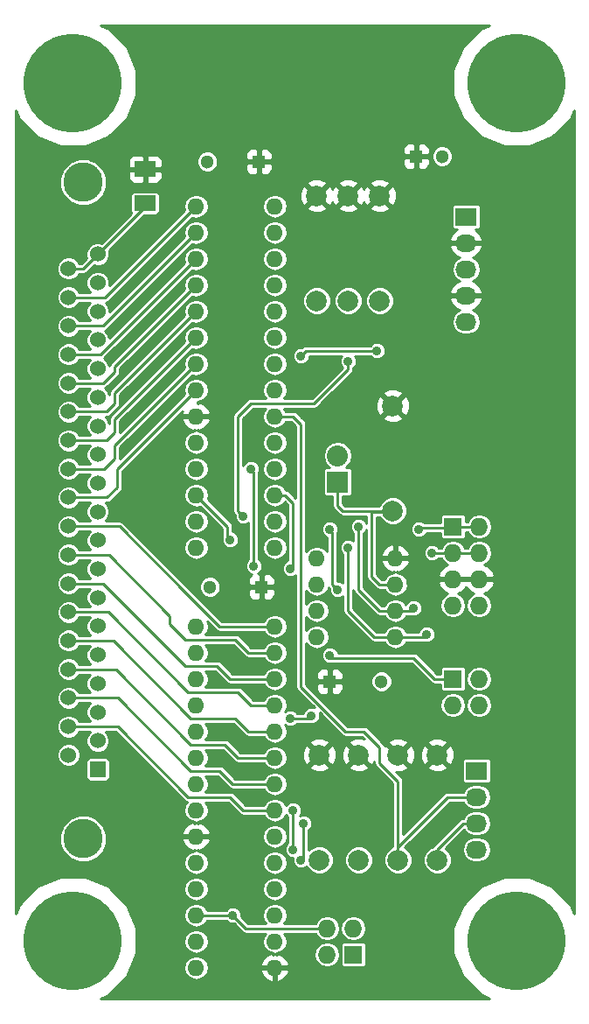
<source format=gbr>
G04 #@! TF.FileFunction,Copper,L1,Top,Signal*
%FSLAX46Y46*%
G04 Gerber Fmt 4.6, Leading zero omitted, Abs format (unit mm)*
G04 Created by KiCad (PCBNEW 4.0.1-stable) date 2/4/2017 5:17:17 PM*
%MOMM*%
G01*
G04 APERTURE LIST*
%ADD10C,0.150000*%
%ADD11C,9.525000*%
%ADD12R,2.032000X1.524000*%
%ADD13R,2.032000X2.032000*%
%ADD14O,2.032000X2.032000*%
%ADD15R,1.300000X1.300000*%
%ADD16C,1.300000*%
%ADD17R,1.524000X1.524000*%
%ADD18C,1.524000*%
%ADD19C,3.810000*%
%ADD20O,1.600000X1.600000*%
%ADD21R,1.727200X1.727200*%
%ADD22O,1.727200X1.727200*%
%ADD23R,2.032000X1.727200*%
%ADD24O,2.032000X1.727200*%
%ADD25C,1.998980*%
%ADD26C,0.889000*%
%ADD27C,0.254000*%
G04 APERTURE END LIST*
D10*
D11*
X16000000Y-16000000D03*
X59000000Y-16000000D03*
X16000000Y-99000000D03*
X59000000Y-99000000D03*
D12*
X23000000Y-24349000D03*
X23000000Y-27651000D03*
D13*
X41656000Y-54610000D03*
D14*
X41656000Y-52070000D03*
D15*
X34036000Y-23622000D03*
D16*
X29036000Y-23622000D03*
D15*
X34290000Y-64770000D03*
D16*
X29290000Y-64770000D03*
D17*
X18422400Y-82417400D03*
D18*
X18422400Y-79648800D03*
X18422400Y-76880200D03*
X18422400Y-74111600D03*
X18422400Y-71343000D03*
X18422400Y-68574400D03*
X18422400Y-65805800D03*
X18422400Y-63037200D03*
X18422400Y-60268600D03*
D19*
X17000000Y-89123000D03*
X17000000Y-25623000D03*
D18*
X18422400Y-57500000D03*
X18422400Y-54731400D03*
X18422400Y-51962800D03*
X18422400Y-49194200D03*
X18422400Y-46425600D03*
X18422400Y-43657000D03*
X18422400Y-40888400D03*
X18422400Y-38119800D03*
X18422400Y-35351200D03*
X18422400Y-32582600D03*
X15577600Y-81045800D03*
X15577600Y-78277200D03*
X15577600Y-75508600D03*
X15577600Y-72740000D03*
X15577600Y-69971400D03*
X15577600Y-67202800D03*
X15577600Y-64434200D03*
X15577600Y-61665600D03*
X15577600Y-58897000D03*
X15577600Y-56128400D03*
X15577600Y-53359800D03*
X15577600Y-50591200D03*
X15577600Y-47822600D03*
X15577600Y-45054000D03*
X15577600Y-42285400D03*
X15577600Y-39516800D03*
X15577600Y-36748200D03*
X15577600Y-33979600D03*
D20*
X27940000Y-68580000D03*
X27940000Y-71120000D03*
X27940000Y-73660000D03*
X27940000Y-76200000D03*
X27940000Y-78740000D03*
X27940000Y-81280000D03*
X27940000Y-83820000D03*
X27940000Y-86360000D03*
X27940000Y-88900000D03*
X27940000Y-91440000D03*
X27940000Y-93980000D03*
X27940000Y-96520000D03*
X27940000Y-99060000D03*
X27940000Y-101600000D03*
X35560000Y-101600000D03*
X35560000Y-99060000D03*
X35560000Y-96520000D03*
X35560000Y-93980000D03*
X35560000Y-91440000D03*
X35560000Y-88900000D03*
X35560000Y-86360000D03*
X35560000Y-83820000D03*
X35560000Y-81280000D03*
X35560000Y-78740000D03*
X35560000Y-76200000D03*
X35560000Y-73660000D03*
X35560000Y-71120000D03*
X35560000Y-68580000D03*
X27940000Y-27940000D03*
X27940000Y-30480000D03*
X27940000Y-33020000D03*
X27940000Y-35560000D03*
X27940000Y-38100000D03*
X27940000Y-40640000D03*
X27940000Y-43180000D03*
X27940000Y-45720000D03*
X27940000Y-48260000D03*
X27940000Y-50800000D03*
X27940000Y-53340000D03*
X27940000Y-55880000D03*
X27940000Y-58420000D03*
X27940000Y-60960000D03*
X35560000Y-60960000D03*
X35560000Y-58420000D03*
X35560000Y-55880000D03*
X35560000Y-53340000D03*
X35560000Y-50800000D03*
X35560000Y-48260000D03*
X35560000Y-45720000D03*
X35560000Y-43180000D03*
X35560000Y-40640000D03*
X35560000Y-38100000D03*
X35560000Y-35560000D03*
X35560000Y-33020000D03*
X35560000Y-30480000D03*
X35560000Y-27940000D03*
X39624000Y-61976000D03*
X39624000Y-64516000D03*
X39624000Y-67056000D03*
X39624000Y-69596000D03*
X47244000Y-69596000D03*
X47244000Y-67056000D03*
X47244000Y-64516000D03*
X47244000Y-61976000D03*
D21*
X52832000Y-58928000D03*
D22*
X55372000Y-58928000D03*
X52832000Y-61468000D03*
X55372000Y-61468000D03*
X52832000Y-64008000D03*
X55372000Y-64008000D03*
X52832000Y-66548000D03*
X55372000Y-66548000D03*
D23*
X54102000Y-28956000D03*
D24*
X54102000Y-31496000D03*
X54102000Y-34036000D03*
X54102000Y-36576000D03*
X54102000Y-39116000D03*
D25*
X43688000Y-91186000D03*
X43688000Y-81026000D03*
X39878000Y-91186000D03*
X39878000Y-81026000D03*
X47498000Y-91186000D03*
X47498000Y-81026000D03*
X45720000Y-37084000D03*
X45720000Y-26924000D03*
X46990000Y-57404000D03*
X46990000Y-47244000D03*
X39624000Y-37084000D03*
X39624000Y-26924000D03*
X51308000Y-91186000D03*
X51308000Y-81026000D03*
X42672000Y-37084000D03*
X42672000Y-26924000D03*
D23*
X55118000Y-82550000D03*
D24*
X55118000Y-85090000D03*
X55118000Y-87630000D03*
X55118000Y-90170000D03*
D15*
X40894000Y-73914000D03*
D16*
X45894000Y-73914000D03*
D21*
X52832000Y-73660000D03*
D22*
X55372000Y-73660000D03*
X52832000Y-76200000D03*
X55372000Y-76200000D03*
D21*
X43180000Y-100330000D03*
D22*
X40640000Y-100330000D03*
X43180000Y-97790000D03*
X40640000Y-97790000D03*
D15*
X49276000Y-23114000D03*
D16*
X51776000Y-23114000D03*
D26*
X41656000Y-65024000D03*
X42672000Y-42926000D03*
X32512000Y-57912000D03*
X40894000Y-59182000D03*
X38100000Y-91186000D03*
X38354000Y-87630000D03*
X40894000Y-71374000D03*
X37084000Y-62992000D03*
X37338000Y-86360000D03*
X37338000Y-90170000D03*
X39116000Y-77216000D03*
X37084000Y-77470000D03*
X31242000Y-60198000D03*
X31496000Y-96520000D03*
X43688000Y-58928000D03*
X49530000Y-59182000D03*
X49022000Y-66802000D03*
X42672000Y-60960000D03*
X50800000Y-61468000D03*
X50292000Y-69342000D03*
X45466000Y-41910000D03*
X38100000Y-42418000D03*
X33528000Y-62738000D03*
X33274000Y-53340000D03*
D27*
X42672000Y-43688000D02*
X42672000Y-42926000D01*
X39370000Y-46990000D02*
X42672000Y-43688000D01*
X33274000Y-46990000D02*
X39370000Y-46990000D01*
X32004000Y-48260000D02*
X33274000Y-46990000D01*
X32004000Y-57404000D02*
X32004000Y-48260000D01*
X32512000Y-57912000D02*
X32004000Y-57404000D01*
X41148000Y-64516000D02*
X41656000Y-65024000D01*
X41148000Y-59436000D02*
X41148000Y-64516000D01*
X40894000Y-59182000D02*
X41148000Y-59436000D01*
X38100000Y-91186000D02*
X38354000Y-90932000D01*
X38354000Y-90932000D02*
X38354000Y-87630000D01*
X51054000Y-73660000D02*
X49022000Y-71628000D01*
X49022000Y-71628000D02*
X41148000Y-71628000D01*
X41148000Y-71628000D02*
X40894000Y-71374000D01*
X52832000Y-73660000D02*
X51054000Y-73660000D01*
X37084000Y-62992000D02*
X37338000Y-62738000D01*
X37338000Y-62738000D02*
X37338000Y-56642000D01*
X37338000Y-56642000D02*
X36576000Y-55880000D01*
X36576000Y-55880000D02*
X35560000Y-55880000D01*
X37338000Y-90170000D02*
X37338000Y-86360000D01*
X39116000Y-77216000D02*
X38862000Y-77470000D01*
X38862000Y-77470000D02*
X37084000Y-77470000D01*
X52832000Y-58928000D02*
X55372000Y-58928000D01*
X27940000Y-96520000D02*
X31496000Y-96520000D01*
X31242000Y-60198000D02*
X30988000Y-59944000D01*
X30988000Y-59944000D02*
X30988000Y-58928000D01*
X30988000Y-58928000D02*
X27940000Y-55880000D01*
X40386000Y-97536000D02*
X40640000Y-97790000D01*
X47244000Y-67056000D02*
X45720000Y-67056000D01*
X43688000Y-65024000D02*
X43688000Y-58928000D01*
X45720000Y-67056000D02*
X43688000Y-65024000D01*
X47244000Y-67056000D02*
X48768000Y-67056000D01*
X49690000Y-59022000D02*
X52910000Y-59022000D01*
X49530000Y-59182000D02*
X49690000Y-59022000D01*
X48768000Y-67056000D02*
X49022000Y-66802000D01*
X32766000Y-97790000D02*
X31496000Y-96520000D01*
X40640000Y-97790000D02*
X32766000Y-97790000D01*
X52832000Y-61468000D02*
X55372000Y-61468000D01*
X50800000Y-61468000D02*
X52832000Y-61468000D01*
X45212000Y-69596000D02*
X47244000Y-69596000D01*
X42672000Y-67056000D02*
X45212000Y-69596000D01*
X42672000Y-60960000D02*
X42672000Y-67056000D01*
X47244000Y-69596000D02*
X50038000Y-69596000D01*
X50038000Y-69596000D02*
X50292000Y-69342000D01*
X38608000Y-41910000D02*
X45466000Y-41910000D01*
X38100000Y-42418000D02*
X38608000Y-41910000D01*
X33528000Y-53594000D02*
X33528000Y-62738000D01*
X33274000Y-53340000D02*
X33528000Y-53594000D01*
X15577600Y-33979600D02*
X17025400Y-33979600D01*
X17025400Y-33979600D02*
X18422400Y-32582600D01*
X17025400Y-33979600D02*
X23000000Y-28005000D01*
X23000000Y-28005000D02*
X23000000Y-27651000D01*
X55118000Y-87630000D02*
X53848000Y-87630000D01*
X51308000Y-90170000D02*
X51308000Y-91059000D01*
X53848000Y-87630000D02*
X51308000Y-90170000D01*
X55118000Y-85090000D02*
X52324000Y-85090000D01*
X47498000Y-89916000D02*
X47498000Y-91059000D01*
X52324000Y-85090000D02*
X47498000Y-89916000D01*
X38100000Y-70358000D02*
X38100000Y-49022000D01*
X38100000Y-49022000D02*
X37338000Y-48260000D01*
X37338000Y-48260000D02*
X35560000Y-48260000D01*
X45720000Y-81788000D02*
X45720000Y-80264000D01*
X47498000Y-91059000D02*
X47498000Y-86106000D01*
X47498000Y-86106000D02*
X47498000Y-83566000D01*
X47498000Y-83566000D02*
X45720000Y-81788000D01*
X44196000Y-78740000D02*
X45720000Y-80264000D01*
X38100000Y-74422000D02*
X42418000Y-78740000D01*
X42418000Y-78740000D02*
X44196000Y-78740000D01*
X38100000Y-70358000D02*
X38100000Y-74422000D01*
X32512000Y-86360000D02*
X31242000Y-85090000D01*
X31242000Y-85090000D02*
X27178000Y-85090000D01*
X27178000Y-85090000D02*
X20365200Y-78277200D01*
X20365200Y-78277200D02*
X15577600Y-78277200D01*
X35560000Y-86360000D02*
X32512000Y-86360000D01*
X31496000Y-83820000D02*
X30226000Y-82550000D01*
X30226000Y-82550000D02*
X27432000Y-82550000D01*
X27432000Y-82550000D02*
X20390600Y-75508600D01*
X20390600Y-75508600D02*
X15577600Y-75508600D01*
X35560000Y-83820000D02*
X31496000Y-83820000D01*
X32004000Y-81280000D02*
X30734000Y-80010000D01*
X30734000Y-80010000D02*
X27432000Y-80010000D01*
X27432000Y-80010000D02*
X20162000Y-72740000D01*
X20162000Y-72740000D02*
X15577600Y-72740000D01*
X35560000Y-81280000D02*
X32004000Y-81280000D01*
X33020000Y-78740000D02*
X31750000Y-77470000D01*
X31750000Y-77470000D02*
X27432000Y-77470000D01*
X27432000Y-77470000D02*
X19933400Y-69971400D01*
X19933400Y-69971400D02*
X15577600Y-69971400D01*
X35560000Y-78740000D02*
X33020000Y-78740000D01*
X33274000Y-76200000D02*
X32004000Y-74930000D01*
X32004000Y-74930000D02*
X27178000Y-74930000D01*
X27178000Y-74930000D02*
X19450800Y-67202800D01*
X19450800Y-67202800D02*
X15577600Y-67202800D01*
X35560000Y-76200000D02*
X33274000Y-76200000D01*
X31242000Y-73660000D02*
X29972000Y-72390000D01*
X29972000Y-72390000D02*
X26924000Y-72390000D01*
X26924000Y-72390000D02*
X18968200Y-64434200D01*
X18968200Y-64434200D02*
X15577600Y-64434200D01*
X35560000Y-73660000D02*
X31242000Y-73660000D01*
X33020000Y-71120000D02*
X31750000Y-69850000D01*
X31750000Y-69850000D02*
X26924000Y-69850000D01*
X26924000Y-69850000D02*
X25400000Y-68326000D01*
X25400000Y-68326000D02*
X25400000Y-67564000D01*
X35560000Y-71120000D02*
X33020000Y-71120000D01*
X19501600Y-61665600D02*
X25400000Y-67564000D01*
X15577600Y-61665600D02*
X19501600Y-61665600D01*
X35560000Y-68580000D02*
X30226000Y-68580000D01*
X30226000Y-68580000D02*
X27178000Y-65532000D01*
X20543000Y-58897000D02*
X27178000Y-65532000D01*
X15577600Y-58897000D02*
X20543000Y-58897000D01*
X19309600Y-56128400D02*
X20320000Y-55118000D01*
X20320000Y-55118000D02*
X20320000Y-53340000D01*
X20320000Y-53340000D02*
X27940000Y-45720000D01*
X15577600Y-56128400D02*
X19309600Y-56128400D01*
X20066000Y-52324000D02*
X20066000Y-51054000D01*
X20066000Y-51054000D02*
X27940000Y-43180000D01*
X19030200Y-53359800D02*
X20066000Y-52324000D01*
X15577600Y-53359800D02*
X19030200Y-53359800D01*
X20066000Y-49784000D02*
X20066000Y-48514000D01*
X20066000Y-48514000D02*
X27940000Y-40640000D01*
X19258800Y-50591200D02*
X20066000Y-49784000D01*
X15577600Y-50591200D02*
X19258800Y-50591200D01*
X19233400Y-47822600D02*
X20066000Y-46990000D01*
X20066000Y-46990000D02*
X20066000Y-45974000D01*
X20066000Y-45974000D02*
X27940000Y-38100000D01*
X15577600Y-47822600D02*
X19233400Y-47822600D01*
X20066000Y-43942000D02*
X20066000Y-43434000D01*
X20066000Y-43434000D02*
X27940000Y-35560000D01*
X18954000Y-45054000D02*
X20066000Y-43942000D01*
X15577600Y-45054000D02*
X18954000Y-45054000D01*
X15577600Y-42285400D02*
X18674600Y-42285400D01*
X18674600Y-42285400D02*
X27940000Y-33020000D01*
X15577600Y-39516800D02*
X18903200Y-39516800D01*
X18903200Y-39516800D02*
X27940000Y-30480000D01*
X15577600Y-36748200D02*
X19131800Y-36748200D01*
X19131800Y-36748200D02*
X27940000Y-27940000D01*
X47244000Y-64516000D02*
X45720000Y-64516000D01*
X44958000Y-63754000D02*
X44958000Y-57531000D01*
X45720000Y-64516000D02*
X44958000Y-63754000D01*
X46990000Y-57531000D02*
X44958000Y-57531000D01*
X42164000Y-57404000D02*
X41656000Y-56896000D01*
X41656000Y-56896000D02*
X41656000Y-54610000D01*
X46990000Y-57404000D02*
X42164000Y-57404000D01*
G36*
X55515482Y-10775185D02*
X53781275Y-12506368D01*
X52841571Y-14769425D01*
X52839433Y-17219825D01*
X53775185Y-19484518D01*
X55506368Y-21218725D01*
X57769425Y-22158429D01*
X60219825Y-22160567D01*
X62484518Y-21224815D01*
X64218725Y-19493632D01*
X64569000Y-18650077D01*
X64569000Y-96348473D01*
X64224815Y-95515482D01*
X62493632Y-93781275D01*
X60230575Y-92841571D01*
X57780175Y-92839433D01*
X55515482Y-93775185D01*
X53781275Y-95506368D01*
X52841571Y-97769425D01*
X52839433Y-100219825D01*
X53775185Y-102484518D01*
X55506368Y-104218725D01*
X56349923Y-104569000D01*
X18651527Y-104569000D01*
X19484518Y-104224815D01*
X21218725Y-102493632D01*
X21589793Y-101600000D01*
X26735863Y-101600000D01*
X26825761Y-102051949D01*
X27081770Y-102435093D01*
X27464914Y-102691102D01*
X27916863Y-102781000D01*
X27963137Y-102781000D01*
X28415086Y-102691102D01*
X28798230Y-102435093D01*
X29054239Y-102051949D01*
X29074709Y-101949039D01*
X34168096Y-101949039D01*
X34328959Y-102337423D01*
X34704866Y-102752389D01*
X35210959Y-102991914D01*
X35433000Y-102870629D01*
X35433000Y-101727000D01*
X35687000Y-101727000D01*
X35687000Y-102870629D01*
X35909041Y-102991914D01*
X36415134Y-102752389D01*
X36791041Y-102337423D01*
X36951904Y-101949039D01*
X36829915Y-101727000D01*
X35687000Y-101727000D01*
X35433000Y-101727000D01*
X34290085Y-101727000D01*
X34168096Y-101949039D01*
X29074709Y-101949039D01*
X29144137Y-101600000D01*
X29054239Y-101148051D01*
X28798230Y-100764907D01*
X28415086Y-100508898D01*
X27963137Y-100419000D01*
X27916863Y-100419000D01*
X27464914Y-100508898D01*
X27081770Y-100764907D01*
X26825761Y-101148051D01*
X26735863Y-101600000D01*
X21589793Y-101600000D01*
X22158429Y-100230575D01*
X22159450Y-99060000D01*
X26735863Y-99060000D01*
X26825761Y-99511949D01*
X27081770Y-99895093D01*
X27464914Y-100151102D01*
X27916863Y-100241000D01*
X27963137Y-100241000D01*
X28415086Y-100151102D01*
X28798230Y-99895093D01*
X29054239Y-99511949D01*
X29144137Y-99060000D01*
X29054239Y-98608051D01*
X28798230Y-98224907D01*
X28415086Y-97968898D01*
X27963137Y-97879000D01*
X27916863Y-97879000D01*
X27464914Y-97968898D01*
X27081770Y-98224907D01*
X26825761Y-98608051D01*
X26735863Y-99060000D01*
X22159450Y-99060000D01*
X22160567Y-97780175D01*
X21639874Y-96520000D01*
X26735863Y-96520000D01*
X26825761Y-96971949D01*
X27081770Y-97355093D01*
X27464914Y-97611102D01*
X27916863Y-97701000D01*
X27963137Y-97701000D01*
X28415086Y-97611102D01*
X28798230Y-97355093D01*
X29016787Y-97028000D01*
X30836698Y-97028000D01*
X31027781Y-97219417D01*
X31331077Y-97345357D01*
X31603174Y-97345594D01*
X32406790Y-98149210D01*
X32571596Y-98259331D01*
X32603850Y-98265746D01*
X32766000Y-98298000D01*
X34652931Y-98298000D01*
X34445761Y-98608051D01*
X34355863Y-99060000D01*
X34445761Y-99511949D01*
X34701770Y-99895093D01*
X35084914Y-100151102D01*
X35432998Y-100220340D01*
X35432998Y-100329370D01*
X35210959Y-100208086D01*
X34704866Y-100447611D01*
X34328959Y-100862577D01*
X34168096Y-101250961D01*
X34290085Y-101473000D01*
X35433000Y-101473000D01*
X35433000Y-101453000D01*
X35687000Y-101453000D01*
X35687000Y-101473000D01*
X36829915Y-101473000D01*
X36951904Y-101250961D01*
X36791041Y-100862577D01*
X36415134Y-100447611D01*
X36166634Y-100330000D01*
X39371017Y-100330000D01*
X39465757Y-100806288D01*
X39735552Y-101210065D01*
X40139329Y-101479860D01*
X40615617Y-101574600D01*
X40664383Y-101574600D01*
X41140671Y-101479860D01*
X41544448Y-101210065D01*
X41814243Y-100806288D01*
X41908983Y-100330000D01*
X41814243Y-99853712D01*
X41555450Y-99466400D01*
X41927936Y-99466400D01*
X41927936Y-101193600D01*
X41954503Y-101334790D01*
X42037946Y-101464465D01*
X42165266Y-101551459D01*
X42316400Y-101582064D01*
X44043600Y-101582064D01*
X44184790Y-101555497D01*
X44314465Y-101472054D01*
X44401459Y-101344734D01*
X44432064Y-101193600D01*
X44432064Y-99466400D01*
X44405497Y-99325210D01*
X44322054Y-99195535D01*
X44194734Y-99108541D01*
X44043600Y-99077936D01*
X42316400Y-99077936D01*
X42175210Y-99104503D01*
X42045535Y-99187946D01*
X41958541Y-99315266D01*
X41927936Y-99466400D01*
X41555450Y-99466400D01*
X41544448Y-99449935D01*
X41140671Y-99180140D01*
X40664383Y-99085400D01*
X40615617Y-99085400D01*
X40139329Y-99180140D01*
X39735552Y-99449935D01*
X39465757Y-99853712D01*
X39371017Y-100330000D01*
X36166634Y-100330000D01*
X35909041Y-100208086D01*
X35687002Y-100329370D01*
X35687002Y-100220340D01*
X36035086Y-100151102D01*
X36418230Y-99895093D01*
X36674239Y-99511949D01*
X36764137Y-99060000D01*
X36674239Y-98608051D01*
X36467069Y-98298000D01*
X39486946Y-98298000D01*
X39735552Y-98670065D01*
X40139329Y-98939860D01*
X40615617Y-99034600D01*
X40664383Y-99034600D01*
X41140671Y-98939860D01*
X41544448Y-98670065D01*
X41814243Y-98266288D01*
X41908983Y-97790000D01*
X41911017Y-97790000D01*
X42005757Y-98266288D01*
X42275552Y-98670065D01*
X42679329Y-98939860D01*
X43155617Y-99034600D01*
X43204383Y-99034600D01*
X43680671Y-98939860D01*
X44084448Y-98670065D01*
X44354243Y-98266288D01*
X44448983Y-97790000D01*
X44354243Y-97313712D01*
X44084448Y-96909935D01*
X43680671Y-96640140D01*
X43204383Y-96545400D01*
X43155617Y-96545400D01*
X42679329Y-96640140D01*
X42275552Y-96909935D01*
X42005757Y-97313712D01*
X41911017Y-97790000D01*
X41908983Y-97790000D01*
X41814243Y-97313712D01*
X41544448Y-96909935D01*
X41140671Y-96640140D01*
X40664383Y-96545400D01*
X40615617Y-96545400D01*
X40139329Y-96640140D01*
X39735552Y-96909935D01*
X39486946Y-97282000D01*
X36467069Y-97282000D01*
X36674239Y-96971949D01*
X36764137Y-96520000D01*
X36674239Y-96068051D01*
X36418230Y-95684907D01*
X36035086Y-95428898D01*
X35583137Y-95339000D01*
X35536863Y-95339000D01*
X35084914Y-95428898D01*
X34701770Y-95684907D01*
X34445761Y-96068051D01*
X34355863Y-96520000D01*
X34445761Y-96971949D01*
X34652931Y-97282000D01*
X32976420Y-97282000D01*
X32321407Y-96626987D01*
X32321643Y-96356518D01*
X32196233Y-96053002D01*
X31964219Y-95820583D01*
X31660923Y-95694643D01*
X31332518Y-95694357D01*
X31029002Y-95819767D01*
X30836433Y-96012000D01*
X29016787Y-96012000D01*
X28798230Y-95684907D01*
X28415086Y-95428898D01*
X27963137Y-95339000D01*
X27916863Y-95339000D01*
X27464914Y-95428898D01*
X27081770Y-95684907D01*
X26825761Y-96068051D01*
X26735863Y-96520000D01*
X21639874Y-96520000D01*
X21224815Y-95515482D01*
X19692011Y-93980000D01*
X26735863Y-93980000D01*
X26825761Y-94431949D01*
X27081770Y-94815093D01*
X27464914Y-95071102D01*
X27916863Y-95161000D01*
X27963137Y-95161000D01*
X28415086Y-95071102D01*
X28798230Y-94815093D01*
X29054239Y-94431949D01*
X29144137Y-93980000D01*
X34355863Y-93980000D01*
X34445761Y-94431949D01*
X34701770Y-94815093D01*
X35084914Y-95071102D01*
X35536863Y-95161000D01*
X35583137Y-95161000D01*
X36035086Y-95071102D01*
X36418230Y-94815093D01*
X36674239Y-94431949D01*
X36764137Y-93980000D01*
X36674239Y-93528051D01*
X36418230Y-93144907D01*
X36035086Y-92888898D01*
X35583137Y-92799000D01*
X35536863Y-92799000D01*
X35084914Y-92888898D01*
X34701770Y-93144907D01*
X34445761Y-93528051D01*
X34355863Y-93980000D01*
X29144137Y-93980000D01*
X29054239Y-93528051D01*
X28798230Y-93144907D01*
X28415086Y-92888898D01*
X27963137Y-92799000D01*
X27916863Y-92799000D01*
X27464914Y-92888898D01*
X27081770Y-93144907D01*
X26825761Y-93528051D01*
X26735863Y-93980000D01*
X19692011Y-93980000D01*
X19493632Y-93781275D01*
X17230575Y-92841571D01*
X14780175Y-92839433D01*
X12515482Y-93775185D01*
X10781275Y-95506368D01*
X10431000Y-96349923D01*
X10431000Y-89575719D01*
X14713604Y-89575719D01*
X15060894Y-90416223D01*
X15703395Y-91059846D01*
X16543292Y-91408602D01*
X17452719Y-91409396D01*
X18293223Y-91062106D01*
X18936846Y-90419605D01*
X19285602Y-89579708D01*
X19285890Y-89249039D01*
X26548096Y-89249039D01*
X26708959Y-89637423D01*
X27084866Y-90052389D01*
X27590959Y-90291914D01*
X27812998Y-90170630D01*
X27812998Y-90279660D01*
X27464914Y-90348898D01*
X27081770Y-90604907D01*
X26825761Y-90988051D01*
X26735863Y-91440000D01*
X26825761Y-91891949D01*
X27081770Y-92275093D01*
X27464914Y-92531102D01*
X27916863Y-92621000D01*
X27963137Y-92621000D01*
X28415086Y-92531102D01*
X28798230Y-92275093D01*
X29054239Y-91891949D01*
X29144137Y-91440000D01*
X34355863Y-91440000D01*
X34445761Y-91891949D01*
X34701770Y-92275093D01*
X35084914Y-92531102D01*
X35536863Y-92621000D01*
X35583137Y-92621000D01*
X36035086Y-92531102D01*
X36418230Y-92275093D01*
X36674239Y-91891949D01*
X36764137Y-91440000D01*
X36674239Y-90988051D01*
X36418230Y-90604907D01*
X36035086Y-90348898D01*
X35583137Y-90259000D01*
X35536863Y-90259000D01*
X35084914Y-90348898D01*
X34701770Y-90604907D01*
X34445761Y-90988051D01*
X34355863Y-91440000D01*
X29144137Y-91440000D01*
X29054239Y-90988051D01*
X28798230Y-90604907D01*
X28415086Y-90348898D01*
X28067002Y-90279660D01*
X28067002Y-90170630D01*
X28289041Y-90291914D01*
X28795134Y-90052389D01*
X29171041Y-89637423D01*
X29331904Y-89249039D01*
X29209915Y-89027000D01*
X28067000Y-89027000D01*
X28067000Y-89047000D01*
X27813000Y-89047000D01*
X27813000Y-89027000D01*
X26670085Y-89027000D01*
X26548096Y-89249039D01*
X19285890Y-89249039D01*
X19286195Y-88900000D01*
X34355863Y-88900000D01*
X34445761Y-89351949D01*
X34701770Y-89735093D01*
X35084914Y-89991102D01*
X35536863Y-90081000D01*
X35583137Y-90081000D01*
X36035086Y-89991102D01*
X36418230Y-89735093D01*
X36674239Y-89351949D01*
X36764137Y-88900000D01*
X36674239Y-88448051D01*
X36418230Y-88064907D01*
X36035086Y-87808898D01*
X35583137Y-87719000D01*
X35536863Y-87719000D01*
X35084914Y-87808898D01*
X34701770Y-88064907D01*
X34445761Y-88448051D01*
X34355863Y-88900000D01*
X19286195Y-88900000D01*
X19286396Y-88670281D01*
X18939106Y-87829777D01*
X18296605Y-87186154D01*
X17456708Y-86837398D01*
X16547281Y-86836604D01*
X15706777Y-87183894D01*
X15063154Y-87826395D01*
X14714398Y-88666292D01*
X14713604Y-89575719D01*
X10431000Y-89575719D01*
X10431000Y-81272159D01*
X14434402Y-81272159D01*
X14608046Y-81692412D01*
X14929297Y-82014223D01*
X15349246Y-82188601D01*
X15803959Y-82188998D01*
X16224212Y-82015354D01*
X16546023Y-81694103D01*
X16562093Y-81655400D01*
X17271936Y-81655400D01*
X17271936Y-83179400D01*
X17298503Y-83320590D01*
X17381946Y-83450265D01*
X17509266Y-83537259D01*
X17660400Y-83567864D01*
X19184400Y-83567864D01*
X19325590Y-83541297D01*
X19455265Y-83457854D01*
X19542259Y-83330534D01*
X19572864Y-83179400D01*
X19572864Y-81655400D01*
X19546297Y-81514210D01*
X19462854Y-81384535D01*
X19335534Y-81297541D01*
X19184400Y-81266936D01*
X17660400Y-81266936D01*
X17519210Y-81293503D01*
X17389535Y-81376946D01*
X17302541Y-81504266D01*
X17271936Y-81655400D01*
X16562093Y-81655400D01*
X16720401Y-81274154D01*
X16720798Y-80819441D01*
X16547154Y-80399188D01*
X16225903Y-80077377D01*
X15805954Y-79902999D01*
X15351241Y-79902602D01*
X14930988Y-80076246D01*
X14609177Y-80397497D01*
X14434799Y-80817446D01*
X14434402Y-81272159D01*
X10431000Y-81272159D01*
X10431000Y-36974559D01*
X14434402Y-36974559D01*
X14608046Y-37394812D01*
X14929297Y-37716623D01*
X15349246Y-37891001D01*
X15803959Y-37891398D01*
X16224212Y-37717754D01*
X16546023Y-37396503D01*
X16604282Y-37256200D01*
X17669649Y-37256200D01*
X17453977Y-37471497D01*
X17279599Y-37891446D01*
X17279202Y-38346159D01*
X17452846Y-38766412D01*
X17694812Y-39008800D01*
X16604427Y-39008800D01*
X16547154Y-38870188D01*
X16225903Y-38548377D01*
X15805954Y-38373999D01*
X15351241Y-38373602D01*
X14930988Y-38547246D01*
X14609177Y-38868497D01*
X14434799Y-39288446D01*
X14434402Y-39743159D01*
X14608046Y-40163412D01*
X14929297Y-40485223D01*
X15349246Y-40659601D01*
X15803959Y-40659998D01*
X16224212Y-40486354D01*
X16546023Y-40165103D01*
X16604282Y-40024800D01*
X17669649Y-40024800D01*
X17453977Y-40240097D01*
X17279599Y-40660046D01*
X17279202Y-41114759D01*
X17452846Y-41535012D01*
X17694812Y-41777400D01*
X16604427Y-41777400D01*
X16547154Y-41638788D01*
X16225903Y-41316977D01*
X15805954Y-41142599D01*
X15351241Y-41142202D01*
X14930988Y-41315846D01*
X14609177Y-41637097D01*
X14434799Y-42057046D01*
X14434402Y-42511759D01*
X14608046Y-42932012D01*
X14929297Y-43253823D01*
X15349246Y-43428201D01*
X15803959Y-43428598D01*
X16224212Y-43254954D01*
X16546023Y-42933703D01*
X16604282Y-42793400D01*
X17669649Y-42793400D01*
X17453977Y-43008697D01*
X17279599Y-43428646D01*
X17279202Y-43883359D01*
X17452846Y-44303612D01*
X17694812Y-44546000D01*
X16604427Y-44546000D01*
X16547154Y-44407388D01*
X16225903Y-44085577D01*
X15805954Y-43911199D01*
X15351241Y-43910802D01*
X14930988Y-44084446D01*
X14609177Y-44405697D01*
X14434799Y-44825646D01*
X14434402Y-45280359D01*
X14608046Y-45700612D01*
X14929297Y-46022423D01*
X15349246Y-46196801D01*
X15803959Y-46197198D01*
X16224212Y-46023554D01*
X16546023Y-45702303D01*
X16604282Y-45562000D01*
X17669649Y-45562000D01*
X17453977Y-45777297D01*
X17279599Y-46197246D01*
X17279202Y-46651959D01*
X17452846Y-47072212D01*
X17694812Y-47314600D01*
X16604427Y-47314600D01*
X16547154Y-47175988D01*
X16225903Y-46854177D01*
X15805954Y-46679799D01*
X15351241Y-46679402D01*
X14930988Y-46853046D01*
X14609177Y-47174297D01*
X14434799Y-47594246D01*
X14434402Y-48048959D01*
X14608046Y-48469212D01*
X14929297Y-48791023D01*
X15349246Y-48965401D01*
X15803959Y-48965798D01*
X16224212Y-48792154D01*
X16546023Y-48470903D01*
X16604282Y-48330600D01*
X17669649Y-48330600D01*
X17453977Y-48545897D01*
X17279599Y-48965846D01*
X17279202Y-49420559D01*
X17452846Y-49840812D01*
X17694812Y-50083200D01*
X16604427Y-50083200D01*
X16547154Y-49944588D01*
X16225903Y-49622777D01*
X15805954Y-49448399D01*
X15351241Y-49448002D01*
X14930988Y-49621646D01*
X14609177Y-49942897D01*
X14434799Y-50362846D01*
X14434402Y-50817559D01*
X14608046Y-51237812D01*
X14929297Y-51559623D01*
X15349246Y-51734001D01*
X15803959Y-51734398D01*
X16224212Y-51560754D01*
X16546023Y-51239503D01*
X16604282Y-51099200D01*
X17669649Y-51099200D01*
X17453977Y-51314497D01*
X17279599Y-51734446D01*
X17279202Y-52189159D01*
X17452846Y-52609412D01*
X17694812Y-52851800D01*
X16604427Y-52851800D01*
X16547154Y-52713188D01*
X16225903Y-52391377D01*
X15805954Y-52216999D01*
X15351241Y-52216602D01*
X14930988Y-52390246D01*
X14609177Y-52711497D01*
X14434799Y-53131446D01*
X14434402Y-53586159D01*
X14608046Y-54006412D01*
X14929297Y-54328223D01*
X15349246Y-54502601D01*
X15803959Y-54502998D01*
X16224212Y-54329354D01*
X16546023Y-54008103D01*
X16604282Y-53867800D01*
X17669649Y-53867800D01*
X17453977Y-54083097D01*
X17279599Y-54503046D01*
X17279202Y-54957759D01*
X17452846Y-55378012D01*
X17694812Y-55620400D01*
X16604427Y-55620400D01*
X16547154Y-55481788D01*
X16225903Y-55159977D01*
X15805954Y-54985599D01*
X15351241Y-54985202D01*
X14930988Y-55158846D01*
X14609177Y-55480097D01*
X14434799Y-55900046D01*
X14434402Y-56354759D01*
X14608046Y-56775012D01*
X14929297Y-57096823D01*
X15349246Y-57271201D01*
X15803959Y-57271598D01*
X16224212Y-57097954D01*
X16546023Y-56776703D01*
X16604282Y-56636400D01*
X17669649Y-56636400D01*
X17453977Y-56851697D01*
X17279599Y-57271646D01*
X17279202Y-57726359D01*
X17452846Y-58146612D01*
X17694812Y-58389000D01*
X16604427Y-58389000D01*
X16547154Y-58250388D01*
X16225903Y-57928577D01*
X15805954Y-57754199D01*
X15351241Y-57753802D01*
X14930988Y-57927446D01*
X14609177Y-58248697D01*
X14434799Y-58668646D01*
X14434402Y-59123359D01*
X14608046Y-59543612D01*
X14929297Y-59865423D01*
X15349246Y-60039801D01*
X15803959Y-60040198D01*
X16224212Y-59866554D01*
X16546023Y-59545303D01*
X16604282Y-59405000D01*
X17669649Y-59405000D01*
X17453977Y-59620297D01*
X17279599Y-60040246D01*
X17279202Y-60494959D01*
X17452846Y-60915212D01*
X17694812Y-61157600D01*
X16604427Y-61157600D01*
X16547154Y-61018988D01*
X16225903Y-60697177D01*
X15805954Y-60522799D01*
X15351241Y-60522402D01*
X14930988Y-60696046D01*
X14609177Y-61017297D01*
X14434799Y-61437246D01*
X14434402Y-61891959D01*
X14608046Y-62312212D01*
X14929297Y-62634023D01*
X15349246Y-62808401D01*
X15803959Y-62808798D01*
X16224212Y-62635154D01*
X16546023Y-62313903D01*
X16604282Y-62173600D01*
X17669649Y-62173600D01*
X17453977Y-62388897D01*
X17279599Y-62808846D01*
X17279202Y-63263559D01*
X17452846Y-63683812D01*
X17694812Y-63926200D01*
X16604427Y-63926200D01*
X16547154Y-63787588D01*
X16225903Y-63465777D01*
X15805954Y-63291399D01*
X15351241Y-63291002D01*
X14930988Y-63464646D01*
X14609177Y-63785897D01*
X14434799Y-64205846D01*
X14434402Y-64660559D01*
X14608046Y-65080812D01*
X14929297Y-65402623D01*
X15349246Y-65577001D01*
X15803959Y-65577398D01*
X16224212Y-65403754D01*
X16546023Y-65082503D01*
X16604282Y-64942200D01*
X17669649Y-64942200D01*
X17453977Y-65157497D01*
X17279599Y-65577446D01*
X17279202Y-66032159D01*
X17452846Y-66452412D01*
X17694812Y-66694800D01*
X16604427Y-66694800D01*
X16547154Y-66556188D01*
X16225903Y-66234377D01*
X15805954Y-66059999D01*
X15351241Y-66059602D01*
X14930988Y-66233246D01*
X14609177Y-66554497D01*
X14434799Y-66974446D01*
X14434402Y-67429159D01*
X14608046Y-67849412D01*
X14929297Y-68171223D01*
X15349246Y-68345601D01*
X15803959Y-68345998D01*
X16224212Y-68172354D01*
X16546023Y-67851103D01*
X16604282Y-67710800D01*
X17669649Y-67710800D01*
X17453977Y-67926097D01*
X17279599Y-68346046D01*
X17279202Y-68800759D01*
X17452846Y-69221012D01*
X17694812Y-69463400D01*
X16604427Y-69463400D01*
X16547154Y-69324788D01*
X16225903Y-69002977D01*
X15805954Y-68828599D01*
X15351241Y-68828202D01*
X14930988Y-69001846D01*
X14609177Y-69323097D01*
X14434799Y-69743046D01*
X14434402Y-70197759D01*
X14608046Y-70618012D01*
X14929297Y-70939823D01*
X15349246Y-71114201D01*
X15803959Y-71114598D01*
X16224212Y-70940954D01*
X16546023Y-70619703D01*
X16604282Y-70479400D01*
X17669649Y-70479400D01*
X17453977Y-70694697D01*
X17279599Y-71114646D01*
X17279202Y-71569359D01*
X17452846Y-71989612D01*
X17694812Y-72232000D01*
X16604427Y-72232000D01*
X16547154Y-72093388D01*
X16225903Y-71771577D01*
X15805954Y-71597199D01*
X15351241Y-71596802D01*
X14930988Y-71770446D01*
X14609177Y-72091697D01*
X14434799Y-72511646D01*
X14434402Y-72966359D01*
X14608046Y-73386612D01*
X14929297Y-73708423D01*
X15349246Y-73882801D01*
X15803959Y-73883198D01*
X16224212Y-73709554D01*
X16546023Y-73388303D01*
X16604282Y-73248000D01*
X17669649Y-73248000D01*
X17453977Y-73463297D01*
X17279599Y-73883246D01*
X17279202Y-74337959D01*
X17452846Y-74758212D01*
X17694812Y-75000600D01*
X16604427Y-75000600D01*
X16547154Y-74861988D01*
X16225903Y-74540177D01*
X15805954Y-74365799D01*
X15351241Y-74365402D01*
X14930988Y-74539046D01*
X14609177Y-74860297D01*
X14434799Y-75280246D01*
X14434402Y-75734959D01*
X14608046Y-76155212D01*
X14929297Y-76477023D01*
X15349246Y-76651401D01*
X15803959Y-76651798D01*
X16224212Y-76478154D01*
X16546023Y-76156903D01*
X16604282Y-76016600D01*
X17669649Y-76016600D01*
X17453977Y-76231897D01*
X17279599Y-76651846D01*
X17279202Y-77106559D01*
X17452846Y-77526812D01*
X17694812Y-77769200D01*
X16604427Y-77769200D01*
X16547154Y-77630588D01*
X16225903Y-77308777D01*
X15805954Y-77134399D01*
X15351241Y-77134002D01*
X14930988Y-77307646D01*
X14609177Y-77628897D01*
X14434799Y-78048846D01*
X14434402Y-78503559D01*
X14608046Y-78923812D01*
X14929297Y-79245623D01*
X15349246Y-79420001D01*
X15803959Y-79420398D01*
X16224212Y-79246754D01*
X16546023Y-78925503D01*
X16604282Y-78785200D01*
X17669649Y-78785200D01*
X17453977Y-79000497D01*
X17279599Y-79420446D01*
X17279202Y-79875159D01*
X17452846Y-80295412D01*
X17774097Y-80617223D01*
X18194046Y-80791601D01*
X18648759Y-80791998D01*
X19069012Y-80618354D01*
X19390823Y-80297103D01*
X19565201Y-79877154D01*
X19565598Y-79422441D01*
X19391954Y-79002188D01*
X19175344Y-78785200D01*
X20154780Y-78785200D01*
X26818790Y-85449210D01*
X26983596Y-85559331D01*
X27049950Y-85572529D01*
X26825761Y-85908051D01*
X26735863Y-86360000D01*
X26825761Y-86811949D01*
X27081770Y-87195093D01*
X27464914Y-87451102D01*
X27812998Y-87520340D01*
X27812998Y-87629370D01*
X27590959Y-87508086D01*
X27084866Y-87747611D01*
X26708959Y-88162577D01*
X26548096Y-88550961D01*
X26670085Y-88773000D01*
X27813000Y-88773000D01*
X27813000Y-88753000D01*
X28067000Y-88753000D01*
X28067000Y-88773000D01*
X29209915Y-88773000D01*
X29331904Y-88550961D01*
X29171041Y-88162577D01*
X28795134Y-87747611D01*
X28289041Y-87508086D01*
X28067002Y-87629370D01*
X28067002Y-87520340D01*
X28415086Y-87451102D01*
X28798230Y-87195093D01*
X29054239Y-86811949D01*
X29144137Y-86360000D01*
X29054239Y-85908051D01*
X28847069Y-85598000D01*
X31031580Y-85598000D01*
X32152790Y-86719210D01*
X32317596Y-86829331D01*
X32349850Y-86835746D01*
X32512000Y-86868000D01*
X34483213Y-86868000D01*
X34701770Y-87195093D01*
X35084914Y-87451102D01*
X35536863Y-87541000D01*
X35583137Y-87541000D01*
X36035086Y-87451102D01*
X36418230Y-87195093D01*
X36653592Y-86842850D01*
X36830000Y-87019567D01*
X36830000Y-89510698D01*
X36638583Y-89701781D01*
X36512643Y-90005077D01*
X36512357Y-90333482D01*
X36637767Y-90636998D01*
X36869781Y-90869417D01*
X37173077Y-90995357D01*
X37285282Y-90995455D01*
X37274643Y-91021077D01*
X37274357Y-91349482D01*
X37399767Y-91652998D01*
X37631781Y-91885417D01*
X37935077Y-92011357D01*
X38263482Y-92011643D01*
X38566998Y-91886233D01*
X38642497Y-91810866D01*
X38706995Y-91966963D01*
X39094994Y-92355640D01*
X39602199Y-92566249D01*
X40151392Y-92566729D01*
X40658963Y-92357005D01*
X41047640Y-91969006D01*
X41258249Y-91461801D01*
X41258251Y-91459392D01*
X42307271Y-91459392D01*
X42516995Y-91966963D01*
X42904994Y-92355640D01*
X43412199Y-92566249D01*
X43961392Y-92566729D01*
X44468963Y-92357005D01*
X44857640Y-91969006D01*
X45068249Y-91461801D01*
X45068729Y-90912608D01*
X44859005Y-90405037D01*
X44471006Y-90016360D01*
X43963801Y-89805751D01*
X43414608Y-89805271D01*
X42907037Y-90014995D01*
X42518360Y-90402994D01*
X42307751Y-90910199D01*
X42307271Y-91459392D01*
X41258251Y-91459392D01*
X41258729Y-90912608D01*
X41049005Y-90405037D01*
X40661006Y-90016360D01*
X40153801Y-89805751D01*
X39604608Y-89805271D01*
X39097037Y-90014995D01*
X38862000Y-90249622D01*
X38862000Y-88289302D01*
X39053417Y-88098219D01*
X39179357Y-87794923D01*
X39179643Y-87466518D01*
X39054233Y-87163002D01*
X38822219Y-86930583D01*
X38518923Y-86804643D01*
X38190518Y-86804357D01*
X37970078Y-86895441D01*
X38037417Y-86828219D01*
X38163357Y-86524923D01*
X38163643Y-86196518D01*
X38038233Y-85893002D01*
X37806219Y-85660583D01*
X37502923Y-85534643D01*
X37174518Y-85534357D01*
X36871002Y-85659767D01*
X36653451Y-85876939D01*
X36418230Y-85524907D01*
X36035086Y-85268898D01*
X35583137Y-85179000D01*
X35536863Y-85179000D01*
X35084914Y-85268898D01*
X34701770Y-85524907D01*
X34483213Y-85852000D01*
X32722420Y-85852000D01*
X31601210Y-84730790D01*
X31436403Y-84620669D01*
X31242000Y-84582000D01*
X28847069Y-84582000D01*
X29054239Y-84271949D01*
X29144137Y-83820000D01*
X29054239Y-83368051D01*
X28847069Y-83058000D01*
X30015580Y-83058000D01*
X31136790Y-84179210D01*
X31301596Y-84289331D01*
X31333850Y-84295746D01*
X31496000Y-84328000D01*
X34483213Y-84328000D01*
X34701770Y-84655093D01*
X35084914Y-84911102D01*
X35536863Y-85001000D01*
X35583137Y-85001000D01*
X36035086Y-84911102D01*
X36418230Y-84655093D01*
X36674239Y-84271949D01*
X36764137Y-83820000D01*
X36674239Y-83368051D01*
X36418230Y-82984907D01*
X36035086Y-82728898D01*
X35583137Y-82639000D01*
X35536863Y-82639000D01*
X35084914Y-82728898D01*
X34701770Y-82984907D01*
X34483213Y-83312000D01*
X31706420Y-83312000D01*
X30585210Y-82190790D01*
X30420403Y-82080669D01*
X30226000Y-82042000D01*
X28847069Y-82042000D01*
X29054239Y-81731949D01*
X29144137Y-81280000D01*
X29054239Y-80828051D01*
X28847069Y-80518000D01*
X30523580Y-80518000D01*
X31644790Y-81639210D01*
X31809596Y-81749331D01*
X31841850Y-81755746D01*
X32004000Y-81788000D01*
X34483213Y-81788000D01*
X34701770Y-82115093D01*
X35084914Y-82371102D01*
X35536863Y-82461000D01*
X35583137Y-82461000D01*
X36035086Y-82371102D01*
X36323839Y-82178163D01*
X38905443Y-82178163D01*
X39004042Y-82444965D01*
X39613582Y-82671401D01*
X40263377Y-82647341D01*
X40751958Y-82444965D01*
X40850557Y-82178163D01*
X42715443Y-82178163D01*
X42814042Y-82444965D01*
X43423582Y-82671401D01*
X44073377Y-82647341D01*
X44561958Y-82444965D01*
X44660557Y-82178163D01*
X43688000Y-81205605D01*
X42715443Y-82178163D01*
X40850557Y-82178163D01*
X39878000Y-81205605D01*
X38905443Y-82178163D01*
X36323839Y-82178163D01*
X36418230Y-82115093D01*
X36674239Y-81731949D01*
X36764137Y-81280000D01*
X36674239Y-80828051D01*
X36629826Y-80761582D01*
X38232599Y-80761582D01*
X38256659Y-81411377D01*
X38459035Y-81899958D01*
X38725837Y-81998557D01*
X39698395Y-81026000D01*
X40057605Y-81026000D01*
X41030163Y-81998557D01*
X41296965Y-81899958D01*
X41523401Y-81290418D01*
X41503820Y-80761582D01*
X42042599Y-80761582D01*
X42066659Y-81411377D01*
X42269035Y-81899958D01*
X42535837Y-81998557D01*
X43508395Y-81026000D01*
X42535837Y-80053443D01*
X42269035Y-80152042D01*
X42042599Y-80761582D01*
X41503820Y-80761582D01*
X41499341Y-80640623D01*
X41296965Y-80152042D01*
X41030163Y-80053443D01*
X40057605Y-81026000D01*
X39698395Y-81026000D01*
X38725837Y-80053443D01*
X38459035Y-80152042D01*
X38232599Y-80761582D01*
X36629826Y-80761582D01*
X36418230Y-80444907D01*
X36035086Y-80188898D01*
X35583137Y-80099000D01*
X35536863Y-80099000D01*
X35084914Y-80188898D01*
X34701770Y-80444907D01*
X34483213Y-80772000D01*
X32214420Y-80772000D01*
X31093210Y-79650790D01*
X30928403Y-79540669D01*
X30734000Y-79502000D01*
X28847069Y-79502000D01*
X29054239Y-79191949D01*
X29144137Y-78740000D01*
X29054239Y-78288051D01*
X28847069Y-77978000D01*
X31539580Y-77978000D01*
X32660790Y-79099210D01*
X32825596Y-79209331D01*
X32857850Y-79215746D01*
X33020000Y-79248000D01*
X34483213Y-79248000D01*
X34701770Y-79575093D01*
X35084914Y-79831102D01*
X35536863Y-79921000D01*
X35583137Y-79921000D01*
X35820242Y-79873837D01*
X38905443Y-79873837D01*
X39878000Y-80846395D01*
X40850557Y-79873837D01*
X40751958Y-79607035D01*
X40142418Y-79380599D01*
X39492623Y-79404659D01*
X39004042Y-79607035D01*
X38905443Y-79873837D01*
X35820242Y-79873837D01*
X36035086Y-79831102D01*
X36418230Y-79575093D01*
X36674239Y-79191949D01*
X36764137Y-78740000D01*
X36674239Y-78288051D01*
X36552843Y-78106369D01*
X36615781Y-78169417D01*
X36919077Y-78295357D01*
X37247482Y-78295643D01*
X37550998Y-78170233D01*
X37743567Y-77978000D01*
X38798497Y-77978000D01*
X38951077Y-78041357D01*
X39279482Y-78041643D01*
X39582998Y-77916233D01*
X39815417Y-77684219D01*
X39941357Y-77380923D01*
X39941643Y-77052518D01*
X39892033Y-76932453D01*
X42058790Y-79099210D01*
X42223596Y-79209331D01*
X42418000Y-79248000D01*
X43985580Y-79248000D01*
X44216153Y-79478573D01*
X43952418Y-79380599D01*
X43302623Y-79404659D01*
X42814042Y-79607035D01*
X42715443Y-79873837D01*
X43688000Y-80846395D01*
X43702142Y-80832252D01*
X43881748Y-81011858D01*
X43867605Y-81026000D01*
X44840163Y-81998557D01*
X45106965Y-81899958D01*
X45212000Y-81617216D01*
X45212000Y-81788000D01*
X45250669Y-81982403D01*
X45360790Y-82147210D01*
X46990000Y-83776420D01*
X46990000Y-89902209D01*
X46717037Y-90014995D01*
X46328360Y-90402994D01*
X46117751Y-90910199D01*
X46117271Y-91459392D01*
X46326995Y-91966963D01*
X46714994Y-92355640D01*
X47222199Y-92566249D01*
X47771392Y-92566729D01*
X48278963Y-92357005D01*
X48667640Y-91969006D01*
X48878249Y-91461801D01*
X48878251Y-91459392D01*
X49927271Y-91459392D01*
X50136995Y-91966963D01*
X50524994Y-92355640D01*
X51032199Y-92566249D01*
X51581392Y-92566729D01*
X52088963Y-92357005D01*
X52477640Y-91969006D01*
X52688249Y-91461801D01*
X52688729Y-90912608D01*
X52479005Y-90405037D01*
X52244378Y-90170000D01*
X53693631Y-90170000D01*
X53788371Y-90646288D01*
X54058166Y-91050065D01*
X54461943Y-91319860D01*
X54938231Y-91414600D01*
X55297769Y-91414600D01*
X55774057Y-91319860D01*
X56177834Y-91050065D01*
X56447629Y-90646288D01*
X56542369Y-90170000D01*
X56447629Y-89693712D01*
X56177834Y-89289935D01*
X55774057Y-89020140D01*
X55297769Y-88925400D01*
X54938231Y-88925400D01*
X54461943Y-89020140D01*
X54058166Y-89289935D01*
X53788371Y-89693712D01*
X53693631Y-90170000D01*
X52244378Y-90170000D01*
X52135494Y-90060926D01*
X53909240Y-88287181D01*
X54058166Y-88510065D01*
X54461943Y-88779860D01*
X54938231Y-88874600D01*
X55297769Y-88874600D01*
X55774057Y-88779860D01*
X56177834Y-88510065D01*
X56447629Y-88106288D01*
X56542369Y-87630000D01*
X56447629Y-87153712D01*
X56177834Y-86749935D01*
X55774057Y-86480140D01*
X55297769Y-86385400D01*
X54938231Y-86385400D01*
X54461943Y-86480140D01*
X54058166Y-86749935D01*
X53803668Y-87130818D01*
X53653597Y-87160669D01*
X53616649Y-87185357D01*
X53488789Y-87270790D01*
X50948790Y-89810790D01*
X50921155Y-89852149D01*
X50527037Y-90014995D01*
X50138360Y-90402994D01*
X49927751Y-90910199D01*
X49927271Y-91459392D01*
X48878251Y-91459392D01*
X48878729Y-90912608D01*
X48669005Y-90405037D01*
X48281006Y-90016360D01*
X48164456Y-89967964D01*
X52534420Y-85598000D01*
X53809560Y-85598000D01*
X54058166Y-85970065D01*
X54461943Y-86239860D01*
X54938231Y-86334600D01*
X55297769Y-86334600D01*
X55774057Y-86239860D01*
X56177834Y-85970065D01*
X56447629Y-85566288D01*
X56542369Y-85090000D01*
X56447629Y-84613712D01*
X56177834Y-84209935D01*
X55774057Y-83940140D01*
X55297769Y-83845400D01*
X54938231Y-83845400D01*
X54461943Y-83940140D01*
X54058166Y-84209935D01*
X53809560Y-84582000D01*
X52324000Y-84582000D01*
X52129597Y-84620669D01*
X51964790Y-84730790D01*
X48006000Y-88689580D01*
X48006000Y-83566000D01*
X47967331Y-83371597D01*
X47857210Y-83206790D01*
X47318670Y-82668250D01*
X47883377Y-82647341D01*
X48371958Y-82444965D01*
X48470557Y-82178163D01*
X50335443Y-82178163D01*
X50434042Y-82444965D01*
X51043582Y-82671401D01*
X51693377Y-82647341D01*
X52181958Y-82444965D01*
X52280557Y-82178163D01*
X51308000Y-81205605D01*
X50335443Y-82178163D01*
X48470557Y-82178163D01*
X47498000Y-81205605D01*
X47483858Y-81219748D01*
X47304252Y-81040142D01*
X47318395Y-81026000D01*
X47677605Y-81026000D01*
X48650163Y-81998557D01*
X48916965Y-81899958D01*
X49143401Y-81290418D01*
X49123820Y-80761582D01*
X49662599Y-80761582D01*
X49686659Y-81411377D01*
X49889035Y-81899958D01*
X50155837Y-81998557D01*
X51128395Y-81026000D01*
X51487605Y-81026000D01*
X52460163Y-81998557D01*
X52726965Y-81899958D01*
X52806298Y-81686400D01*
X53713536Y-81686400D01*
X53713536Y-83413600D01*
X53740103Y-83554790D01*
X53823546Y-83684465D01*
X53950866Y-83771459D01*
X54102000Y-83802064D01*
X56134000Y-83802064D01*
X56275190Y-83775497D01*
X56404865Y-83692054D01*
X56491859Y-83564734D01*
X56522464Y-83413600D01*
X56522464Y-81686400D01*
X56495897Y-81545210D01*
X56412454Y-81415535D01*
X56285134Y-81328541D01*
X56134000Y-81297936D01*
X54102000Y-81297936D01*
X53960810Y-81324503D01*
X53831135Y-81407946D01*
X53744141Y-81535266D01*
X53713536Y-81686400D01*
X52806298Y-81686400D01*
X52953401Y-81290418D01*
X52929341Y-80640623D01*
X52726965Y-80152042D01*
X52460163Y-80053443D01*
X51487605Y-81026000D01*
X51128395Y-81026000D01*
X50155837Y-80053443D01*
X49889035Y-80152042D01*
X49662599Y-80761582D01*
X49123820Y-80761582D01*
X49119341Y-80640623D01*
X48916965Y-80152042D01*
X48650163Y-80053443D01*
X47677605Y-81026000D01*
X47318395Y-81026000D01*
X46345837Y-80053443D01*
X46197055Y-80108427D01*
X46189331Y-80069597D01*
X46149509Y-80010000D01*
X46079210Y-79904789D01*
X46048258Y-79873837D01*
X46525443Y-79873837D01*
X47498000Y-80846395D01*
X48470557Y-79873837D01*
X50335443Y-79873837D01*
X51308000Y-80846395D01*
X52280557Y-79873837D01*
X52181958Y-79607035D01*
X51572418Y-79380599D01*
X50922623Y-79404659D01*
X50434042Y-79607035D01*
X50335443Y-79873837D01*
X48470557Y-79873837D01*
X48371958Y-79607035D01*
X47762418Y-79380599D01*
X47112623Y-79404659D01*
X46624042Y-79607035D01*
X46525443Y-79873837D01*
X46048258Y-79873837D01*
X44555210Y-78380790D01*
X44390403Y-78270669D01*
X44196000Y-78232000D01*
X42628420Y-78232000D01*
X40596420Y-76200000D01*
X51563017Y-76200000D01*
X51657757Y-76676288D01*
X51927552Y-77080065D01*
X52331329Y-77349860D01*
X52807617Y-77444600D01*
X52856383Y-77444600D01*
X53332671Y-77349860D01*
X53736448Y-77080065D01*
X54006243Y-76676288D01*
X54100983Y-76200000D01*
X54103017Y-76200000D01*
X54197757Y-76676288D01*
X54467552Y-77080065D01*
X54871329Y-77349860D01*
X55347617Y-77444600D01*
X55396383Y-77444600D01*
X55872671Y-77349860D01*
X56276448Y-77080065D01*
X56546243Y-76676288D01*
X56640983Y-76200000D01*
X56546243Y-75723712D01*
X56276448Y-75319935D01*
X55872671Y-75050140D01*
X55396383Y-74955400D01*
X55347617Y-74955400D01*
X54871329Y-75050140D01*
X54467552Y-75319935D01*
X54197757Y-75723712D01*
X54103017Y-76200000D01*
X54100983Y-76200000D01*
X54006243Y-75723712D01*
X53736448Y-75319935D01*
X53332671Y-75050140D01*
X52856383Y-74955400D01*
X52807617Y-74955400D01*
X52331329Y-75050140D01*
X51927552Y-75319935D01*
X51657757Y-75723712D01*
X51563017Y-76200000D01*
X40596420Y-76200000D01*
X38608000Y-74211580D01*
X38608000Y-74199750D01*
X39609000Y-74199750D01*
X39609000Y-74690310D01*
X39705673Y-74923699D01*
X39884302Y-75102327D01*
X40117691Y-75199000D01*
X40608250Y-75199000D01*
X40767000Y-75040250D01*
X40767000Y-74041000D01*
X41021000Y-74041000D01*
X41021000Y-75040250D01*
X41179750Y-75199000D01*
X41670309Y-75199000D01*
X41903698Y-75102327D01*
X42082327Y-74923699D01*
X42179000Y-74690310D01*
X42179000Y-74199750D01*
X42097429Y-74118179D01*
X44862822Y-74118179D01*
X45019451Y-74497251D01*
X45309223Y-74787529D01*
X45688022Y-74944820D01*
X46098179Y-74945178D01*
X46477251Y-74788549D01*
X46767529Y-74498777D01*
X46924820Y-74119978D01*
X46925178Y-73709821D01*
X46768549Y-73330749D01*
X46478777Y-73040471D01*
X46099978Y-72883180D01*
X45689821Y-72882822D01*
X45310749Y-73039451D01*
X45020471Y-73329223D01*
X44863180Y-73708022D01*
X44862822Y-74118179D01*
X42097429Y-74118179D01*
X42020250Y-74041000D01*
X41021000Y-74041000D01*
X40767000Y-74041000D01*
X39767750Y-74041000D01*
X39609000Y-74199750D01*
X38608000Y-74199750D01*
X38608000Y-73137690D01*
X39609000Y-73137690D01*
X39609000Y-73628250D01*
X39767750Y-73787000D01*
X40767000Y-73787000D01*
X40767000Y-72787750D01*
X41021000Y-72787750D01*
X41021000Y-73787000D01*
X42020250Y-73787000D01*
X42179000Y-73628250D01*
X42179000Y-73137690D01*
X42082327Y-72904301D01*
X41903698Y-72725673D01*
X41670309Y-72629000D01*
X41179750Y-72629000D01*
X41021000Y-72787750D01*
X40767000Y-72787750D01*
X40608250Y-72629000D01*
X40117691Y-72629000D01*
X39884302Y-72725673D01*
X39705673Y-72904301D01*
X39609000Y-73137690D01*
X38608000Y-73137690D01*
X38608000Y-71537482D01*
X40068357Y-71537482D01*
X40193767Y-71840998D01*
X40425781Y-72073417D01*
X40729077Y-72199357D01*
X41057482Y-72199643D01*
X41211510Y-72136000D01*
X48811580Y-72136000D01*
X50694790Y-74019210D01*
X50859597Y-74129331D01*
X51054000Y-74168000D01*
X51579936Y-74168000D01*
X51579936Y-74523600D01*
X51606503Y-74664790D01*
X51689946Y-74794465D01*
X51817266Y-74881459D01*
X51968400Y-74912064D01*
X53695600Y-74912064D01*
X53836790Y-74885497D01*
X53966465Y-74802054D01*
X54053459Y-74674734D01*
X54084064Y-74523600D01*
X54084064Y-73660000D01*
X54103017Y-73660000D01*
X54197757Y-74136288D01*
X54467552Y-74540065D01*
X54871329Y-74809860D01*
X55347617Y-74904600D01*
X55396383Y-74904600D01*
X55872671Y-74809860D01*
X56276448Y-74540065D01*
X56546243Y-74136288D01*
X56640983Y-73660000D01*
X56546243Y-73183712D01*
X56276448Y-72779935D01*
X55872671Y-72510140D01*
X55396383Y-72415400D01*
X55347617Y-72415400D01*
X54871329Y-72510140D01*
X54467552Y-72779935D01*
X54197757Y-73183712D01*
X54103017Y-73660000D01*
X54084064Y-73660000D01*
X54084064Y-72796400D01*
X54057497Y-72655210D01*
X53974054Y-72525535D01*
X53846734Y-72438541D01*
X53695600Y-72407936D01*
X51968400Y-72407936D01*
X51827210Y-72434503D01*
X51697535Y-72517946D01*
X51610541Y-72645266D01*
X51579936Y-72796400D01*
X51579936Y-73152000D01*
X51264420Y-73152000D01*
X49381210Y-71268790D01*
X49216403Y-71158669D01*
X49022000Y-71120000D01*
X41682242Y-71120000D01*
X41594233Y-70907002D01*
X41362219Y-70674583D01*
X41058923Y-70548643D01*
X40730518Y-70548357D01*
X40427002Y-70673767D01*
X40194583Y-70905781D01*
X40068643Y-71209077D01*
X40068357Y-71537482D01*
X38608000Y-71537482D01*
X38608000Y-70194974D01*
X38765770Y-70431093D01*
X39148914Y-70687102D01*
X39600863Y-70777000D01*
X39647137Y-70777000D01*
X40099086Y-70687102D01*
X40482230Y-70431093D01*
X40738239Y-70047949D01*
X40828137Y-69596000D01*
X40738239Y-69144051D01*
X40482230Y-68760907D01*
X40099086Y-68504898D01*
X39647137Y-68415000D01*
X39600863Y-68415000D01*
X39148914Y-68504898D01*
X38765770Y-68760907D01*
X38608000Y-68997026D01*
X38608000Y-67654974D01*
X38765770Y-67891093D01*
X39148914Y-68147102D01*
X39600863Y-68237000D01*
X39647137Y-68237000D01*
X40099086Y-68147102D01*
X40482230Y-67891093D01*
X40738239Y-67507949D01*
X40828137Y-67056000D01*
X40738239Y-66604051D01*
X40482230Y-66220907D01*
X40099086Y-65964898D01*
X39647137Y-65875000D01*
X39600863Y-65875000D01*
X39148914Y-65964898D01*
X38765770Y-66220907D01*
X38608000Y-66457026D01*
X38608000Y-65114974D01*
X38765770Y-65351093D01*
X39148914Y-65607102D01*
X39600863Y-65697000D01*
X39647137Y-65697000D01*
X40099086Y-65607102D01*
X40482230Y-65351093D01*
X40738239Y-64967949D01*
X40764051Y-64838185D01*
X40788790Y-64875210D01*
X40830593Y-64917013D01*
X40830357Y-65187482D01*
X40955767Y-65490998D01*
X41187781Y-65723417D01*
X41491077Y-65849357D01*
X41819482Y-65849643D01*
X42122998Y-65724233D01*
X42164000Y-65683302D01*
X42164000Y-67056000D01*
X42202669Y-67250403D01*
X42312790Y-67415210D01*
X44852789Y-69955210D01*
X44962910Y-70028790D01*
X45017597Y-70065331D01*
X45212000Y-70104000D01*
X46167213Y-70104000D01*
X46385770Y-70431093D01*
X46768914Y-70687102D01*
X47220863Y-70777000D01*
X47267137Y-70777000D01*
X47719086Y-70687102D01*
X48102230Y-70431093D01*
X48320787Y-70104000D01*
X49974497Y-70104000D01*
X50127077Y-70167357D01*
X50455482Y-70167643D01*
X50758998Y-70042233D01*
X50991417Y-69810219D01*
X51117357Y-69506923D01*
X51117643Y-69178518D01*
X50992233Y-68875002D01*
X50760219Y-68642583D01*
X50456923Y-68516643D01*
X50128518Y-68516357D01*
X49825002Y-68641767D01*
X49592583Y-68873781D01*
X49503631Y-69088000D01*
X48320787Y-69088000D01*
X48102230Y-68760907D01*
X47719086Y-68504898D01*
X47267137Y-68415000D01*
X47220863Y-68415000D01*
X46768914Y-68504898D01*
X46385770Y-68760907D01*
X46167213Y-69088000D01*
X45422421Y-69088000D01*
X43180000Y-66845580D01*
X43180000Y-65024000D01*
X43218669Y-65218403D01*
X43328790Y-65383210D01*
X45360790Y-67415210D01*
X45525597Y-67525331D01*
X45720000Y-67564000D01*
X46167213Y-67564000D01*
X46385770Y-67891093D01*
X46768914Y-68147102D01*
X47220863Y-68237000D01*
X47267137Y-68237000D01*
X47719086Y-68147102D01*
X48102230Y-67891093D01*
X48320787Y-67564000D01*
X48704497Y-67564000D01*
X48857077Y-67627357D01*
X49185482Y-67627643D01*
X49488998Y-67502233D01*
X49721417Y-67270219D01*
X49847357Y-66966923D01*
X49847643Y-66638518D01*
X49722233Y-66335002D01*
X49490219Y-66102583D01*
X49186923Y-65976643D01*
X48858518Y-65976357D01*
X48555002Y-66101767D01*
X48322583Y-66333781D01*
X48267035Y-66467555D01*
X48102230Y-66220907D01*
X47719086Y-65964898D01*
X47267137Y-65875000D01*
X47220863Y-65875000D01*
X46768914Y-65964898D01*
X46385770Y-66220907D01*
X46167213Y-66548000D01*
X45930420Y-66548000D01*
X44196000Y-64813580D01*
X44196000Y-59587302D01*
X44387417Y-59396219D01*
X44450000Y-59245503D01*
X44450000Y-63754000D01*
X44488669Y-63948403D01*
X44598790Y-64113210D01*
X45360790Y-64875210D01*
X45525597Y-64985331D01*
X45720000Y-65024000D01*
X46167213Y-65024000D01*
X46385770Y-65351093D01*
X46768914Y-65607102D01*
X47220863Y-65697000D01*
X47267137Y-65697000D01*
X47719086Y-65607102D01*
X48102230Y-65351093D01*
X48358239Y-64967949D01*
X48448137Y-64516000D01*
X48418505Y-64367026D01*
X51377042Y-64367026D01*
X51549312Y-64782947D01*
X51943510Y-65214821D01*
X52333662Y-65397676D01*
X52331329Y-65398140D01*
X51927552Y-65667935D01*
X51657757Y-66071712D01*
X51563017Y-66548000D01*
X51657757Y-67024288D01*
X51927552Y-67428065D01*
X52331329Y-67697860D01*
X52807617Y-67792600D01*
X52856383Y-67792600D01*
X53332671Y-67697860D01*
X53736448Y-67428065D01*
X54006243Y-67024288D01*
X54100983Y-66548000D01*
X54006243Y-66071712D01*
X53736448Y-65667935D01*
X53332671Y-65398140D01*
X53330338Y-65397676D01*
X53720490Y-65214821D01*
X54102000Y-64796848D01*
X54483510Y-65214821D01*
X54873662Y-65397676D01*
X54871329Y-65398140D01*
X54467552Y-65667935D01*
X54197757Y-66071712D01*
X54103017Y-66548000D01*
X54197757Y-67024288D01*
X54467552Y-67428065D01*
X54871329Y-67697860D01*
X55347617Y-67792600D01*
X55396383Y-67792600D01*
X55872671Y-67697860D01*
X56276448Y-67428065D01*
X56546243Y-67024288D01*
X56640983Y-66548000D01*
X56546243Y-66071712D01*
X56276448Y-65667935D01*
X55872671Y-65398140D01*
X55870338Y-65397676D01*
X56260490Y-65214821D01*
X56654688Y-64782947D01*
X56826958Y-64367026D01*
X56705817Y-64135000D01*
X55499000Y-64135000D01*
X55499000Y-64155000D01*
X55245000Y-64155000D01*
X55245000Y-64135000D01*
X52959000Y-64135000D01*
X52959000Y-64155000D01*
X52705000Y-64155000D01*
X52705000Y-64135000D01*
X51498183Y-64135000D01*
X51377042Y-64367026D01*
X48418505Y-64367026D01*
X48358239Y-64064051D01*
X48102230Y-63680907D01*
X47719086Y-63424898D01*
X47371002Y-63355660D01*
X47371002Y-63246630D01*
X47593041Y-63367914D01*
X48099134Y-63128389D01*
X48475041Y-62713423D01*
X48635904Y-62325039D01*
X48513915Y-62103000D01*
X47371000Y-62103000D01*
X47371000Y-62123000D01*
X47117000Y-62123000D01*
X47117000Y-62103000D01*
X45974085Y-62103000D01*
X45852096Y-62325039D01*
X46012959Y-62713423D01*
X46388866Y-63128389D01*
X46894959Y-63367914D01*
X47116998Y-63246630D01*
X47116998Y-63355660D01*
X46768914Y-63424898D01*
X46385770Y-63680907D01*
X46167213Y-64008000D01*
X45930420Y-64008000D01*
X45466000Y-63543580D01*
X45466000Y-61626961D01*
X45852096Y-61626961D01*
X45974085Y-61849000D01*
X47117000Y-61849000D01*
X47117000Y-60705371D01*
X47371000Y-60705371D01*
X47371000Y-61849000D01*
X48513915Y-61849000D01*
X48633420Y-61631482D01*
X49974357Y-61631482D01*
X50099767Y-61934998D01*
X50331781Y-62167417D01*
X50635077Y-62293357D01*
X50963482Y-62293643D01*
X51266998Y-62168233D01*
X51459567Y-61976000D01*
X51678946Y-61976000D01*
X51927552Y-62348065D01*
X52331329Y-62617860D01*
X52333662Y-62618324D01*
X51943510Y-62801179D01*
X51549312Y-63233053D01*
X51377042Y-63648974D01*
X51498183Y-63881000D01*
X52705000Y-63881000D01*
X52705000Y-63861000D01*
X52959000Y-63861000D01*
X52959000Y-63881000D01*
X55245000Y-63881000D01*
X55245000Y-63861000D01*
X55499000Y-63861000D01*
X55499000Y-63881000D01*
X56705817Y-63881000D01*
X56826958Y-63648974D01*
X56654688Y-63233053D01*
X56260490Y-62801179D01*
X55870338Y-62618324D01*
X55872671Y-62617860D01*
X56276448Y-62348065D01*
X56546243Y-61944288D01*
X56640983Y-61468000D01*
X56546243Y-60991712D01*
X56276448Y-60587935D01*
X55872671Y-60318140D01*
X55396383Y-60223400D01*
X55347617Y-60223400D01*
X54871329Y-60318140D01*
X54467552Y-60587935D01*
X54218946Y-60960000D01*
X53985054Y-60960000D01*
X53736448Y-60587935D01*
X53332671Y-60318140D01*
X52856383Y-60223400D01*
X52807617Y-60223400D01*
X52331329Y-60318140D01*
X51927552Y-60587935D01*
X51678946Y-60960000D01*
X51459302Y-60960000D01*
X51268219Y-60768583D01*
X50964923Y-60642643D01*
X50636518Y-60642357D01*
X50333002Y-60767767D01*
X50100583Y-60999781D01*
X49974643Y-61303077D01*
X49974357Y-61631482D01*
X48633420Y-61631482D01*
X48635904Y-61626961D01*
X48475041Y-61238577D01*
X48099134Y-60823611D01*
X47593041Y-60584086D01*
X47371000Y-60705371D01*
X47117000Y-60705371D01*
X46894959Y-60584086D01*
X46388866Y-60823611D01*
X46012959Y-61238577D01*
X45852096Y-61626961D01*
X45466000Y-61626961D01*
X45466000Y-59345482D01*
X48704357Y-59345482D01*
X48829767Y-59648998D01*
X49061781Y-59881417D01*
X49365077Y-60007357D01*
X49693482Y-60007643D01*
X49996998Y-59882233D01*
X50229417Y-59650219D01*
X50279336Y-59530000D01*
X51579936Y-59530000D01*
X51579936Y-59791600D01*
X51606503Y-59932790D01*
X51689946Y-60062465D01*
X51817266Y-60149459D01*
X51968400Y-60180064D01*
X53695600Y-60180064D01*
X53836790Y-60153497D01*
X53966465Y-60070054D01*
X54053459Y-59942734D01*
X54084064Y-59791600D01*
X54084064Y-59436000D01*
X54218946Y-59436000D01*
X54467552Y-59808065D01*
X54871329Y-60077860D01*
X55347617Y-60172600D01*
X55396383Y-60172600D01*
X55872671Y-60077860D01*
X56276448Y-59808065D01*
X56546243Y-59404288D01*
X56640983Y-58928000D01*
X56546243Y-58451712D01*
X56276448Y-58047935D01*
X55872671Y-57778140D01*
X55396383Y-57683400D01*
X55347617Y-57683400D01*
X54871329Y-57778140D01*
X54467552Y-58047935D01*
X54218946Y-58420000D01*
X54084064Y-58420000D01*
X54084064Y-58064400D01*
X54057497Y-57923210D01*
X53974054Y-57793535D01*
X53846734Y-57706541D01*
X53695600Y-57675936D01*
X51968400Y-57675936D01*
X51827210Y-57702503D01*
X51697535Y-57785946D01*
X51610541Y-57913266D01*
X51579936Y-58064400D01*
X51579936Y-58514000D01*
X50029581Y-58514000D01*
X49998219Y-58482583D01*
X49694923Y-58356643D01*
X49366518Y-58356357D01*
X49063002Y-58481767D01*
X48830583Y-58713781D01*
X48704643Y-59017077D01*
X48704357Y-59345482D01*
X45466000Y-59345482D01*
X45466000Y-58039000D01*
X45758684Y-58039000D01*
X45818995Y-58184963D01*
X46206994Y-58573640D01*
X46714199Y-58784249D01*
X47263392Y-58784729D01*
X47770963Y-58575005D01*
X48159640Y-58187006D01*
X48370249Y-57679801D01*
X48370729Y-57130608D01*
X48161005Y-56623037D01*
X47773006Y-56234360D01*
X47265801Y-56023751D01*
X46716608Y-56023271D01*
X46209037Y-56232995D01*
X45820360Y-56620994D01*
X45706168Y-56896000D01*
X42374421Y-56896000D01*
X42164000Y-56685580D01*
X42164000Y-56014464D01*
X42672000Y-56014464D01*
X42813190Y-55987897D01*
X42942865Y-55904454D01*
X43029859Y-55777134D01*
X43060464Y-55626000D01*
X43060464Y-53594000D01*
X43033897Y-53452810D01*
X42950454Y-53323135D01*
X42823134Y-53236141D01*
X42672000Y-53205536D01*
X42450137Y-53205536D01*
X42671197Y-53057828D01*
X42974029Y-52604609D01*
X43080369Y-52070000D01*
X42974029Y-51535391D01*
X42671197Y-51082172D01*
X42217978Y-50779340D01*
X41683369Y-50673000D01*
X41628631Y-50673000D01*
X41094022Y-50779340D01*
X40640803Y-51082172D01*
X40337971Y-51535391D01*
X40231631Y-52070000D01*
X40337971Y-52604609D01*
X40640803Y-53057828D01*
X40861863Y-53205536D01*
X40640000Y-53205536D01*
X40498810Y-53232103D01*
X40369135Y-53315546D01*
X40282141Y-53442866D01*
X40251536Y-53594000D01*
X40251536Y-55626000D01*
X40278103Y-55767190D01*
X40361546Y-55896865D01*
X40488866Y-55983859D01*
X40640000Y-56014464D01*
X41148000Y-56014464D01*
X41148000Y-56896000D01*
X41186669Y-57090403D01*
X41296790Y-57255210D01*
X41804789Y-57763210D01*
X41850174Y-57793535D01*
X41969597Y-57873331D01*
X42164000Y-57912000D01*
X44450000Y-57912000D01*
X44450000Y-58610490D01*
X44388233Y-58461002D01*
X44156219Y-58228583D01*
X43852923Y-58102643D01*
X43524518Y-58102357D01*
X43221002Y-58227767D01*
X42988583Y-58459781D01*
X42862643Y-58763077D01*
X42862357Y-59091482D01*
X42987767Y-59394998D01*
X43180000Y-59587567D01*
X43180000Y-60300433D01*
X43140219Y-60260583D01*
X42836923Y-60134643D01*
X42508518Y-60134357D01*
X42205002Y-60259767D01*
X41972583Y-60491781D01*
X41846643Y-60795077D01*
X41846357Y-61123482D01*
X41971767Y-61426998D01*
X42164000Y-61619567D01*
X42164000Y-64364433D01*
X42124219Y-64324583D01*
X41820923Y-64198643D01*
X41656000Y-64198499D01*
X41656000Y-59499503D01*
X41719357Y-59346923D01*
X41719643Y-59018518D01*
X41594233Y-58715002D01*
X41362219Y-58482583D01*
X41058923Y-58356643D01*
X40730518Y-58356357D01*
X40427002Y-58481767D01*
X40194583Y-58713781D01*
X40068643Y-59017077D01*
X40068357Y-59345482D01*
X40193767Y-59648998D01*
X40425781Y-59881417D01*
X40640000Y-59970369D01*
X40640000Y-61377026D01*
X40482230Y-61140907D01*
X40099086Y-60884898D01*
X39647137Y-60795000D01*
X39600863Y-60795000D01*
X39148914Y-60884898D01*
X38765770Y-61140907D01*
X38608000Y-61377026D01*
X38608000Y-49022000D01*
X38569331Y-48827597D01*
X38459210Y-48662790D01*
X38192583Y-48396163D01*
X46017443Y-48396163D01*
X46116042Y-48662965D01*
X46725582Y-48889401D01*
X47375377Y-48865341D01*
X47863958Y-48662965D01*
X47962557Y-48396163D01*
X46990000Y-47423605D01*
X46017443Y-48396163D01*
X38192583Y-48396163D01*
X37697210Y-47900790D01*
X37532403Y-47790669D01*
X37338000Y-47752000D01*
X36636787Y-47752000D01*
X36467069Y-47498000D01*
X39370000Y-47498000D01*
X39564403Y-47459331D01*
X39729210Y-47349210D01*
X40098838Y-46979582D01*
X45344599Y-46979582D01*
X45368659Y-47629377D01*
X45571035Y-48117958D01*
X45837837Y-48216557D01*
X46810395Y-47244000D01*
X47169605Y-47244000D01*
X48142163Y-48216557D01*
X48408965Y-48117958D01*
X48635401Y-47508418D01*
X48611341Y-46858623D01*
X48408965Y-46370042D01*
X48142163Y-46271443D01*
X47169605Y-47244000D01*
X46810395Y-47244000D01*
X45837837Y-46271443D01*
X45571035Y-46370042D01*
X45344599Y-46979582D01*
X40098838Y-46979582D01*
X40986583Y-46091837D01*
X46017443Y-46091837D01*
X46990000Y-47064395D01*
X47962557Y-46091837D01*
X47863958Y-45825035D01*
X47254418Y-45598599D01*
X46604623Y-45622659D01*
X46116042Y-45825035D01*
X46017443Y-46091837D01*
X40986583Y-46091837D01*
X43031210Y-44047210D01*
X43141331Y-43882404D01*
X43180000Y-43688000D01*
X43180000Y-43585302D01*
X43371417Y-43394219D01*
X43497357Y-43090923D01*
X43497643Y-42762518D01*
X43372233Y-42459002D01*
X43331302Y-42418000D01*
X44806698Y-42418000D01*
X44997781Y-42609417D01*
X45301077Y-42735357D01*
X45629482Y-42735643D01*
X45932998Y-42610233D01*
X46165417Y-42378219D01*
X46291357Y-42074923D01*
X46291643Y-41746518D01*
X46166233Y-41443002D01*
X45934219Y-41210583D01*
X45630923Y-41084643D01*
X45302518Y-41084357D01*
X44999002Y-41209767D01*
X44806433Y-41402000D01*
X38608000Y-41402000D01*
X38413597Y-41440669D01*
X38362078Y-41475093D01*
X38248789Y-41550790D01*
X38206987Y-41592593D01*
X37936518Y-41592357D01*
X37633002Y-41717767D01*
X37400583Y-41949781D01*
X37274643Y-42253077D01*
X37274357Y-42581482D01*
X37399767Y-42884998D01*
X37631781Y-43117417D01*
X37935077Y-43243357D01*
X38263482Y-43243643D01*
X38566998Y-43118233D01*
X38799417Y-42886219D01*
X38925357Y-42582923D01*
X38925501Y-42418000D01*
X42012433Y-42418000D01*
X41972583Y-42457781D01*
X41846643Y-42761077D01*
X41846357Y-43089482D01*
X41971767Y-43392998D01*
X42110054Y-43531526D01*
X39159580Y-46482000D01*
X36467069Y-46482000D01*
X36674239Y-46171949D01*
X36764137Y-45720000D01*
X36674239Y-45268051D01*
X36418230Y-44884907D01*
X36035086Y-44628898D01*
X35583137Y-44539000D01*
X35536863Y-44539000D01*
X35084914Y-44628898D01*
X34701770Y-44884907D01*
X34445761Y-45268051D01*
X34355863Y-45720000D01*
X34445761Y-46171949D01*
X34652931Y-46482000D01*
X33274000Y-46482000D01*
X33111850Y-46514254D01*
X33079596Y-46520669D01*
X32914790Y-46630790D01*
X31644790Y-47900790D01*
X31534669Y-48065597D01*
X31496000Y-48260000D01*
X31496000Y-57404000D01*
X31534669Y-57598403D01*
X31644790Y-57763210D01*
X31686593Y-57805013D01*
X31686357Y-58075482D01*
X31811767Y-58378998D01*
X32043781Y-58611417D01*
X32347077Y-58737357D01*
X32675482Y-58737643D01*
X32978998Y-58612233D01*
X33020000Y-58571302D01*
X33020000Y-62078698D01*
X32828583Y-62269781D01*
X32702643Y-62573077D01*
X32702357Y-62901482D01*
X32827767Y-63204998D01*
X33059781Y-63437417D01*
X33343823Y-63555362D01*
X33280302Y-63581673D01*
X33101673Y-63760301D01*
X33005000Y-63993690D01*
X33005000Y-64484250D01*
X33163750Y-64643000D01*
X34163000Y-64643000D01*
X34163000Y-63643750D01*
X34417000Y-63643750D01*
X34417000Y-64643000D01*
X35416250Y-64643000D01*
X35575000Y-64484250D01*
X35575000Y-63993690D01*
X35478327Y-63760301D01*
X35299698Y-63581673D01*
X35066309Y-63485000D01*
X34575750Y-63485000D01*
X34417000Y-63643750D01*
X34163000Y-63643750D01*
X34004250Y-63485000D01*
X33881813Y-63485000D01*
X33994998Y-63438233D01*
X34227417Y-63206219D01*
X34353357Y-62902923D01*
X34353643Y-62574518D01*
X34228233Y-62271002D01*
X34036000Y-62078433D01*
X34036000Y-60960000D01*
X34355863Y-60960000D01*
X34445761Y-61411949D01*
X34701770Y-61795093D01*
X35084914Y-62051102D01*
X35536863Y-62141000D01*
X35583137Y-62141000D01*
X36035086Y-62051102D01*
X36418230Y-61795093D01*
X36674239Y-61411949D01*
X36764137Y-60960000D01*
X36674239Y-60508051D01*
X36418230Y-60124907D01*
X36035086Y-59868898D01*
X35583137Y-59779000D01*
X35536863Y-59779000D01*
X35084914Y-59868898D01*
X34701770Y-60124907D01*
X34445761Y-60508051D01*
X34355863Y-60960000D01*
X34036000Y-60960000D01*
X34036000Y-58420000D01*
X34355863Y-58420000D01*
X34445761Y-58871949D01*
X34701770Y-59255093D01*
X35084914Y-59511102D01*
X35536863Y-59601000D01*
X35583137Y-59601000D01*
X36035086Y-59511102D01*
X36418230Y-59255093D01*
X36674239Y-58871949D01*
X36764137Y-58420000D01*
X36674239Y-57968051D01*
X36418230Y-57584907D01*
X36035086Y-57328898D01*
X35583137Y-57239000D01*
X35536863Y-57239000D01*
X35084914Y-57328898D01*
X34701770Y-57584907D01*
X34445761Y-57968051D01*
X34355863Y-58420000D01*
X34036000Y-58420000D01*
X34036000Y-53657503D01*
X34099357Y-53504923D01*
X34099500Y-53340000D01*
X34355863Y-53340000D01*
X34445761Y-53791949D01*
X34701770Y-54175093D01*
X35084914Y-54431102D01*
X35536863Y-54521000D01*
X35583137Y-54521000D01*
X36035086Y-54431102D01*
X36418230Y-54175093D01*
X36674239Y-53791949D01*
X36764137Y-53340000D01*
X36674239Y-52888051D01*
X36418230Y-52504907D01*
X36035086Y-52248898D01*
X35583137Y-52159000D01*
X35536863Y-52159000D01*
X35084914Y-52248898D01*
X34701770Y-52504907D01*
X34445761Y-52888051D01*
X34355863Y-53340000D01*
X34099500Y-53340000D01*
X34099643Y-53176518D01*
X33974233Y-52873002D01*
X33742219Y-52640583D01*
X33438923Y-52514643D01*
X33110518Y-52514357D01*
X32807002Y-52639767D01*
X32574583Y-52871781D01*
X32512000Y-53022497D01*
X32512000Y-50800000D01*
X34355863Y-50800000D01*
X34445761Y-51251949D01*
X34701770Y-51635093D01*
X35084914Y-51891102D01*
X35536863Y-51981000D01*
X35583137Y-51981000D01*
X36035086Y-51891102D01*
X36418230Y-51635093D01*
X36674239Y-51251949D01*
X36764137Y-50800000D01*
X36674239Y-50348051D01*
X36418230Y-49964907D01*
X36035086Y-49708898D01*
X35583137Y-49619000D01*
X35536863Y-49619000D01*
X35084914Y-49708898D01*
X34701770Y-49964907D01*
X34445761Y-50348051D01*
X34355863Y-50800000D01*
X32512000Y-50800000D01*
X32512000Y-48470420D01*
X33484420Y-47498000D01*
X34652931Y-47498000D01*
X34445761Y-47808051D01*
X34355863Y-48260000D01*
X34445761Y-48711949D01*
X34701770Y-49095093D01*
X35084914Y-49351102D01*
X35536863Y-49441000D01*
X35583137Y-49441000D01*
X36035086Y-49351102D01*
X36418230Y-49095093D01*
X36636787Y-48768000D01*
X37127580Y-48768000D01*
X37592000Y-49232420D01*
X37592000Y-56177580D01*
X36935210Y-55520790D01*
X36770403Y-55410669D01*
X36646104Y-55385945D01*
X36418230Y-55044907D01*
X36035086Y-54788898D01*
X35583137Y-54699000D01*
X35536863Y-54699000D01*
X35084914Y-54788898D01*
X34701770Y-55044907D01*
X34445761Y-55428051D01*
X34355863Y-55880000D01*
X34445761Y-56331949D01*
X34701770Y-56715093D01*
X35084914Y-56971102D01*
X35536863Y-57061000D01*
X35583137Y-57061000D01*
X36035086Y-56971102D01*
X36418230Y-56715093D01*
X36528157Y-56550577D01*
X36830000Y-56852420D01*
X36830000Y-62203758D01*
X36617002Y-62291767D01*
X36384583Y-62523781D01*
X36258643Y-62827077D01*
X36258357Y-63155482D01*
X36383767Y-63458998D01*
X36615781Y-63691417D01*
X36919077Y-63817357D01*
X37247482Y-63817643D01*
X37550998Y-63692233D01*
X37592000Y-63651302D01*
X37592000Y-74422000D01*
X37630669Y-74616403D01*
X37740790Y-74781210D01*
X39399433Y-76439853D01*
X39280923Y-76390643D01*
X38952518Y-76390357D01*
X38649002Y-76515767D01*
X38416583Y-76747781D01*
X38327631Y-76962000D01*
X37743302Y-76962000D01*
X37552219Y-76770583D01*
X37248923Y-76644643D01*
X36920518Y-76644357D01*
X36617002Y-76769767D01*
X36552475Y-76834182D01*
X36674239Y-76651949D01*
X36764137Y-76200000D01*
X36674239Y-75748051D01*
X36418230Y-75364907D01*
X36035086Y-75108898D01*
X35583137Y-75019000D01*
X35536863Y-75019000D01*
X35084914Y-75108898D01*
X34701770Y-75364907D01*
X34483213Y-75692000D01*
X33484420Y-75692000D01*
X32363210Y-74570790D01*
X32198403Y-74460669D01*
X32004000Y-74422000D01*
X28847069Y-74422000D01*
X29054239Y-74111949D01*
X29144137Y-73660000D01*
X29054239Y-73208051D01*
X28847069Y-72898000D01*
X29761580Y-72898000D01*
X30882790Y-74019210D01*
X31047596Y-74129331D01*
X31079850Y-74135746D01*
X31242000Y-74168000D01*
X34483213Y-74168000D01*
X34701770Y-74495093D01*
X35084914Y-74751102D01*
X35536863Y-74841000D01*
X35583137Y-74841000D01*
X36035086Y-74751102D01*
X36418230Y-74495093D01*
X36674239Y-74111949D01*
X36764137Y-73660000D01*
X36674239Y-73208051D01*
X36418230Y-72824907D01*
X36035086Y-72568898D01*
X35583137Y-72479000D01*
X35536863Y-72479000D01*
X35084914Y-72568898D01*
X34701770Y-72824907D01*
X34483213Y-73152000D01*
X31452420Y-73152000D01*
X30331210Y-72030790D01*
X30166403Y-71920669D01*
X29972000Y-71882000D01*
X28847069Y-71882000D01*
X29054239Y-71571949D01*
X29144137Y-71120000D01*
X29054239Y-70668051D01*
X28847069Y-70358000D01*
X31539580Y-70358000D01*
X32660790Y-71479210D01*
X32825596Y-71589331D01*
X32857850Y-71595746D01*
X33020000Y-71628000D01*
X34483213Y-71628000D01*
X34701770Y-71955093D01*
X35084914Y-72211102D01*
X35536863Y-72301000D01*
X35583137Y-72301000D01*
X36035086Y-72211102D01*
X36418230Y-71955093D01*
X36674239Y-71571949D01*
X36764137Y-71120000D01*
X36674239Y-70668051D01*
X36418230Y-70284907D01*
X36035086Y-70028898D01*
X35583137Y-69939000D01*
X35536863Y-69939000D01*
X35084914Y-70028898D01*
X34701770Y-70284907D01*
X34483213Y-70612000D01*
X33230420Y-70612000D01*
X32109210Y-69490790D01*
X31944403Y-69380669D01*
X31750000Y-69342000D01*
X28847069Y-69342000D01*
X29054239Y-69031949D01*
X29144137Y-68580000D01*
X29054239Y-68128051D01*
X29051436Y-68123856D01*
X29866790Y-68939210D01*
X30031597Y-69049331D01*
X30226000Y-69088000D01*
X34483213Y-69088000D01*
X34701770Y-69415093D01*
X35084914Y-69671102D01*
X35536863Y-69761000D01*
X35583137Y-69761000D01*
X36035086Y-69671102D01*
X36418230Y-69415093D01*
X36674239Y-69031949D01*
X36764137Y-68580000D01*
X36674239Y-68128051D01*
X36418230Y-67744907D01*
X36035086Y-67488898D01*
X35583137Y-67399000D01*
X35536863Y-67399000D01*
X35084914Y-67488898D01*
X34701770Y-67744907D01*
X34483213Y-68072000D01*
X30436420Y-68072000D01*
X27338599Y-64974179D01*
X28258822Y-64974179D01*
X28415451Y-65353251D01*
X28705223Y-65643529D01*
X29084022Y-65800820D01*
X29494179Y-65801178D01*
X29873251Y-65644549D01*
X30163529Y-65354777D01*
X30287695Y-65055750D01*
X33005000Y-65055750D01*
X33005000Y-65546310D01*
X33101673Y-65779699D01*
X33280302Y-65958327D01*
X33513691Y-66055000D01*
X34004250Y-66055000D01*
X34163000Y-65896250D01*
X34163000Y-64897000D01*
X34417000Y-64897000D01*
X34417000Y-65896250D01*
X34575750Y-66055000D01*
X35066309Y-66055000D01*
X35299698Y-65958327D01*
X35478327Y-65779699D01*
X35575000Y-65546310D01*
X35575000Y-65055750D01*
X35416250Y-64897000D01*
X34417000Y-64897000D01*
X34163000Y-64897000D01*
X33163750Y-64897000D01*
X33005000Y-65055750D01*
X30287695Y-65055750D01*
X30320820Y-64975978D01*
X30321178Y-64565821D01*
X30164549Y-64186749D01*
X29874777Y-63896471D01*
X29495978Y-63739180D01*
X29085821Y-63738822D01*
X28706749Y-63895451D01*
X28416471Y-64185223D01*
X28259180Y-64564022D01*
X28258822Y-64974179D01*
X27338599Y-64974179D01*
X23324420Y-60960000D01*
X26735863Y-60960000D01*
X26825761Y-61411949D01*
X27081770Y-61795093D01*
X27464914Y-62051102D01*
X27916863Y-62141000D01*
X27963137Y-62141000D01*
X28415086Y-62051102D01*
X28798230Y-61795093D01*
X29054239Y-61411949D01*
X29144137Y-60960000D01*
X29054239Y-60508051D01*
X28798230Y-60124907D01*
X28415086Y-59868898D01*
X27963137Y-59779000D01*
X27916863Y-59779000D01*
X27464914Y-59868898D01*
X27081770Y-60124907D01*
X26825761Y-60508051D01*
X26735863Y-60960000D01*
X23324420Y-60960000D01*
X20902210Y-58537790D01*
X20737403Y-58427669D01*
X20698849Y-58420000D01*
X26735863Y-58420000D01*
X26825761Y-58871949D01*
X27081770Y-59255093D01*
X27464914Y-59511102D01*
X27916863Y-59601000D01*
X27963137Y-59601000D01*
X28415086Y-59511102D01*
X28798230Y-59255093D01*
X29054239Y-58871949D01*
X29144137Y-58420000D01*
X29054239Y-57968051D01*
X28798230Y-57584907D01*
X28415086Y-57328898D01*
X27963137Y-57239000D01*
X27916863Y-57239000D01*
X27464914Y-57328898D01*
X27081770Y-57584907D01*
X26825761Y-57968051D01*
X26735863Y-58420000D01*
X20698849Y-58420000D01*
X20543000Y-58389000D01*
X19149706Y-58389000D01*
X19390823Y-58148303D01*
X19565201Y-57728354D01*
X19565598Y-57273641D01*
X19391954Y-56853388D01*
X19175344Y-56636400D01*
X19309600Y-56636400D01*
X19504003Y-56597731D01*
X19668810Y-56487610D01*
X20276420Y-55880000D01*
X26735863Y-55880000D01*
X26825761Y-56331949D01*
X27081770Y-56715093D01*
X27464914Y-56971102D01*
X27916863Y-57061000D01*
X27963137Y-57061000D01*
X28329672Y-56988092D01*
X30480000Y-59138420D01*
X30480000Y-59880497D01*
X30416643Y-60033077D01*
X30416357Y-60361482D01*
X30541767Y-60664998D01*
X30773781Y-60897417D01*
X31077077Y-61023357D01*
X31405482Y-61023643D01*
X31708998Y-60898233D01*
X31941417Y-60666219D01*
X32067357Y-60362923D01*
X32067643Y-60034518D01*
X31942233Y-59731002D01*
X31710219Y-59498583D01*
X31496000Y-59409631D01*
X31496000Y-58928000D01*
X31457331Y-58733597D01*
X31347210Y-58568790D01*
X29063552Y-56285132D01*
X29144137Y-55880000D01*
X29054239Y-55428051D01*
X28798230Y-55044907D01*
X28415086Y-54788898D01*
X27963137Y-54699000D01*
X27916863Y-54699000D01*
X27464914Y-54788898D01*
X27081770Y-55044907D01*
X26825761Y-55428051D01*
X26735863Y-55880000D01*
X20276420Y-55880000D01*
X20679210Y-55477211D01*
X20789331Y-55312404D01*
X20819875Y-55158846D01*
X20828000Y-55118000D01*
X20828000Y-53550420D01*
X21038420Y-53340000D01*
X26735863Y-53340000D01*
X26825761Y-53791949D01*
X27081770Y-54175093D01*
X27464914Y-54431102D01*
X27916863Y-54521000D01*
X27963137Y-54521000D01*
X28415086Y-54431102D01*
X28798230Y-54175093D01*
X29054239Y-53791949D01*
X29144137Y-53340000D01*
X29054239Y-52888051D01*
X28798230Y-52504907D01*
X28415086Y-52248898D01*
X27963137Y-52159000D01*
X27916863Y-52159000D01*
X27464914Y-52248898D01*
X27081770Y-52504907D01*
X26825761Y-52888051D01*
X26735863Y-53340000D01*
X21038420Y-53340000D01*
X25769381Y-48609039D01*
X26548096Y-48609039D01*
X26708959Y-48997423D01*
X27084866Y-49412389D01*
X27590959Y-49651914D01*
X27812998Y-49530630D01*
X27812998Y-49639660D01*
X27464914Y-49708898D01*
X27081770Y-49964907D01*
X26825761Y-50348051D01*
X26735863Y-50800000D01*
X26825761Y-51251949D01*
X27081770Y-51635093D01*
X27464914Y-51891102D01*
X27916863Y-51981000D01*
X27963137Y-51981000D01*
X28415086Y-51891102D01*
X28798230Y-51635093D01*
X29054239Y-51251949D01*
X29144137Y-50800000D01*
X29054239Y-50348051D01*
X28798230Y-49964907D01*
X28415086Y-49708898D01*
X28067002Y-49639660D01*
X28067002Y-49530630D01*
X28289041Y-49651914D01*
X28795134Y-49412389D01*
X29171041Y-48997423D01*
X29331904Y-48609039D01*
X29209915Y-48387000D01*
X28067000Y-48387000D01*
X28067000Y-48407000D01*
X27813000Y-48407000D01*
X27813000Y-48387000D01*
X26670085Y-48387000D01*
X26548096Y-48609039D01*
X25769381Y-48609039D01*
X26605108Y-47773312D01*
X26548096Y-47910961D01*
X26670085Y-48133000D01*
X27813000Y-48133000D01*
X27813000Y-48113000D01*
X28067000Y-48113000D01*
X28067000Y-48133000D01*
X29209915Y-48133000D01*
X29331904Y-47910961D01*
X29171041Y-47522577D01*
X28795134Y-47107611D01*
X28289041Y-46868086D01*
X28067002Y-46989370D01*
X28067002Y-46880340D01*
X28415086Y-46811102D01*
X28798230Y-46555093D01*
X29054239Y-46171949D01*
X29144137Y-45720000D01*
X29054239Y-45268051D01*
X28798230Y-44884907D01*
X28415086Y-44628898D01*
X27963137Y-44539000D01*
X27916863Y-44539000D01*
X27464914Y-44628898D01*
X27081770Y-44884907D01*
X26825761Y-45268051D01*
X26735863Y-45720000D01*
X26816448Y-46125132D01*
X20563179Y-52378401D01*
X20574000Y-52324000D01*
X20574000Y-51264420D01*
X27550329Y-44288092D01*
X27916863Y-44361000D01*
X27963137Y-44361000D01*
X28415086Y-44271102D01*
X28798230Y-44015093D01*
X29054239Y-43631949D01*
X29144137Y-43180000D01*
X34355863Y-43180000D01*
X34445761Y-43631949D01*
X34701770Y-44015093D01*
X35084914Y-44271102D01*
X35536863Y-44361000D01*
X35583137Y-44361000D01*
X36035086Y-44271102D01*
X36418230Y-44015093D01*
X36674239Y-43631949D01*
X36764137Y-43180000D01*
X36674239Y-42728051D01*
X36418230Y-42344907D01*
X36035086Y-42088898D01*
X35583137Y-41999000D01*
X35536863Y-41999000D01*
X35084914Y-42088898D01*
X34701770Y-42344907D01*
X34445761Y-42728051D01*
X34355863Y-43180000D01*
X29144137Y-43180000D01*
X29054239Y-42728051D01*
X28798230Y-42344907D01*
X28415086Y-42088898D01*
X27963137Y-41999000D01*
X27916863Y-41999000D01*
X27464914Y-42088898D01*
X27081770Y-42344907D01*
X26825761Y-42728051D01*
X26735863Y-43180000D01*
X26816448Y-43585131D01*
X20563179Y-49838401D01*
X20574000Y-49784000D01*
X20574000Y-48724420D01*
X27550329Y-41748092D01*
X27916863Y-41821000D01*
X27963137Y-41821000D01*
X28415086Y-41731102D01*
X28798230Y-41475093D01*
X29054239Y-41091949D01*
X29144137Y-40640000D01*
X34355863Y-40640000D01*
X34445761Y-41091949D01*
X34701770Y-41475093D01*
X35084914Y-41731102D01*
X35536863Y-41821000D01*
X35583137Y-41821000D01*
X36035086Y-41731102D01*
X36418230Y-41475093D01*
X36674239Y-41091949D01*
X36764137Y-40640000D01*
X36674239Y-40188051D01*
X36418230Y-39804907D01*
X36035086Y-39548898D01*
X35583137Y-39459000D01*
X35536863Y-39459000D01*
X35084914Y-39548898D01*
X34701770Y-39804907D01*
X34445761Y-40188051D01*
X34355863Y-40640000D01*
X29144137Y-40640000D01*
X29054239Y-40188051D01*
X28798230Y-39804907D01*
X28415086Y-39548898D01*
X27963137Y-39459000D01*
X27916863Y-39459000D01*
X27464914Y-39548898D01*
X27081770Y-39804907D01*
X26825761Y-40188051D01*
X26735863Y-40640000D01*
X26816448Y-41045131D01*
X19706790Y-48154790D01*
X19596669Y-48319597D01*
X19558000Y-48514000D01*
X19558000Y-48949452D01*
X19391954Y-48547588D01*
X19175344Y-48330600D01*
X19233400Y-48330600D01*
X19427803Y-48291931D01*
X19592610Y-48181810D01*
X20425210Y-47349210D01*
X20535331Y-47184404D01*
X20574000Y-46990000D01*
X20574000Y-46184420D01*
X27550329Y-39208092D01*
X27916863Y-39281000D01*
X27963137Y-39281000D01*
X28415086Y-39191102D01*
X28798230Y-38935093D01*
X29054239Y-38551949D01*
X29144137Y-38100000D01*
X34355863Y-38100000D01*
X34445761Y-38551949D01*
X34701770Y-38935093D01*
X35084914Y-39191102D01*
X35536863Y-39281000D01*
X35583137Y-39281000D01*
X36035086Y-39191102D01*
X36418230Y-38935093D01*
X36674239Y-38551949D01*
X36764137Y-38100000D01*
X36674239Y-37648051D01*
X36480027Y-37357392D01*
X38243271Y-37357392D01*
X38452995Y-37864963D01*
X38840994Y-38253640D01*
X39348199Y-38464249D01*
X39897392Y-38464729D01*
X40404963Y-38255005D01*
X40793640Y-37867006D01*
X41004249Y-37359801D01*
X41004251Y-37357392D01*
X41291271Y-37357392D01*
X41500995Y-37864963D01*
X41888994Y-38253640D01*
X42396199Y-38464249D01*
X42945392Y-38464729D01*
X43452963Y-38255005D01*
X43841640Y-37867006D01*
X44052249Y-37359801D01*
X44052251Y-37357392D01*
X44339271Y-37357392D01*
X44548995Y-37864963D01*
X44936994Y-38253640D01*
X45444199Y-38464249D01*
X45993392Y-38464729D01*
X46500963Y-38255005D01*
X46889640Y-37867006D01*
X47100249Y-37359801D01*
X47100620Y-36935026D01*
X52494642Y-36935026D01*
X52497291Y-36950791D01*
X52751268Y-37478036D01*
X53187680Y-37867954D01*
X53460243Y-37963296D01*
X53445943Y-37966140D01*
X53042166Y-38235935D01*
X52772371Y-38639712D01*
X52677631Y-39116000D01*
X52772371Y-39592288D01*
X53042166Y-39996065D01*
X53445943Y-40265860D01*
X53922231Y-40360600D01*
X54281769Y-40360600D01*
X54758057Y-40265860D01*
X55161834Y-39996065D01*
X55431629Y-39592288D01*
X55526369Y-39116000D01*
X55431629Y-38639712D01*
X55161834Y-38235935D01*
X54758057Y-37966140D01*
X54743757Y-37963296D01*
X55016320Y-37867954D01*
X55452732Y-37478036D01*
X55706709Y-36950791D01*
X55709358Y-36935026D01*
X55588217Y-36703000D01*
X54229000Y-36703000D01*
X54229000Y-36723000D01*
X53975000Y-36723000D01*
X53975000Y-36703000D01*
X52615783Y-36703000D01*
X52494642Y-36935026D01*
X47100620Y-36935026D01*
X47100729Y-36810608D01*
X46891005Y-36303037D01*
X46503006Y-35914360D01*
X45995801Y-35703751D01*
X45446608Y-35703271D01*
X44939037Y-35912995D01*
X44550360Y-36300994D01*
X44339751Y-36808199D01*
X44339271Y-37357392D01*
X44052251Y-37357392D01*
X44052729Y-36810608D01*
X43843005Y-36303037D01*
X43455006Y-35914360D01*
X42947801Y-35703751D01*
X42398608Y-35703271D01*
X41891037Y-35912995D01*
X41502360Y-36300994D01*
X41291751Y-36808199D01*
X41291271Y-37357392D01*
X41004251Y-37357392D01*
X41004729Y-36810608D01*
X40795005Y-36303037D01*
X40407006Y-35914360D01*
X39899801Y-35703751D01*
X39350608Y-35703271D01*
X38843037Y-35912995D01*
X38454360Y-36300994D01*
X38243751Y-36808199D01*
X38243271Y-37357392D01*
X36480027Y-37357392D01*
X36418230Y-37264907D01*
X36035086Y-37008898D01*
X35583137Y-36919000D01*
X35536863Y-36919000D01*
X35084914Y-37008898D01*
X34701770Y-37264907D01*
X34445761Y-37648051D01*
X34355863Y-38100000D01*
X29144137Y-38100000D01*
X29054239Y-37648051D01*
X28798230Y-37264907D01*
X28415086Y-37008898D01*
X27963137Y-36919000D01*
X27916863Y-36919000D01*
X27464914Y-37008898D01*
X27081770Y-37264907D01*
X26825761Y-37648051D01*
X26735863Y-38100000D01*
X26816448Y-38505131D01*
X19706790Y-45614790D01*
X19596669Y-45779597D01*
X19558000Y-45974000D01*
X19558000Y-46180852D01*
X19391954Y-45778988D01*
X19138674Y-45525266D01*
X19148403Y-45523331D01*
X19313210Y-45413210D01*
X20425210Y-44301211D01*
X20535330Y-44136404D01*
X20535331Y-44136403D01*
X20574000Y-43942000D01*
X20574000Y-43644420D01*
X27550329Y-36668092D01*
X27916863Y-36741000D01*
X27963137Y-36741000D01*
X28415086Y-36651102D01*
X28798230Y-36395093D01*
X29054239Y-36011949D01*
X29144137Y-35560000D01*
X34355863Y-35560000D01*
X34445761Y-36011949D01*
X34701770Y-36395093D01*
X35084914Y-36651102D01*
X35536863Y-36741000D01*
X35583137Y-36741000D01*
X36035086Y-36651102D01*
X36418230Y-36395093D01*
X36674239Y-36011949D01*
X36764137Y-35560000D01*
X36674239Y-35108051D01*
X36418230Y-34724907D01*
X36035086Y-34468898D01*
X35583137Y-34379000D01*
X35536863Y-34379000D01*
X35084914Y-34468898D01*
X34701770Y-34724907D01*
X34445761Y-35108051D01*
X34355863Y-35560000D01*
X29144137Y-35560000D01*
X29054239Y-35108051D01*
X28798230Y-34724907D01*
X28415086Y-34468898D01*
X27963137Y-34379000D01*
X27916863Y-34379000D01*
X27464914Y-34468898D01*
X27081770Y-34724907D01*
X26825761Y-35108051D01*
X26735863Y-35560000D01*
X26816448Y-35965131D01*
X19706790Y-43074790D01*
X19596669Y-43239597D01*
X19560920Y-43419320D01*
X19391954Y-43010388D01*
X19070703Y-42688577D01*
X19007368Y-42662278D01*
X19033810Y-42644610D01*
X27550328Y-34128092D01*
X27916863Y-34201000D01*
X27963137Y-34201000D01*
X28415086Y-34111102D01*
X28798230Y-33855093D01*
X29054239Y-33471949D01*
X29144137Y-33020000D01*
X34355863Y-33020000D01*
X34445761Y-33471949D01*
X34701770Y-33855093D01*
X35084914Y-34111102D01*
X35536863Y-34201000D01*
X35583137Y-34201000D01*
X36035086Y-34111102D01*
X36418230Y-33855093D01*
X36674239Y-33471949D01*
X36764137Y-33020000D01*
X36674239Y-32568051D01*
X36418230Y-32184907D01*
X36035086Y-31928898D01*
X35663706Y-31855026D01*
X52494642Y-31855026D01*
X52497291Y-31870791D01*
X52751268Y-32398036D01*
X53187680Y-32787954D01*
X53460243Y-32883296D01*
X53445943Y-32886140D01*
X53042166Y-33155935D01*
X52772371Y-33559712D01*
X52677631Y-34036000D01*
X52772371Y-34512288D01*
X53042166Y-34916065D01*
X53445943Y-35185860D01*
X53460243Y-35188704D01*
X53187680Y-35284046D01*
X52751268Y-35673964D01*
X52497291Y-36201209D01*
X52494642Y-36216974D01*
X52615783Y-36449000D01*
X53975000Y-36449000D01*
X53975000Y-36429000D01*
X54229000Y-36429000D01*
X54229000Y-36449000D01*
X55588217Y-36449000D01*
X55709358Y-36216974D01*
X55706709Y-36201209D01*
X55452732Y-35673964D01*
X55016320Y-35284046D01*
X54743757Y-35188704D01*
X54758057Y-35185860D01*
X55161834Y-34916065D01*
X55431629Y-34512288D01*
X55526369Y-34036000D01*
X55431629Y-33559712D01*
X55161834Y-33155935D01*
X54758057Y-32886140D01*
X54743757Y-32883296D01*
X55016320Y-32787954D01*
X55452732Y-32398036D01*
X55706709Y-31870791D01*
X55709358Y-31855026D01*
X55588217Y-31623000D01*
X54229000Y-31623000D01*
X54229000Y-31643000D01*
X53975000Y-31643000D01*
X53975000Y-31623000D01*
X52615783Y-31623000D01*
X52494642Y-31855026D01*
X35663706Y-31855026D01*
X35583137Y-31839000D01*
X35536863Y-31839000D01*
X35084914Y-31928898D01*
X34701770Y-32184907D01*
X34445761Y-32568051D01*
X34355863Y-33020000D01*
X29144137Y-33020000D01*
X29054239Y-32568051D01*
X28798230Y-32184907D01*
X28415086Y-31928898D01*
X27963137Y-31839000D01*
X27916863Y-31839000D01*
X27464914Y-31928898D01*
X27081770Y-32184907D01*
X26825761Y-32568051D01*
X26735863Y-33020000D01*
X26816448Y-33425132D01*
X19565586Y-40675994D01*
X19565598Y-40662041D01*
X19391954Y-40241788D01*
X19121081Y-39970443D01*
X19262410Y-39876010D01*
X27550328Y-31588092D01*
X27916863Y-31661000D01*
X27963137Y-31661000D01*
X28415086Y-31571102D01*
X28798230Y-31315093D01*
X29054239Y-30931949D01*
X29144137Y-30480000D01*
X34355863Y-30480000D01*
X34445761Y-30931949D01*
X34701770Y-31315093D01*
X35084914Y-31571102D01*
X35536863Y-31661000D01*
X35583137Y-31661000D01*
X36035086Y-31571102D01*
X36418230Y-31315093D01*
X36537245Y-31136974D01*
X52494642Y-31136974D01*
X52615783Y-31369000D01*
X53975000Y-31369000D01*
X53975000Y-31349000D01*
X54229000Y-31349000D01*
X54229000Y-31369000D01*
X55588217Y-31369000D01*
X55709358Y-31136974D01*
X55706709Y-31121209D01*
X55452732Y-30593964D01*
X55020817Y-30208064D01*
X55118000Y-30208064D01*
X55259190Y-30181497D01*
X55388865Y-30098054D01*
X55475859Y-29970734D01*
X55506464Y-29819600D01*
X55506464Y-28092400D01*
X55479897Y-27951210D01*
X55396454Y-27821535D01*
X55269134Y-27734541D01*
X55118000Y-27703936D01*
X53086000Y-27703936D01*
X52944810Y-27730503D01*
X52815135Y-27813946D01*
X52728141Y-27941266D01*
X52697536Y-28092400D01*
X52697536Y-29819600D01*
X52724103Y-29960790D01*
X52807546Y-30090465D01*
X52934866Y-30177459D01*
X53086000Y-30208064D01*
X53183183Y-30208064D01*
X52751268Y-30593964D01*
X52497291Y-31121209D01*
X52494642Y-31136974D01*
X36537245Y-31136974D01*
X36674239Y-30931949D01*
X36764137Y-30480000D01*
X36674239Y-30028051D01*
X36418230Y-29644907D01*
X36035086Y-29388898D01*
X35583137Y-29299000D01*
X35536863Y-29299000D01*
X35084914Y-29388898D01*
X34701770Y-29644907D01*
X34445761Y-30028051D01*
X34355863Y-30480000D01*
X29144137Y-30480000D01*
X29054239Y-30028051D01*
X28798230Y-29644907D01*
X28415086Y-29388898D01*
X27963137Y-29299000D01*
X27916863Y-29299000D01*
X27464914Y-29388898D01*
X27081770Y-29644907D01*
X26825761Y-30028051D01*
X26735863Y-30480000D01*
X26816448Y-30885132D01*
X19565386Y-38136194D01*
X19565598Y-37893441D01*
X19391954Y-37473188D01*
X19168130Y-37248974D01*
X19326203Y-37217531D01*
X19491010Y-37107410D01*
X27550328Y-29048092D01*
X27916863Y-29121000D01*
X27963137Y-29121000D01*
X28415086Y-29031102D01*
X28798230Y-28775093D01*
X29054239Y-28391949D01*
X29144137Y-27940000D01*
X34355863Y-27940000D01*
X34445761Y-28391949D01*
X34701770Y-28775093D01*
X35084914Y-29031102D01*
X35536863Y-29121000D01*
X35583137Y-29121000D01*
X36035086Y-29031102D01*
X36418230Y-28775093D01*
X36674239Y-28391949D01*
X36737052Y-28076163D01*
X38651443Y-28076163D01*
X38750042Y-28342965D01*
X39359582Y-28569401D01*
X40009377Y-28545341D01*
X40497958Y-28342965D01*
X40596557Y-28076163D01*
X41699443Y-28076163D01*
X41798042Y-28342965D01*
X42407582Y-28569401D01*
X43057377Y-28545341D01*
X43545958Y-28342965D01*
X43644557Y-28076163D01*
X44747443Y-28076163D01*
X44846042Y-28342965D01*
X45455582Y-28569401D01*
X46105377Y-28545341D01*
X46593958Y-28342965D01*
X46692557Y-28076163D01*
X45720000Y-27103605D01*
X44747443Y-28076163D01*
X43644557Y-28076163D01*
X42672000Y-27103605D01*
X41699443Y-28076163D01*
X40596557Y-28076163D01*
X39624000Y-27103605D01*
X38651443Y-28076163D01*
X36737052Y-28076163D01*
X36764137Y-27940000D01*
X36674239Y-27488051D01*
X36418230Y-27104907D01*
X36035086Y-26848898D01*
X35583137Y-26759000D01*
X35536863Y-26759000D01*
X35084914Y-26848898D01*
X34701770Y-27104907D01*
X34445761Y-27488051D01*
X34355863Y-27940000D01*
X29144137Y-27940000D01*
X29054239Y-27488051D01*
X28798230Y-27104907D01*
X28415086Y-26848898D01*
X27963137Y-26759000D01*
X27916863Y-26759000D01*
X27464914Y-26848898D01*
X27081770Y-27104907D01*
X26825761Y-27488051D01*
X26735863Y-27940000D01*
X26816448Y-28345132D01*
X19553254Y-35608326D01*
X19565201Y-35579554D01*
X19565598Y-35124841D01*
X19391954Y-34704588D01*
X19070703Y-34382777D01*
X18650754Y-34208399D01*
X18196041Y-34208002D01*
X17775788Y-34381646D01*
X17453977Y-34702897D01*
X17279599Y-35122846D01*
X17279202Y-35577559D01*
X17452846Y-35997812D01*
X17694812Y-36240200D01*
X16604427Y-36240200D01*
X16547154Y-36101588D01*
X16225903Y-35779777D01*
X15805954Y-35605399D01*
X15351241Y-35605002D01*
X14930988Y-35778646D01*
X14609177Y-36099897D01*
X14434799Y-36519846D01*
X14434402Y-36974559D01*
X10431000Y-36974559D01*
X10431000Y-34205959D01*
X14434402Y-34205959D01*
X14608046Y-34626212D01*
X14929297Y-34948023D01*
X15349246Y-35122401D01*
X15803959Y-35122798D01*
X16224212Y-34949154D01*
X16546023Y-34627903D01*
X16604282Y-34487600D01*
X17025400Y-34487600D01*
X17219803Y-34448931D01*
X17384610Y-34338810D01*
X18055534Y-33667886D01*
X18194046Y-33725401D01*
X18648759Y-33725798D01*
X19069012Y-33552154D01*
X19390823Y-33230903D01*
X19565201Y-32810954D01*
X19565598Y-32356241D01*
X19507584Y-32215836D01*
X22921956Y-28801464D01*
X24016000Y-28801464D01*
X24157190Y-28774897D01*
X24286865Y-28691454D01*
X24373859Y-28564134D01*
X24404464Y-28413000D01*
X24404464Y-26889000D01*
X24377897Y-26747810D01*
X24321125Y-26659582D01*
X37978599Y-26659582D01*
X38002659Y-27309377D01*
X38205035Y-27797958D01*
X38471837Y-27896557D01*
X39444395Y-26924000D01*
X39803605Y-26924000D01*
X40776163Y-27896557D01*
X41042965Y-27797958D01*
X41142288Y-27530591D01*
X41253035Y-27797958D01*
X41519837Y-27896557D01*
X42492395Y-26924000D01*
X42851605Y-26924000D01*
X43824163Y-27896557D01*
X44090965Y-27797958D01*
X44190288Y-27530591D01*
X44301035Y-27797958D01*
X44567837Y-27896557D01*
X45540395Y-26924000D01*
X45899605Y-26924000D01*
X46872163Y-27896557D01*
X47138965Y-27797958D01*
X47365401Y-27188418D01*
X47341341Y-26538623D01*
X47138965Y-26050042D01*
X46872163Y-25951443D01*
X45899605Y-26924000D01*
X45540395Y-26924000D01*
X44567837Y-25951443D01*
X44301035Y-26050042D01*
X44201712Y-26317409D01*
X44090965Y-26050042D01*
X43824163Y-25951443D01*
X42851605Y-26924000D01*
X42492395Y-26924000D01*
X41519837Y-25951443D01*
X41253035Y-26050042D01*
X41153712Y-26317409D01*
X41042965Y-26050042D01*
X40776163Y-25951443D01*
X39803605Y-26924000D01*
X39444395Y-26924000D01*
X38471837Y-25951443D01*
X38205035Y-26050042D01*
X37978599Y-26659582D01*
X24321125Y-26659582D01*
X24294454Y-26618135D01*
X24167134Y-26531141D01*
X24016000Y-26500536D01*
X21984000Y-26500536D01*
X21842810Y-26527103D01*
X21713135Y-26610546D01*
X21626141Y-26737866D01*
X21595536Y-26889000D01*
X21595536Y-28413000D01*
X21622103Y-28554190D01*
X21665284Y-28621296D01*
X18789266Y-31497314D01*
X18650754Y-31439799D01*
X18196041Y-31439402D01*
X17775788Y-31613046D01*
X17453977Y-31934297D01*
X17279599Y-32354246D01*
X17279202Y-32808959D01*
X17337216Y-32949364D01*
X16814980Y-33471600D01*
X16604427Y-33471600D01*
X16547154Y-33332988D01*
X16225903Y-33011177D01*
X15805954Y-32836799D01*
X15351241Y-32836402D01*
X14930988Y-33010046D01*
X14609177Y-33331297D01*
X14434799Y-33751246D01*
X14434402Y-34205959D01*
X10431000Y-34205959D01*
X10431000Y-26075719D01*
X14713604Y-26075719D01*
X15060894Y-26916223D01*
X15703395Y-27559846D01*
X16543292Y-27908602D01*
X17452719Y-27909396D01*
X18293223Y-27562106D01*
X18936846Y-26919605D01*
X19285602Y-26079708D01*
X19285870Y-25771837D01*
X38651443Y-25771837D01*
X39624000Y-26744395D01*
X40596557Y-25771837D01*
X41699443Y-25771837D01*
X42672000Y-26744395D01*
X43644557Y-25771837D01*
X44747443Y-25771837D01*
X45720000Y-26744395D01*
X46692557Y-25771837D01*
X46593958Y-25505035D01*
X45984418Y-25278599D01*
X45334623Y-25302659D01*
X44846042Y-25505035D01*
X44747443Y-25771837D01*
X43644557Y-25771837D01*
X43545958Y-25505035D01*
X42936418Y-25278599D01*
X42286623Y-25302659D01*
X41798042Y-25505035D01*
X41699443Y-25771837D01*
X40596557Y-25771837D01*
X40497958Y-25505035D01*
X39888418Y-25278599D01*
X39238623Y-25302659D01*
X38750042Y-25505035D01*
X38651443Y-25771837D01*
X19285870Y-25771837D01*
X19286396Y-25170281D01*
X19065119Y-24634750D01*
X21349000Y-24634750D01*
X21349000Y-25237309D01*
X21445673Y-25470698D01*
X21624301Y-25649327D01*
X21857690Y-25746000D01*
X22714250Y-25746000D01*
X22873000Y-25587250D01*
X22873000Y-24476000D01*
X23127000Y-24476000D01*
X23127000Y-25587250D01*
X23285750Y-25746000D01*
X24142310Y-25746000D01*
X24375699Y-25649327D01*
X24554327Y-25470698D01*
X24651000Y-25237309D01*
X24651000Y-24634750D01*
X24492250Y-24476000D01*
X23127000Y-24476000D01*
X22873000Y-24476000D01*
X21507750Y-24476000D01*
X21349000Y-24634750D01*
X19065119Y-24634750D01*
X18939106Y-24329777D01*
X18296605Y-23686154D01*
X17753631Y-23460691D01*
X21349000Y-23460691D01*
X21349000Y-24063250D01*
X21507750Y-24222000D01*
X22873000Y-24222000D01*
X22873000Y-23110750D01*
X23127000Y-23110750D01*
X23127000Y-24222000D01*
X24492250Y-24222000D01*
X24651000Y-24063250D01*
X24651000Y-23826179D01*
X28004822Y-23826179D01*
X28161451Y-24205251D01*
X28451223Y-24495529D01*
X28830022Y-24652820D01*
X29240179Y-24653178D01*
X29619251Y-24496549D01*
X29909529Y-24206777D01*
X30033695Y-23907750D01*
X32751000Y-23907750D01*
X32751000Y-24398310D01*
X32847673Y-24631699D01*
X33026302Y-24810327D01*
X33259691Y-24907000D01*
X33750250Y-24907000D01*
X33909000Y-24748250D01*
X33909000Y-23749000D01*
X34163000Y-23749000D01*
X34163000Y-24748250D01*
X34321750Y-24907000D01*
X34812309Y-24907000D01*
X35045698Y-24810327D01*
X35224327Y-24631699D01*
X35321000Y-24398310D01*
X35321000Y-23907750D01*
X35162250Y-23749000D01*
X34163000Y-23749000D01*
X33909000Y-23749000D01*
X32909750Y-23749000D01*
X32751000Y-23907750D01*
X30033695Y-23907750D01*
X30066820Y-23827978D01*
X30067178Y-23417821D01*
X29910549Y-23038749D01*
X29717827Y-22845690D01*
X32751000Y-22845690D01*
X32751000Y-23336250D01*
X32909750Y-23495000D01*
X33909000Y-23495000D01*
X33909000Y-22495750D01*
X34163000Y-22495750D01*
X34163000Y-23495000D01*
X35162250Y-23495000D01*
X35257500Y-23399750D01*
X47991000Y-23399750D01*
X47991000Y-23890310D01*
X48087673Y-24123699D01*
X48266302Y-24302327D01*
X48499691Y-24399000D01*
X48990250Y-24399000D01*
X49149000Y-24240250D01*
X49149000Y-23241000D01*
X49403000Y-23241000D01*
X49403000Y-24240250D01*
X49561750Y-24399000D01*
X50052309Y-24399000D01*
X50285698Y-24302327D01*
X50464327Y-24123699D01*
X50561000Y-23890310D01*
X50561000Y-23399750D01*
X50479429Y-23318179D01*
X50744822Y-23318179D01*
X50901451Y-23697251D01*
X51191223Y-23987529D01*
X51570022Y-24144820D01*
X51980179Y-24145178D01*
X52359251Y-23988549D01*
X52649529Y-23698777D01*
X52806820Y-23319978D01*
X52807178Y-22909821D01*
X52650549Y-22530749D01*
X52360777Y-22240471D01*
X51981978Y-22083180D01*
X51571821Y-22082822D01*
X51192749Y-22239451D01*
X50902471Y-22529223D01*
X50745180Y-22908022D01*
X50744822Y-23318179D01*
X50479429Y-23318179D01*
X50402250Y-23241000D01*
X49403000Y-23241000D01*
X49149000Y-23241000D01*
X48149750Y-23241000D01*
X47991000Y-23399750D01*
X35257500Y-23399750D01*
X35321000Y-23336250D01*
X35321000Y-22845690D01*
X35224327Y-22612301D01*
X35045698Y-22433673D01*
X34813975Y-22337690D01*
X47991000Y-22337690D01*
X47991000Y-22828250D01*
X48149750Y-22987000D01*
X49149000Y-22987000D01*
X49149000Y-21987750D01*
X49403000Y-21987750D01*
X49403000Y-22987000D01*
X50402250Y-22987000D01*
X50561000Y-22828250D01*
X50561000Y-22337690D01*
X50464327Y-22104301D01*
X50285698Y-21925673D01*
X50052309Y-21829000D01*
X49561750Y-21829000D01*
X49403000Y-21987750D01*
X49149000Y-21987750D01*
X48990250Y-21829000D01*
X48499691Y-21829000D01*
X48266302Y-21925673D01*
X48087673Y-22104301D01*
X47991000Y-22337690D01*
X34813975Y-22337690D01*
X34812309Y-22337000D01*
X34321750Y-22337000D01*
X34163000Y-22495750D01*
X33909000Y-22495750D01*
X33750250Y-22337000D01*
X33259691Y-22337000D01*
X33026302Y-22433673D01*
X32847673Y-22612301D01*
X32751000Y-22845690D01*
X29717827Y-22845690D01*
X29620777Y-22748471D01*
X29241978Y-22591180D01*
X28831821Y-22590822D01*
X28452749Y-22747451D01*
X28162471Y-23037223D01*
X28005180Y-23416022D01*
X28004822Y-23826179D01*
X24651000Y-23826179D01*
X24651000Y-23460691D01*
X24554327Y-23227302D01*
X24375699Y-23048673D01*
X24142310Y-22952000D01*
X23285750Y-22952000D01*
X23127000Y-23110750D01*
X22873000Y-23110750D01*
X22714250Y-22952000D01*
X21857690Y-22952000D01*
X21624301Y-23048673D01*
X21445673Y-23227302D01*
X21349000Y-23460691D01*
X17753631Y-23460691D01*
X17456708Y-23337398D01*
X16547281Y-23336604D01*
X15706777Y-23683894D01*
X15063154Y-24326395D01*
X14714398Y-25166292D01*
X14713604Y-26075719D01*
X10431000Y-26075719D01*
X10431000Y-18651527D01*
X10775185Y-19484518D01*
X12506368Y-21218725D01*
X14769425Y-22158429D01*
X17219825Y-22160567D01*
X19484518Y-21224815D01*
X21218725Y-19493632D01*
X22158429Y-17230575D01*
X22160567Y-14780175D01*
X21224815Y-12515482D01*
X19493632Y-10781275D01*
X18650077Y-10431000D01*
X56348473Y-10431000D01*
X55515482Y-10775185D01*
X55515482Y-10775185D01*
G37*
X55515482Y-10775185D02*
X53781275Y-12506368D01*
X52841571Y-14769425D01*
X52839433Y-17219825D01*
X53775185Y-19484518D01*
X55506368Y-21218725D01*
X57769425Y-22158429D01*
X60219825Y-22160567D01*
X62484518Y-21224815D01*
X64218725Y-19493632D01*
X64569000Y-18650077D01*
X64569000Y-96348473D01*
X64224815Y-95515482D01*
X62493632Y-93781275D01*
X60230575Y-92841571D01*
X57780175Y-92839433D01*
X55515482Y-93775185D01*
X53781275Y-95506368D01*
X52841571Y-97769425D01*
X52839433Y-100219825D01*
X53775185Y-102484518D01*
X55506368Y-104218725D01*
X56349923Y-104569000D01*
X18651527Y-104569000D01*
X19484518Y-104224815D01*
X21218725Y-102493632D01*
X21589793Y-101600000D01*
X26735863Y-101600000D01*
X26825761Y-102051949D01*
X27081770Y-102435093D01*
X27464914Y-102691102D01*
X27916863Y-102781000D01*
X27963137Y-102781000D01*
X28415086Y-102691102D01*
X28798230Y-102435093D01*
X29054239Y-102051949D01*
X29074709Y-101949039D01*
X34168096Y-101949039D01*
X34328959Y-102337423D01*
X34704866Y-102752389D01*
X35210959Y-102991914D01*
X35433000Y-102870629D01*
X35433000Y-101727000D01*
X35687000Y-101727000D01*
X35687000Y-102870629D01*
X35909041Y-102991914D01*
X36415134Y-102752389D01*
X36791041Y-102337423D01*
X36951904Y-101949039D01*
X36829915Y-101727000D01*
X35687000Y-101727000D01*
X35433000Y-101727000D01*
X34290085Y-101727000D01*
X34168096Y-101949039D01*
X29074709Y-101949039D01*
X29144137Y-101600000D01*
X29054239Y-101148051D01*
X28798230Y-100764907D01*
X28415086Y-100508898D01*
X27963137Y-100419000D01*
X27916863Y-100419000D01*
X27464914Y-100508898D01*
X27081770Y-100764907D01*
X26825761Y-101148051D01*
X26735863Y-101600000D01*
X21589793Y-101600000D01*
X22158429Y-100230575D01*
X22159450Y-99060000D01*
X26735863Y-99060000D01*
X26825761Y-99511949D01*
X27081770Y-99895093D01*
X27464914Y-100151102D01*
X27916863Y-100241000D01*
X27963137Y-100241000D01*
X28415086Y-100151102D01*
X28798230Y-99895093D01*
X29054239Y-99511949D01*
X29144137Y-99060000D01*
X29054239Y-98608051D01*
X28798230Y-98224907D01*
X28415086Y-97968898D01*
X27963137Y-97879000D01*
X27916863Y-97879000D01*
X27464914Y-97968898D01*
X27081770Y-98224907D01*
X26825761Y-98608051D01*
X26735863Y-99060000D01*
X22159450Y-99060000D01*
X22160567Y-97780175D01*
X21639874Y-96520000D01*
X26735863Y-96520000D01*
X26825761Y-96971949D01*
X27081770Y-97355093D01*
X27464914Y-97611102D01*
X27916863Y-97701000D01*
X27963137Y-97701000D01*
X28415086Y-97611102D01*
X28798230Y-97355093D01*
X29016787Y-97028000D01*
X30836698Y-97028000D01*
X31027781Y-97219417D01*
X31331077Y-97345357D01*
X31603174Y-97345594D01*
X32406790Y-98149210D01*
X32571596Y-98259331D01*
X32603850Y-98265746D01*
X32766000Y-98298000D01*
X34652931Y-98298000D01*
X34445761Y-98608051D01*
X34355863Y-99060000D01*
X34445761Y-99511949D01*
X34701770Y-99895093D01*
X35084914Y-100151102D01*
X35432998Y-100220340D01*
X35432998Y-100329370D01*
X35210959Y-100208086D01*
X34704866Y-100447611D01*
X34328959Y-100862577D01*
X34168096Y-101250961D01*
X34290085Y-101473000D01*
X35433000Y-101473000D01*
X35433000Y-101453000D01*
X35687000Y-101453000D01*
X35687000Y-101473000D01*
X36829915Y-101473000D01*
X36951904Y-101250961D01*
X36791041Y-100862577D01*
X36415134Y-100447611D01*
X36166634Y-100330000D01*
X39371017Y-100330000D01*
X39465757Y-100806288D01*
X39735552Y-101210065D01*
X40139329Y-101479860D01*
X40615617Y-101574600D01*
X40664383Y-101574600D01*
X41140671Y-101479860D01*
X41544448Y-101210065D01*
X41814243Y-100806288D01*
X41908983Y-100330000D01*
X41814243Y-99853712D01*
X41555450Y-99466400D01*
X41927936Y-99466400D01*
X41927936Y-101193600D01*
X41954503Y-101334790D01*
X42037946Y-101464465D01*
X42165266Y-101551459D01*
X42316400Y-101582064D01*
X44043600Y-101582064D01*
X44184790Y-101555497D01*
X44314465Y-101472054D01*
X44401459Y-101344734D01*
X44432064Y-101193600D01*
X44432064Y-99466400D01*
X44405497Y-99325210D01*
X44322054Y-99195535D01*
X44194734Y-99108541D01*
X44043600Y-99077936D01*
X42316400Y-99077936D01*
X42175210Y-99104503D01*
X42045535Y-99187946D01*
X41958541Y-99315266D01*
X41927936Y-99466400D01*
X41555450Y-99466400D01*
X41544448Y-99449935D01*
X41140671Y-99180140D01*
X40664383Y-99085400D01*
X40615617Y-99085400D01*
X40139329Y-99180140D01*
X39735552Y-99449935D01*
X39465757Y-99853712D01*
X39371017Y-100330000D01*
X36166634Y-100330000D01*
X35909041Y-100208086D01*
X35687002Y-100329370D01*
X35687002Y-100220340D01*
X36035086Y-100151102D01*
X36418230Y-99895093D01*
X36674239Y-99511949D01*
X36764137Y-99060000D01*
X36674239Y-98608051D01*
X36467069Y-98298000D01*
X39486946Y-98298000D01*
X39735552Y-98670065D01*
X40139329Y-98939860D01*
X40615617Y-99034600D01*
X40664383Y-99034600D01*
X41140671Y-98939860D01*
X41544448Y-98670065D01*
X41814243Y-98266288D01*
X41908983Y-97790000D01*
X41911017Y-97790000D01*
X42005757Y-98266288D01*
X42275552Y-98670065D01*
X42679329Y-98939860D01*
X43155617Y-99034600D01*
X43204383Y-99034600D01*
X43680671Y-98939860D01*
X44084448Y-98670065D01*
X44354243Y-98266288D01*
X44448983Y-97790000D01*
X44354243Y-97313712D01*
X44084448Y-96909935D01*
X43680671Y-96640140D01*
X43204383Y-96545400D01*
X43155617Y-96545400D01*
X42679329Y-96640140D01*
X42275552Y-96909935D01*
X42005757Y-97313712D01*
X41911017Y-97790000D01*
X41908983Y-97790000D01*
X41814243Y-97313712D01*
X41544448Y-96909935D01*
X41140671Y-96640140D01*
X40664383Y-96545400D01*
X40615617Y-96545400D01*
X40139329Y-96640140D01*
X39735552Y-96909935D01*
X39486946Y-97282000D01*
X36467069Y-97282000D01*
X36674239Y-96971949D01*
X36764137Y-96520000D01*
X36674239Y-96068051D01*
X36418230Y-95684907D01*
X36035086Y-95428898D01*
X35583137Y-95339000D01*
X35536863Y-95339000D01*
X35084914Y-95428898D01*
X34701770Y-95684907D01*
X34445761Y-96068051D01*
X34355863Y-96520000D01*
X34445761Y-96971949D01*
X34652931Y-97282000D01*
X32976420Y-97282000D01*
X32321407Y-96626987D01*
X32321643Y-96356518D01*
X32196233Y-96053002D01*
X31964219Y-95820583D01*
X31660923Y-95694643D01*
X31332518Y-95694357D01*
X31029002Y-95819767D01*
X30836433Y-96012000D01*
X29016787Y-96012000D01*
X28798230Y-95684907D01*
X28415086Y-95428898D01*
X27963137Y-95339000D01*
X27916863Y-95339000D01*
X27464914Y-95428898D01*
X27081770Y-95684907D01*
X26825761Y-96068051D01*
X26735863Y-96520000D01*
X21639874Y-96520000D01*
X21224815Y-95515482D01*
X19692011Y-93980000D01*
X26735863Y-93980000D01*
X26825761Y-94431949D01*
X27081770Y-94815093D01*
X27464914Y-95071102D01*
X27916863Y-95161000D01*
X27963137Y-95161000D01*
X28415086Y-95071102D01*
X28798230Y-94815093D01*
X29054239Y-94431949D01*
X29144137Y-93980000D01*
X34355863Y-93980000D01*
X34445761Y-94431949D01*
X34701770Y-94815093D01*
X35084914Y-95071102D01*
X35536863Y-95161000D01*
X35583137Y-95161000D01*
X36035086Y-95071102D01*
X36418230Y-94815093D01*
X36674239Y-94431949D01*
X36764137Y-93980000D01*
X36674239Y-93528051D01*
X36418230Y-93144907D01*
X36035086Y-92888898D01*
X35583137Y-92799000D01*
X35536863Y-92799000D01*
X35084914Y-92888898D01*
X34701770Y-93144907D01*
X34445761Y-93528051D01*
X34355863Y-93980000D01*
X29144137Y-93980000D01*
X29054239Y-93528051D01*
X28798230Y-93144907D01*
X28415086Y-92888898D01*
X27963137Y-92799000D01*
X27916863Y-92799000D01*
X27464914Y-92888898D01*
X27081770Y-93144907D01*
X26825761Y-93528051D01*
X26735863Y-93980000D01*
X19692011Y-93980000D01*
X19493632Y-93781275D01*
X17230575Y-92841571D01*
X14780175Y-92839433D01*
X12515482Y-93775185D01*
X10781275Y-95506368D01*
X10431000Y-96349923D01*
X10431000Y-89575719D01*
X14713604Y-89575719D01*
X15060894Y-90416223D01*
X15703395Y-91059846D01*
X16543292Y-91408602D01*
X17452719Y-91409396D01*
X18293223Y-91062106D01*
X18936846Y-90419605D01*
X19285602Y-89579708D01*
X19285890Y-89249039D01*
X26548096Y-89249039D01*
X26708959Y-89637423D01*
X27084866Y-90052389D01*
X27590959Y-90291914D01*
X27812998Y-90170630D01*
X27812998Y-90279660D01*
X27464914Y-90348898D01*
X27081770Y-90604907D01*
X26825761Y-90988051D01*
X26735863Y-91440000D01*
X26825761Y-91891949D01*
X27081770Y-92275093D01*
X27464914Y-92531102D01*
X27916863Y-92621000D01*
X27963137Y-92621000D01*
X28415086Y-92531102D01*
X28798230Y-92275093D01*
X29054239Y-91891949D01*
X29144137Y-91440000D01*
X34355863Y-91440000D01*
X34445761Y-91891949D01*
X34701770Y-92275093D01*
X35084914Y-92531102D01*
X35536863Y-92621000D01*
X35583137Y-92621000D01*
X36035086Y-92531102D01*
X36418230Y-92275093D01*
X36674239Y-91891949D01*
X36764137Y-91440000D01*
X36674239Y-90988051D01*
X36418230Y-90604907D01*
X36035086Y-90348898D01*
X35583137Y-90259000D01*
X35536863Y-90259000D01*
X35084914Y-90348898D01*
X34701770Y-90604907D01*
X34445761Y-90988051D01*
X34355863Y-91440000D01*
X29144137Y-91440000D01*
X29054239Y-90988051D01*
X28798230Y-90604907D01*
X28415086Y-90348898D01*
X28067002Y-90279660D01*
X28067002Y-90170630D01*
X28289041Y-90291914D01*
X28795134Y-90052389D01*
X29171041Y-89637423D01*
X29331904Y-89249039D01*
X29209915Y-89027000D01*
X28067000Y-89027000D01*
X28067000Y-89047000D01*
X27813000Y-89047000D01*
X27813000Y-89027000D01*
X26670085Y-89027000D01*
X26548096Y-89249039D01*
X19285890Y-89249039D01*
X19286195Y-88900000D01*
X34355863Y-88900000D01*
X34445761Y-89351949D01*
X34701770Y-89735093D01*
X35084914Y-89991102D01*
X35536863Y-90081000D01*
X35583137Y-90081000D01*
X36035086Y-89991102D01*
X36418230Y-89735093D01*
X36674239Y-89351949D01*
X36764137Y-88900000D01*
X36674239Y-88448051D01*
X36418230Y-88064907D01*
X36035086Y-87808898D01*
X35583137Y-87719000D01*
X35536863Y-87719000D01*
X35084914Y-87808898D01*
X34701770Y-88064907D01*
X34445761Y-88448051D01*
X34355863Y-88900000D01*
X19286195Y-88900000D01*
X19286396Y-88670281D01*
X18939106Y-87829777D01*
X18296605Y-87186154D01*
X17456708Y-86837398D01*
X16547281Y-86836604D01*
X15706777Y-87183894D01*
X15063154Y-87826395D01*
X14714398Y-88666292D01*
X14713604Y-89575719D01*
X10431000Y-89575719D01*
X10431000Y-81272159D01*
X14434402Y-81272159D01*
X14608046Y-81692412D01*
X14929297Y-82014223D01*
X15349246Y-82188601D01*
X15803959Y-82188998D01*
X16224212Y-82015354D01*
X16546023Y-81694103D01*
X16562093Y-81655400D01*
X17271936Y-81655400D01*
X17271936Y-83179400D01*
X17298503Y-83320590D01*
X17381946Y-83450265D01*
X17509266Y-83537259D01*
X17660400Y-83567864D01*
X19184400Y-83567864D01*
X19325590Y-83541297D01*
X19455265Y-83457854D01*
X19542259Y-83330534D01*
X19572864Y-83179400D01*
X19572864Y-81655400D01*
X19546297Y-81514210D01*
X19462854Y-81384535D01*
X19335534Y-81297541D01*
X19184400Y-81266936D01*
X17660400Y-81266936D01*
X17519210Y-81293503D01*
X17389535Y-81376946D01*
X17302541Y-81504266D01*
X17271936Y-81655400D01*
X16562093Y-81655400D01*
X16720401Y-81274154D01*
X16720798Y-80819441D01*
X16547154Y-80399188D01*
X16225903Y-80077377D01*
X15805954Y-79902999D01*
X15351241Y-79902602D01*
X14930988Y-80076246D01*
X14609177Y-80397497D01*
X14434799Y-80817446D01*
X14434402Y-81272159D01*
X10431000Y-81272159D01*
X10431000Y-36974559D01*
X14434402Y-36974559D01*
X14608046Y-37394812D01*
X14929297Y-37716623D01*
X15349246Y-37891001D01*
X15803959Y-37891398D01*
X16224212Y-37717754D01*
X16546023Y-37396503D01*
X16604282Y-37256200D01*
X17669649Y-37256200D01*
X17453977Y-37471497D01*
X17279599Y-37891446D01*
X17279202Y-38346159D01*
X17452846Y-38766412D01*
X17694812Y-39008800D01*
X16604427Y-39008800D01*
X16547154Y-38870188D01*
X16225903Y-38548377D01*
X15805954Y-38373999D01*
X15351241Y-38373602D01*
X14930988Y-38547246D01*
X14609177Y-38868497D01*
X14434799Y-39288446D01*
X14434402Y-39743159D01*
X14608046Y-40163412D01*
X14929297Y-40485223D01*
X15349246Y-40659601D01*
X15803959Y-40659998D01*
X16224212Y-40486354D01*
X16546023Y-40165103D01*
X16604282Y-40024800D01*
X17669649Y-40024800D01*
X17453977Y-40240097D01*
X17279599Y-40660046D01*
X17279202Y-41114759D01*
X17452846Y-41535012D01*
X17694812Y-41777400D01*
X16604427Y-41777400D01*
X16547154Y-41638788D01*
X16225903Y-41316977D01*
X15805954Y-41142599D01*
X15351241Y-41142202D01*
X14930988Y-41315846D01*
X14609177Y-41637097D01*
X14434799Y-42057046D01*
X14434402Y-42511759D01*
X14608046Y-42932012D01*
X14929297Y-43253823D01*
X15349246Y-43428201D01*
X15803959Y-43428598D01*
X16224212Y-43254954D01*
X16546023Y-42933703D01*
X16604282Y-42793400D01*
X17669649Y-42793400D01*
X17453977Y-43008697D01*
X17279599Y-43428646D01*
X17279202Y-43883359D01*
X17452846Y-44303612D01*
X17694812Y-44546000D01*
X16604427Y-44546000D01*
X16547154Y-44407388D01*
X16225903Y-44085577D01*
X15805954Y-43911199D01*
X15351241Y-43910802D01*
X14930988Y-44084446D01*
X14609177Y-44405697D01*
X14434799Y-44825646D01*
X14434402Y-45280359D01*
X14608046Y-45700612D01*
X14929297Y-46022423D01*
X15349246Y-46196801D01*
X15803959Y-46197198D01*
X16224212Y-46023554D01*
X16546023Y-45702303D01*
X16604282Y-45562000D01*
X17669649Y-45562000D01*
X17453977Y-45777297D01*
X17279599Y-46197246D01*
X17279202Y-46651959D01*
X17452846Y-47072212D01*
X17694812Y-47314600D01*
X16604427Y-47314600D01*
X16547154Y-47175988D01*
X16225903Y-46854177D01*
X15805954Y-46679799D01*
X15351241Y-46679402D01*
X14930988Y-46853046D01*
X14609177Y-47174297D01*
X14434799Y-47594246D01*
X14434402Y-48048959D01*
X14608046Y-48469212D01*
X14929297Y-48791023D01*
X15349246Y-48965401D01*
X15803959Y-48965798D01*
X16224212Y-48792154D01*
X16546023Y-48470903D01*
X16604282Y-48330600D01*
X17669649Y-48330600D01*
X17453977Y-48545897D01*
X17279599Y-48965846D01*
X17279202Y-49420559D01*
X17452846Y-49840812D01*
X17694812Y-50083200D01*
X16604427Y-50083200D01*
X16547154Y-49944588D01*
X16225903Y-49622777D01*
X15805954Y-49448399D01*
X15351241Y-49448002D01*
X14930988Y-49621646D01*
X14609177Y-49942897D01*
X14434799Y-50362846D01*
X14434402Y-50817559D01*
X14608046Y-51237812D01*
X14929297Y-51559623D01*
X15349246Y-51734001D01*
X15803959Y-51734398D01*
X16224212Y-51560754D01*
X16546023Y-51239503D01*
X16604282Y-51099200D01*
X17669649Y-51099200D01*
X17453977Y-51314497D01*
X17279599Y-51734446D01*
X17279202Y-52189159D01*
X17452846Y-52609412D01*
X17694812Y-52851800D01*
X16604427Y-52851800D01*
X16547154Y-52713188D01*
X16225903Y-52391377D01*
X15805954Y-52216999D01*
X15351241Y-52216602D01*
X14930988Y-52390246D01*
X14609177Y-52711497D01*
X14434799Y-53131446D01*
X14434402Y-53586159D01*
X14608046Y-54006412D01*
X14929297Y-54328223D01*
X15349246Y-54502601D01*
X15803959Y-54502998D01*
X16224212Y-54329354D01*
X16546023Y-54008103D01*
X16604282Y-53867800D01*
X17669649Y-53867800D01*
X17453977Y-54083097D01*
X17279599Y-54503046D01*
X17279202Y-54957759D01*
X17452846Y-55378012D01*
X17694812Y-55620400D01*
X16604427Y-55620400D01*
X16547154Y-55481788D01*
X16225903Y-55159977D01*
X15805954Y-54985599D01*
X15351241Y-54985202D01*
X14930988Y-55158846D01*
X14609177Y-55480097D01*
X14434799Y-55900046D01*
X14434402Y-56354759D01*
X14608046Y-56775012D01*
X14929297Y-57096823D01*
X15349246Y-57271201D01*
X15803959Y-57271598D01*
X16224212Y-57097954D01*
X16546023Y-56776703D01*
X16604282Y-56636400D01*
X17669649Y-56636400D01*
X17453977Y-56851697D01*
X17279599Y-57271646D01*
X17279202Y-57726359D01*
X17452846Y-58146612D01*
X17694812Y-58389000D01*
X16604427Y-58389000D01*
X16547154Y-58250388D01*
X16225903Y-57928577D01*
X15805954Y-57754199D01*
X15351241Y-57753802D01*
X14930988Y-57927446D01*
X14609177Y-58248697D01*
X14434799Y-58668646D01*
X14434402Y-59123359D01*
X14608046Y-59543612D01*
X14929297Y-59865423D01*
X15349246Y-60039801D01*
X15803959Y-60040198D01*
X16224212Y-59866554D01*
X16546023Y-59545303D01*
X16604282Y-59405000D01*
X17669649Y-59405000D01*
X17453977Y-59620297D01*
X17279599Y-60040246D01*
X17279202Y-60494959D01*
X17452846Y-60915212D01*
X17694812Y-61157600D01*
X16604427Y-61157600D01*
X16547154Y-61018988D01*
X16225903Y-60697177D01*
X15805954Y-60522799D01*
X15351241Y-60522402D01*
X14930988Y-60696046D01*
X14609177Y-61017297D01*
X14434799Y-61437246D01*
X14434402Y-61891959D01*
X14608046Y-62312212D01*
X14929297Y-62634023D01*
X15349246Y-62808401D01*
X15803959Y-62808798D01*
X16224212Y-62635154D01*
X16546023Y-62313903D01*
X16604282Y-62173600D01*
X17669649Y-62173600D01*
X17453977Y-62388897D01*
X17279599Y-62808846D01*
X17279202Y-63263559D01*
X17452846Y-63683812D01*
X17694812Y-63926200D01*
X16604427Y-63926200D01*
X16547154Y-63787588D01*
X16225903Y-63465777D01*
X15805954Y-63291399D01*
X15351241Y-63291002D01*
X14930988Y-63464646D01*
X14609177Y-63785897D01*
X14434799Y-64205846D01*
X14434402Y-64660559D01*
X14608046Y-65080812D01*
X14929297Y-65402623D01*
X15349246Y-65577001D01*
X15803959Y-65577398D01*
X16224212Y-65403754D01*
X16546023Y-65082503D01*
X16604282Y-64942200D01*
X17669649Y-64942200D01*
X17453977Y-65157497D01*
X17279599Y-65577446D01*
X17279202Y-66032159D01*
X17452846Y-66452412D01*
X17694812Y-66694800D01*
X16604427Y-66694800D01*
X16547154Y-66556188D01*
X16225903Y-66234377D01*
X15805954Y-66059999D01*
X15351241Y-66059602D01*
X14930988Y-66233246D01*
X14609177Y-66554497D01*
X14434799Y-66974446D01*
X14434402Y-67429159D01*
X14608046Y-67849412D01*
X14929297Y-68171223D01*
X15349246Y-68345601D01*
X15803959Y-68345998D01*
X16224212Y-68172354D01*
X16546023Y-67851103D01*
X16604282Y-67710800D01*
X17669649Y-67710800D01*
X17453977Y-67926097D01*
X17279599Y-68346046D01*
X17279202Y-68800759D01*
X17452846Y-69221012D01*
X17694812Y-69463400D01*
X16604427Y-69463400D01*
X16547154Y-69324788D01*
X16225903Y-69002977D01*
X15805954Y-68828599D01*
X15351241Y-68828202D01*
X14930988Y-69001846D01*
X14609177Y-69323097D01*
X14434799Y-69743046D01*
X14434402Y-70197759D01*
X14608046Y-70618012D01*
X14929297Y-70939823D01*
X15349246Y-71114201D01*
X15803959Y-71114598D01*
X16224212Y-70940954D01*
X16546023Y-70619703D01*
X16604282Y-70479400D01*
X17669649Y-70479400D01*
X17453977Y-70694697D01*
X17279599Y-71114646D01*
X17279202Y-71569359D01*
X17452846Y-71989612D01*
X17694812Y-72232000D01*
X16604427Y-72232000D01*
X16547154Y-72093388D01*
X16225903Y-71771577D01*
X15805954Y-71597199D01*
X15351241Y-71596802D01*
X14930988Y-71770446D01*
X14609177Y-72091697D01*
X14434799Y-72511646D01*
X14434402Y-72966359D01*
X14608046Y-73386612D01*
X14929297Y-73708423D01*
X15349246Y-73882801D01*
X15803959Y-73883198D01*
X16224212Y-73709554D01*
X16546023Y-73388303D01*
X16604282Y-73248000D01*
X17669649Y-73248000D01*
X17453977Y-73463297D01*
X17279599Y-73883246D01*
X17279202Y-74337959D01*
X17452846Y-74758212D01*
X17694812Y-75000600D01*
X16604427Y-75000600D01*
X16547154Y-74861988D01*
X16225903Y-74540177D01*
X15805954Y-74365799D01*
X15351241Y-74365402D01*
X14930988Y-74539046D01*
X14609177Y-74860297D01*
X14434799Y-75280246D01*
X14434402Y-75734959D01*
X14608046Y-76155212D01*
X14929297Y-76477023D01*
X15349246Y-76651401D01*
X15803959Y-76651798D01*
X16224212Y-76478154D01*
X16546023Y-76156903D01*
X16604282Y-76016600D01*
X17669649Y-76016600D01*
X17453977Y-76231897D01*
X17279599Y-76651846D01*
X17279202Y-77106559D01*
X17452846Y-77526812D01*
X17694812Y-77769200D01*
X16604427Y-77769200D01*
X16547154Y-77630588D01*
X16225903Y-77308777D01*
X15805954Y-77134399D01*
X15351241Y-77134002D01*
X14930988Y-77307646D01*
X14609177Y-77628897D01*
X14434799Y-78048846D01*
X14434402Y-78503559D01*
X14608046Y-78923812D01*
X14929297Y-79245623D01*
X15349246Y-79420001D01*
X15803959Y-79420398D01*
X16224212Y-79246754D01*
X16546023Y-78925503D01*
X16604282Y-78785200D01*
X17669649Y-78785200D01*
X17453977Y-79000497D01*
X17279599Y-79420446D01*
X17279202Y-79875159D01*
X17452846Y-80295412D01*
X17774097Y-80617223D01*
X18194046Y-80791601D01*
X18648759Y-80791998D01*
X19069012Y-80618354D01*
X19390823Y-80297103D01*
X19565201Y-79877154D01*
X19565598Y-79422441D01*
X19391954Y-79002188D01*
X19175344Y-78785200D01*
X20154780Y-78785200D01*
X26818790Y-85449210D01*
X26983596Y-85559331D01*
X27049950Y-85572529D01*
X26825761Y-85908051D01*
X26735863Y-86360000D01*
X26825761Y-86811949D01*
X27081770Y-87195093D01*
X27464914Y-87451102D01*
X27812998Y-87520340D01*
X27812998Y-87629370D01*
X27590959Y-87508086D01*
X27084866Y-87747611D01*
X26708959Y-88162577D01*
X26548096Y-88550961D01*
X26670085Y-88773000D01*
X27813000Y-88773000D01*
X27813000Y-88753000D01*
X28067000Y-88753000D01*
X28067000Y-88773000D01*
X29209915Y-88773000D01*
X29331904Y-88550961D01*
X29171041Y-88162577D01*
X28795134Y-87747611D01*
X28289041Y-87508086D01*
X28067002Y-87629370D01*
X28067002Y-87520340D01*
X28415086Y-87451102D01*
X28798230Y-87195093D01*
X29054239Y-86811949D01*
X29144137Y-86360000D01*
X29054239Y-85908051D01*
X28847069Y-85598000D01*
X31031580Y-85598000D01*
X32152790Y-86719210D01*
X32317596Y-86829331D01*
X32349850Y-86835746D01*
X32512000Y-86868000D01*
X34483213Y-86868000D01*
X34701770Y-87195093D01*
X35084914Y-87451102D01*
X35536863Y-87541000D01*
X35583137Y-87541000D01*
X36035086Y-87451102D01*
X36418230Y-87195093D01*
X36653592Y-86842850D01*
X36830000Y-87019567D01*
X36830000Y-89510698D01*
X36638583Y-89701781D01*
X36512643Y-90005077D01*
X36512357Y-90333482D01*
X36637767Y-90636998D01*
X36869781Y-90869417D01*
X37173077Y-90995357D01*
X37285282Y-90995455D01*
X37274643Y-91021077D01*
X37274357Y-91349482D01*
X37399767Y-91652998D01*
X37631781Y-91885417D01*
X37935077Y-92011357D01*
X38263482Y-92011643D01*
X38566998Y-91886233D01*
X38642497Y-91810866D01*
X38706995Y-91966963D01*
X39094994Y-92355640D01*
X39602199Y-92566249D01*
X40151392Y-92566729D01*
X40658963Y-92357005D01*
X41047640Y-91969006D01*
X41258249Y-91461801D01*
X41258251Y-91459392D01*
X42307271Y-91459392D01*
X42516995Y-91966963D01*
X42904994Y-92355640D01*
X43412199Y-92566249D01*
X43961392Y-92566729D01*
X44468963Y-92357005D01*
X44857640Y-91969006D01*
X45068249Y-91461801D01*
X45068729Y-90912608D01*
X44859005Y-90405037D01*
X44471006Y-90016360D01*
X43963801Y-89805751D01*
X43414608Y-89805271D01*
X42907037Y-90014995D01*
X42518360Y-90402994D01*
X42307751Y-90910199D01*
X42307271Y-91459392D01*
X41258251Y-91459392D01*
X41258729Y-90912608D01*
X41049005Y-90405037D01*
X40661006Y-90016360D01*
X40153801Y-89805751D01*
X39604608Y-89805271D01*
X39097037Y-90014995D01*
X38862000Y-90249622D01*
X38862000Y-88289302D01*
X39053417Y-88098219D01*
X39179357Y-87794923D01*
X39179643Y-87466518D01*
X39054233Y-87163002D01*
X38822219Y-86930583D01*
X38518923Y-86804643D01*
X38190518Y-86804357D01*
X37970078Y-86895441D01*
X38037417Y-86828219D01*
X38163357Y-86524923D01*
X38163643Y-86196518D01*
X38038233Y-85893002D01*
X37806219Y-85660583D01*
X37502923Y-85534643D01*
X37174518Y-85534357D01*
X36871002Y-85659767D01*
X36653451Y-85876939D01*
X36418230Y-85524907D01*
X36035086Y-85268898D01*
X35583137Y-85179000D01*
X35536863Y-85179000D01*
X35084914Y-85268898D01*
X34701770Y-85524907D01*
X34483213Y-85852000D01*
X32722420Y-85852000D01*
X31601210Y-84730790D01*
X31436403Y-84620669D01*
X31242000Y-84582000D01*
X28847069Y-84582000D01*
X29054239Y-84271949D01*
X29144137Y-83820000D01*
X29054239Y-83368051D01*
X28847069Y-83058000D01*
X30015580Y-83058000D01*
X31136790Y-84179210D01*
X31301596Y-84289331D01*
X31333850Y-84295746D01*
X31496000Y-84328000D01*
X34483213Y-84328000D01*
X34701770Y-84655093D01*
X35084914Y-84911102D01*
X35536863Y-85001000D01*
X35583137Y-85001000D01*
X36035086Y-84911102D01*
X36418230Y-84655093D01*
X36674239Y-84271949D01*
X36764137Y-83820000D01*
X36674239Y-83368051D01*
X36418230Y-82984907D01*
X36035086Y-82728898D01*
X35583137Y-82639000D01*
X35536863Y-82639000D01*
X35084914Y-82728898D01*
X34701770Y-82984907D01*
X34483213Y-83312000D01*
X31706420Y-83312000D01*
X30585210Y-82190790D01*
X30420403Y-82080669D01*
X30226000Y-82042000D01*
X28847069Y-82042000D01*
X29054239Y-81731949D01*
X29144137Y-81280000D01*
X29054239Y-80828051D01*
X28847069Y-80518000D01*
X30523580Y-80518000D01*
X31644790Y-81639210D01*
X31809596Y-81749331D01*
X31841850Y-81755746D01*
X32004000Y-81788000D01*
X34483213Y-81788000D01*
X34701770Y-82115093D01*
X35084914Y-82371102D01*
X35536863Y-82461000D01*
X35583137Y-82461000D01*
X36035086Y-82371102D01*
X36323839Y-82178163D01*
X38905443Y-82178163D01*
X39004042Y-82444965D01*
X39613582Y-82671401D01*
X40263377Y-82647341D01*
X40751958Y-82444965D01*
X40850557Y-82178163D01*
X42715443Y-82178163D01*
X42814042Y-82444965D01*
X43423582Y-82671401D01*
X44073377Y-82647341D01*
X44561958Y-82444965D01*
X44660557Y-82178163D01*
X43688000Y-81205605D01*
X42715443Y-82178163D01*
X40850557Y-82178163D01*
X39878000Y-81205605D01*
X38905443Y-82178163D01*
X36323839Y-82178163D01*
X36418230Y-82115093D01*
X36674239Y-81731949D01*
X36764137Y-81280000D01*
X36674239Y-80828051D01*
X36629826Y-80761582D01*
X38232599Y-80761582D01*
X38256659Y-81411377D01*
X38459035Y-81899958D01*
X38725837Y-81998557D01*
X39698395Y-81026000D01*
X40057605Y-81026000D01*
X41030163Y-81998557D01*
X41296965Y-81899958D01*
X41523401Y-81290418D01*
X41503820Y-80761582D01*
X42042599Y-80761582D01*
X42066659Y-81411377D01*
X42269035Y-81899958D01*
X42535837Y-81998557D01*
X43508395Y-81026000D01*
X42535837Y-80053443D01*
X42269035Y-80152042D01*
X42042599Y-80761582D01*
X41503820Y-80761582D01*
X41499341Y-80640623D01*
X41296965Y-80152042D01*
X41030163Y-80053443D01*
X40057605Y-81026000D01*
X39698395Y-81026000D01*
X38725837Y-80053443D01*
X38459035Y-80152042D01*
X38232599Y-80761582D01*
X36629826Y-80761582D01*
X36418230Y-80444907D01*
X36035086Y-80188898D01*
X35583137Y-80099000D01*
X35536863Y-80099000D01*
X35084914Y-80188898D01*
X34701770Y-80444907D01*
X34483213Y-80772000D01*
X32214420Y-80772000D01*
X31093210Y-79650790D01*
X30928403Y-79540669D01*
X30734000Y-79502000D01*
X28847069Y-79502000D01*
X29054239Y-79191949D01*
X29144137Y-78740000D01*
X29054239Y-78288051D01*
X28847069Y-77978000D01*
X31539580Y-77978000D01*
X32660790Y-79099210D01*
X32825596Y-79209331D01*
X32857850Y-79215746D01*
X33020000Y-79248000D01*
X34483213Y-79248000D01*
X34701770Y-79575093D01*
X35084914Y-79831102D01*
X35536863Y-79921000D01*
X35583137Y-79921000D01*
X35820242Y-79873837D01*
X38905443Y-79873837D01*
X39878000Y-80846395D01*
X40850557Y-79873837D01*
X40751958Y-79607035D01*
X40142418Y-79380599D01*
X39492623Y-79404659D01*
X39004042Y-79607035D01*
X38905443Y-79873837D01*
X35820242Y-79873837D01*
X36035086Y-79831102D01*
X36418230Y-79575093D01*
X36674239Y-79191949D01*
X36764137Y-78740000D01*
X36674239Y-78288051D01*
X36552843Y-78106369D01*
X36615781Y-78169417D01*
X36919077Y-78295357D01*
X37247482Y-78295643D01*
X37550998Y-78170233D01*
X37743567Y-77978000D01*
X38798497Y-77978000D01*
X38951077Y-78041357D01*
X39279482Y-78041643D01*
X39582998Y-77916233D01*
X39815417Y-77684219D01*
X39941357Y-77380923D01*
X39941643Y-77052518D01*
X39892033Y-76932453D01*
X42058790Y-79099210D01*
X42223596Y-79209331D01*
X42418000Y-79248000D01*
X43985580Y-79248000D01*
X44216153Y-79478573D01*
X43952418Y-79380599D01*
X43302623Y-79404659D01*
X42814042Y-79607035D01*
X42715443Y-79873837D01*
X43688000Y-80846395D01*
X43702142Y-80832252D01*
X43881748Y-81011858D01*
X43867605Y-81026000D01*
X44840163Y-81998557D01*
X45106965Y-81899958D01*
X45212000Y-81617216D01*
X45212000Y-81788000D01*
X45250669Y-81982403D01*
X45360790Y-82147210D01*
X46990000Y-83776420D01*
X46990000Y-89902209D01*
X46717037Y-90014995D01*
X46328360Y-90402994D01*
X46117751Y-90910199D01*
X46117271Y-91459392D01*
X46326995Y-91966963D01*
X46714994Y-92355640D01*
X47222199Y-92566249D01*
X47771392Y-92566729D01*
X48278963Y-92357005D01*
X48667640Y-91969006D01*
X48878249Y-91461801D01*
X48878251Y-91459392D01*
X49927271Y-91459392D01*
X50136995Y-91966963D01*
X50524994Y-92355640D01*
X51032199Y-92566249D01*
X51581392Y-92566729D01*
X52088963Y-92357005D01*
X52477640Y-91969006D01*
X52688249Y-91461801D01*
X52688729Y-90912608D01*
X52479005Y-90405037D01*
X52244378Y-90170000D01*
X53693631Y-90170000D01*
X53788371Y-90646288D01*
X54058166Y-91050065D01*
X54461943Y-91319860D01*
X54938231Y-91414600D01*
X55297769Y-91414600D01*
X55774057Y-91319860D01*
X56177834Y-91050065D01*
X56447629Y-90646288D01*
X56542369Y-90170000D01*
X56447629Y-89693712D01*
X56177834Y-89289935D01*
X55774057Y-89020140D01*
X55297769Y-88925400D01*
X54938231Y-88925400D01*
X54461943Y-89020140D01*
X54058166Y-89289935D01*
X53788371Y-89693712D01*
X53693631Y-90170000D01*
X52244378Y-90170000D01*
X52135494Y-90060926D01*
X53909240Y-88287181D01*
X54058166Y-88510065D01*
X54461943Y-88779860D01*
X54938231Y-88874600D01*
X55297769Y-88874600D01*
X55774057Y-88779860D01*
X56177834Y-88510065D01*
X56447629Y-88106288D01*
X56542369Y-87630000D01*
X56447629Y-87153712D01*
X56177834Y-86749935D01*
X55774057Y-86480140D01*
X55297769Y-86385400D01*
X54938231Y-86385400D01*
X54461943Y-86480140D01*
X54058166Y-86749935D01*
X53803668Y-87130818D01*
X53653597Y-87160669D01*
X53616649Y-87185357D01*
X53488789Y-87270790D01*
X50948790Y-89810790D01*
X50921155Y-89852149D01*
X50527037Y-90014995D01*
X50138360Y-90402994D01*
X49927751Y-90910199D01*
X49927271Y-91459392D01*
X48878251Y-91459392D01*
X48878729Y-90912608D01*
X48669005Y-90405037D01*
X48281006Y-90016360D01*
X48164456Y-89967964D01*
X52534420Y-85598000D01*
X53809560Y-85598000D01*
X54058166Y-85970065D01*
X54461943Y-86239860D01*
X54938231Y-86334600D01*
X55297769Y-86334600D01*
X55774057Y-86239860D01*
X56177834Y-85970065D01*
X56447629Y-85566288D01*
X56542369Y-85090000D01*
X56447629Y-84613712D01*
X56177834Y-84209935D01*
X55774057Y-83940140D01*
X55297769Y-83845400D01*
X54938231Y-83845400D01*
X54461943Y-83940140D01*
X54058166Y-84209935D01*
X53809560Y-84582000D01*
X52324000Y-84582000D01*
X52129597Y-84620669D01*
X51964790Y-84730790D01*
X48006000Y-88689580D01*
X48006000Y-83566000D01*
X47967331Y-83371597D01*
X47857210Y-83206790D01*
X47318670Y-82668250D01*
X47883377Y-82647341D01*
X48371958Y-82444965D01*
X48470557Y-82178163D01*
X50335443Y-82178163D01*
X50434042Y-82444965D01*
X51043582Y-82671401D01*
X51693377Y-82647341D01*
X52181958Y-82444965D01*
X52280557Y-82178163D01*
X51308000Y-81205605D01*
X50335443Y-82178163D01*
X48470557Y-82178163D01*
X47498000Y-81205605D01*
X47483858Y-81219748D01*
X47304252Y-81040142D01*
X47318395Y-81026000D01*
X47677605Y-81026000D01*
X48650163Y-81998557D01*
X48916965Y-81899958D01*
X49143401Y-81290418D01*
X49123820Y-80761582D01*
X49662599Y-80761582D01*
X49686659Y-81411377D01*
X49889035Y-81899958D01*
X50155837Y-81998557D01*
X51128395Y-81026000D01*
X51487605Y-81026000D01*
X52460163Y-81998557D01*
X52726965Y-81899958D01*
X52806298Y-81686400D01*
X53713536Y-81686400D01*
X53713536Y-83413600D01*
X53740103Y-83554790D01*
X53823546Y-83684465D01*
X53950866Y-83771459D01*
X54102000Y-83802064D01*
X56134000Y-83802064D01*
X56275190Y-83775497D01*
X56404865Y-83692054D01*
X56491859Y-83564734D01*
X56522464Y-83413600D01*
X56522464Y-81686400D01*
X56495897Y-81545210D01*
X56412454Y-81415535D01*
X56285134Y-81328541D01*
X56134000Y-81297936D01*
X54102000Y-81297936D01*
X53960810Y-81324503D01*
X53831135Y-81407946D01*
X53744141Y-81535266D01*
X53713536Y-81686400D01*
X52806298Y-81686400D01*
X52953401Y-81290418D01*
X52929341Y-80640623D01*
X52726965Y-80152042D01*
X52460163Y-80053443D01*
X51487605Y-81026000D01*
X51128395Y-81026000D01*
X50155837Y-80053443D01*
X49889035Y-80152042D01*
X49662599Y-80761582D01*
X49123820Y-80761582D01*
X49119341Y-80640623D01*
X48916965Y-80152042D01*
X48650163Y-80053443D01*
X47677605Y-81026000D01*
X47318395Y-81026000D01*
X46345837Y-80053443D01*
X46197055Y-80108427D01*
X46189331Y-80069597D01*
X46149509Y-80010000D01*
X46079210Y-79904789D01*
X46048258Y-79873837D01*
X46525443Y-79873837D01*
X47498000Y-80846395D01*
X48470557Y-79873837D01*
X50335443Y-79873837D01*
X51308000Y-80846395D01*
X52280557Y-79873837D01*
X52181958Y-79607035D01*
X51572418Y-79380599D01*
X50922623Y-79404659D01*
X50434042Y-79607035D01*
X50335443Y-79873837D01*
X48470557Y-79873837D01*
X48371958Y-79607035D01*
X47762418Y-79380599D01*
X47112623Y-79404659D01*
X46624042Y-79607035D01*
X46525443Y-79873837D01*
X46048258Y-79873837D01*
X44555210Y-78380790D01*
X44390403Y-78270669D01*
X44196000Y-78232000D01*
X42628420Y-78232000D01*
X40596420Y-76200000D01*
X51563017Y-76200000D01*
X51657757Y-76676288D01*
X51927552Y-77080065D01*
X52331329Y-77349860D01*
X52807617Y-77444600D01*
X52856383Y-77444600D01*
X53332671Y-77349860D01*
X53736448Y-77080065D01*
X54006243Y-76676288D01*
X54100983Y-76200000D01*
X54103017Y-76200000D01*
X54197757Y-76676288D01*
X54467552Y-77080065D01*
X54871329Y-77349860D01*
X55347617Y-77444600D01*
X55396383Y-77444600D01*
X55872671Y-77349860D01*
X56276448Y-77080065D01*
X56546243Y-76676288D01*
X56640983Y-76200000D01*
X56546243Y-75723712D01*
X56276448Y-75319935D01*
X55872671Y-75050140D01*
X55396383Y-74955400D01*
X55347617Y-74955400D01*
X54871329Y-75050140D01*
X54467552Y-75319935D01*
X54197757Y-75723712D01*
X54103017Y-76200000D01*
X54100983Y-76200000D01*
X54006243Y-75723712D01*
X53736448Y-75319935D01*
X53332671Y-75050140D01*
X52856383Y-74955400D01*
X52807617Y-74955400D01*
X52331329Y-75050140D01*
X51927552Y-75319935D01*
X51657757Y-75723712D01*
X51563017Y-76200000D01*
X40596420Y-76200000D01*
X38608000Y-74211580D01*
X38608000Y-74199750D01*
X39609000Y-74199750D01*
X39609000Y-74690310D01*
X39705673Y-74923699D01*
X39884302Y-75102327D01*
X40117691Y-75199000D01*
X40608250Y-75199000D01*
X40767000Y-75040250D01*
X40767000Y-74041000D01*
X41021000Y-74041000D01*
X41021000Y-75040250D01*
X41179750Y-75199000D01*
X41670309Y-75199000D01*
X41903698Y-75102327D01*
X42082327Y-74923699D01*
X42179000Y-74690310D01*
X42179000Y-74199750D01*
X42097429Y-74118179D01*
X44862822Y-74118179D01*
X45019451Y-74497251D01*
X45309223Y-74787529D01*
X45688022Y-74944820D01*
X46098179Y-74945178D01*
X46477251Y-74788549D01*
X46767529Y-74498777D01*
X46924820Y-74119978D01*
X46925178Y-73709821D01*
X46768549Y-73330749D01*
X46478777Y-73040471D01*
X46099978Y-72883180D01*
X45689821Y-72882822D01*
X45310749Y-73039451D01*
X45020471Y-73329223D01*
X44863180Y-73708022D01*
X44862822Y-74118179D01*
X42097429Y-74118179D01*
X42020250Y-74041000D01*
X41021000Y-74041000D01*
X40767000Y-74041000D01*
X39767750Y-74041000D01*
X39609000Y-74199750D01*
X38608000Y-74199750D01*
X38608000Y-73137690D01*
X39609000Y-73137690D01*
X39609000Y-73628250D01*
X39767750Y-73787000D01*
X40767000Y-73787000D01*
X40767000Y-72787750D01*
X41021000Y-72787750D01*
X41021000Y-73787000D01*
X42020250Y-73787000D01*
X42179000Y-73628250D01*
X42179000Y-73137690D01*
X42082327Y-72904301D01*
X41903698Y-72725673D01*
X41670309Y-72629000D01*
X41179750Y-72629000D01*
X41021000Y-72787750D01*
X40767000Y-72787750D01*
X40608250Y-72629000D01*
X40117691Y-72629000D01*
X39884302Y-72725673D01*
X39705673Y-72904301D01*
X39609000Y-73137690D01*
X38608000Y-73137690D01*
X38608000Y-71537482D01*
X40068357Y-71537482D01*
X40193767Y-71840998D01*
X40425781Y-72073417D01*
X40729077Y-72199357D01*
X41057482Y-72199643D01*
X41211510Y-72136000D01*
X48811580Y-72136000D01*
X50694790Y-74019210D01*
X50859597Y-74129331D01*
X51054000Y-74168000D01*
X51579936Y-74168000D01*
X51579936Y-74523600D01*
X51606503Y-74664790D01*
X51689946Y-74794465D01*
X51817266Y-74881459D01*
X51968400Y-74912064D01*
X53695600Y-74912064D01*
X53836790Y-74885497D01*
X53966465Y-74802054D01*
X54053459Y-74674734D01*
X54084064Y-74523600D01*
X54084064Y-73660000D01*
X54103017Y-73660000D01*
X54197757Y-74136288D01*
X54467552Y-74540065D01*
X54871329Y-74809860D01*
X55347617Y-74904600D01*
X55396383Y-74904600D01*
X55872671Y-74809860D01*
X56276448Y-74540065D01*
X56546243Y-74136288D01*
X56640983Y-73660000D01*
X56546243Y-73183712D01*
X56276448Y-72779935D01*
X55872671Y-72510140D01*
X55396383Y-72415400D01*
X55347617Y-72415400D01*
X54871329Y-72510140D01*
X54467552Y-72779935D01*
X54197757Y-73183712D01*
X54103017Y-73660000D01*
X54084064Y-73660000D01*
X54084064Y-72796400D01*
X54057497Y-72655210D01*
X53974054Y-72525535D01*
X53846734Y-72438541D01*
X53695600Y-72407936D01*
X51968400Y-72407936D01*
X51827210Y-72434503D01*
X51697535Y-72517946D01*
X51610541Y-72645266D01*
X51579936Y-72796400D01*
X51579936Y-73152000D01*
X51264420Y-73152000D01*
X49381210Y-71268790D01*
X49216403Y-71158669D01*
X49022000Y-71120000D01*
X41682242Y-71120000D01*
X41594233Y-70907002D01*
X41362219Y-70674583D01*
X41058923Y-70548643D01*
X40730518Y-70548357D01*
X40427002Y-70673767D01*
X40194583Y-70905781D01*
X40068643Y-71209077D01*
X40068357Y-71537482D01*
X38608000Y-71537482D01*
X38608000Y-70194974D01*
X38765770Y-70431093D01*
X39148914Y-70687102D01*
X39600863Y-70777000D01*
X39647137Y-70777000D01*
X40099086Y-70687102D01*
X40482230Y-70431093D01*
X40738239Y-70047949D01*
X40828137Y-69596000D01*
X40738239Y-69144051D01*
X40482230Y-68760907D01*
X40099086Y-68504898D01*
X39647137Y-68415000D01*
X39600863Y-68415000D01*
X39148914Y-68504898D01*
X38765770Y-68760907D01*
X38608000Y-68997026D01*
X38608000Y-67654974D01*
X38765770Y-67891093D01*
X39148914Y-68147102D01*
X39600863Y-68237000D01*
X39647137Y-68237000D01*
X40099086Y-68147102D01*
X40482230Y-67891093D01*
X40738239Y-67507949D01*
X40828137Y-67056000D01*
X40738239Y-66604051D01*
X40482230Y-66220907D01*
X40099086Y-65964898D01*
X39647137Y-65875000D01*
X39600863Y-65875000D01*
X39148914Y-65964898D01*
X38765770Y-66220907D01*
X38608000Y-66457026D01*
X38608000Y-65114974D01*
X38765770Y-65351093D01*
X39148914Y-65607102D01*
X39600863Y-65697000D01*
X39647137Y-65697000D01*
X40099086Y-65607102D01*
X40482230Y-65351093D01*
X40738239Y-64967949D01*
X40764051Y-64838185D01*
X40788790Y-64875210D01*
X40830593Y-64917013D01*
X40830357Y-65187482D01*
X40955767Y-65490998D01*
X41187781Y-65723417D01*
X41491077Y-65849357D01*
X41819482Y-65849643D01*
X42122998Y-65724233D01*
X42164000Y-65683302D01*
X42164000Y-67056000D01*
X42202669Y-67250403D01*
X42312790Y-67415210D01*
X44852789Y-69955210D01*
X44962910Y-70028790D01*
X45017597Y-70065331D01*
X45212000Y-70104000D01*
X46167213Y-70104000D01*
X46385770Y-70431093D01*
X46768914Y-70687102D01*
X47220863Y-70777000D01*
X47267137Y-70777000D01*
X47719086Y-70687102D01*
X48102230Y-70431093D01*
X48320787Y-70104000D01*
X49974497Y-70104000D01*
X50127077Y-70167357D01*
X50455482Y-70167643D01*
X50758998Y-70042233D01*
X50991417Y-69810219D01*
X51117357Y-69506923D01*
X51117643Y-69178518D01*
X50992233Y-68875002D01*
X50760219Y-68642583D01*
X50456923Y-68516643D01*
X50128518Y-68516357D01*
X49825002Y-68641767D01*
X49592583Y-68873781D01*
X49503631Y-69088000D01*
X48320787Y-69088000D01*
X48102230Y-68760907D01*
X47719086Y-68504898D01*
X47267137Y-68415000D01*
X47220863Y-68415000D01*
X46768914Y-68504898D01*
X46385770Y-68760907D01*
X46167213Y-69088000D01*
X45422421Y-69088000D01*
X43180000Y-66845580D01*
X43180000Y-65024000D01*
X43218669Y-65218403D01*
X43328790Y-65383210D01*
X45360790Y-67415210D01*
X45525597Y-67525331D01*
X45720000Y-67564000D01*
X46167213Y-67564000D01*
X46385770Y-67891093D01*
X46768914Y-68147102D01*
X47220863Y-68237000D01*
X47267137Y-68237000D01*
X47719086Y-68147102D01*
X48102230Y-67891093D01*
X48320787Y-67564000D01*
X48704497Y-67564000D01*
X48857077Y-67627357D01*
X49185482Y-67627643D01*
X49488998Y-67502233D01*
X49721417Y-67270219D01*
X49847357Y-66966923D01*
X49847643Y-66638518D01*
X49722233Y-66335002D01*
X49490219Y-66102583D01*
X49186923Y-65976643D01*
X48858518Y-65976357D01*
X48555002Y-66101767D01*
X48322583Y-66333781D01*
X48267035Y-66467555D01*
X48102230Y-66220907D01*
X47719086Y-65964898D01*
X47267137Y-65875000D01*
X47220863Y-65875000D01*
X46768914Y-65964898D01*
X46385770Y-66220907D01*
X46167213Y-66548000D01*
X45930420Y-66548000D01*
X44196000Y-64813580D01*
X44196000Y-59587302D01*
X44387417Y-59396219D01*
X44450000Y-59245503D01*
X44450000Y-63754000D01*
X44488669Y-63948403D01*
X44598790Y-64113210D01*
X45360790Y-64875210D01*
X45525597Y-64985331D01*
X45720000Y-65024000D01*
X46167213Y-65024000D01*
X46385770Y-65351093D01*
X46768914Y-65607102D01*
X47220863Y-65697000D01*
X47267137Y-65697000D01*
X47719086Y-65607102D01*
X48102230Y-65351093D01*
X48358239Y-64967949D01*
X48448137Y-64516000D01*
X48418505Y-64367026D01*
X51377042Y-64367026D01*
X51549312Y-64782947D01*
X51943510Y-65214821D01*
X52333662Y-65397676D01*
X52331329Y-65398140D01*
X51927552Y-65667935D01*
X51657757Y-66071712D01*
X51563017Y-66548000D01*
X51657757Y-67024288D01*
X51927552Y-67428065D01*
X52331329Y-67697860D01*
X52807617Y-67792600D01*
X52856383Y-67792600D01*
X53332671Y-67697860D01*
X53736448Y-67428065D01*
X54006243Y-67024288D01*
X54100983Y-66548000D01*
X54006243Y-66071712D01*
X53736448Y-65667935D01*
X53332671Y-65398140D01*
X53330338Y-65397676D01*
X53720490Y-65214821D01*
X54102000Y-64796848D01*
X54483510Y-65214821D01*
X54873662Y-65397676D01*
X54871329Y-65398140D01*
X54467552Y-65667935D01*
X54197757Y-66071712D01*
X54103017Y-66548000D01*
X54197757Y-67024288D01*
X54467552Y-67428065D01*
X54871329Y-67697860D01*
X55347617Y-67792600D01*
X55396383Y-67792600D01*
X55872671Y-67697860D01*
X56276448Y-67428065D01*
X56546243Y-67024288D01*
X56640983Y-66548000D01*
X56546243Y-66071712D01*
X56276448Y-65667935D01*
X55872671Y-65398140D01*
X55870338Y-65397676D01*
X56260490Y-65214821D01*
X56654688Y-64782947D01*
X56826958Y-64367026D01*
X56705817Y-64135000D01*
X55499000Y-64135000D01*
X55499000Y-64155000D01*
X55245000Y-64155000D01*
X55245000Y-64135000D01*
X52959000Y-64135000D01*
X52959000Y-64155000D01*
X52705000Y-64155000D01*
X52705000Y-64135000D01*
X51498183Y-64135000D01*
X51377042Y-64367026D01*
X48418505Y-64367026D01*
X48358239Y-64064051D01*
X48102230Y-63680907D01*
X47719086Y-63424898D01*
X47371002Y-63355660D01*
X47371002Y-63246630D01*
X47593041Y-63367914D01*
X48099134Y-63128389D01*
X48475041Y-62713423D01*
X48635904Y-62325039D01*
X48513915Y-62103000D01*
X47371000Y-62103000D01*
X47371000Y-62123000D01*
X47117000Y-62123000D01*
X47117000Y-62103000D01*
X45974085Y-62103000D01*
X45852096Y-62325039D01*
X46012959Y-62713423D01*
X46388866Y-63128389D01*
X46894959Y-63367914D01*
X47116998Y-63246630D01*
X47116998Y-63355660D01*
X46768914Y-63424898D01*
X46385770Y-63680907D01*
X46167213Y-64008000D01*
X45930420Y-64008000D01*
X45466000Y-63543580D01*
X45466000Y-61626961D01*
X45852096Y-61626961D01*
X45974085Y-61849000D01*
X47117000Y-61849000D01*
X47117000Y-60705371D01*
X47371000Y-60705371D01*
X47371000Y-61849000D01*
X48513915Y-61849000D01*
X48633420Y-61631482D01*
X49974357Y-61631482D01*
X50099767Y-61934998D01*
X50331781Y-62167417D01*
X50635077Y-62293357D01*
X50963482Y-62293643D01*
X51266998Y-62168233D01*
X51459567Y-61976000D01*
X51678946Y-61976000D01*
X51927552Y-62348065D01*
X52331329Y-62617860D01*
X52333662Y-62618324D01*
X51943510Y-62801179D01*
X51549312Y-63233053D01*
X51377042Y-63648974D01*
X51498183Y-63881000D01*
X52705000Y-63881000D01*
X52705000Y-63861000D01*
X52959000Y-63861000D01*
X52959000Y-63881000D01*
X55245000Y-63881000D01*
X55245000Y-63861000D01*
X55499000Y-63861000D01*
X55499000Y-63881000D01*
X56705817Y-63881000D01*
X56826958Y-63648974D01*
X56654688Y-63233053D01*
X56260490Y-62801179D01*
X55870338Y-62618324D01*
X55872671Y-62617860D01*
X56276448Y-62348065D01*
X56546243Y-61944288D01*
X56640983Y-61468000D01*
X56546243Y-60991712D01*
X56276448Y-60587935D01*
X55872671Y-60318140D01*
X55396383Y-60223400D01*
X55347617Y-60223400D01*
X54871329Y-60318140D01*
X54467552Y-60587935D01*
X54218946Y-60960000D01*
X53985054Y-60960000D01*
X53736448Y-60587935D01*
X53332671Y-60318140D01*
X52856383Y-60223400D01*
X52807617Y-60223400D01*
X52331329Y-60318140D01*
X51927552Y-60587935D01*
X51678946Y-60960000D01*
X51459302Y-60960000D01*
X51268219Y-60768583D01*
X50964923Y-60642643D01*
X50636518Y-60642357D01*
X50333002Y-60767767D01*
X50100583Y-60999781D01*
X49974643Y-61303077D01*
X49974357Y-61631482D01*
X48633420Y-61631482D01*
X48635904Y-61626961D01*
X48475041Y-61238577D01*
X48099134Y-60823611D01*
X47593041Y-60584086D01*
X47371000Y-60705371D01*
X47117000Y-60705371D01*
X46894959Y-60584086D01*
X46388866Y-60823611D01*
X46012959Y-61238577D01*
X45852096Y-61626961D01*
X45466000Y-61626961D01*
X45466000Y-59345482D01*
X48704357Y-59345482D01*
X48829767Y-59648998D01*
X49061781Y-59881417D01*
X49365077Y-60007357D01*
X49693482Y-60007643D01*
X49996998Y-59882233D01*
X50229417Y-59650219D01*
X50279336Y-59530000D01*
X51579936Y-59530000D01*
X51579936Y-59791600D01*
X51606503Y-59932790D01*
X51689946Y-60062465D01*
X51817266Y-60149459D01*
X51968400Y-60180064D01*
X53695600Y-60180064D01*
X53836790Y-60153497D01*
X53966465Y-60070054D01*
X54053459Y-59942734D01*
X54084064Y-59791600D01*
X54084064Y-59436000D01*
X54218946Y-59436000D01*
X54467552Y-59808065D01*
X54871329Y-60077860D01*
X55347617Y-60172600D01*
X55396383Y-60172600D01*
X55872671Y-60077860D01*
X56276448Y-59808065D01*
X56546243Y-59404288D01*
X56640983Y-58928000D01*
X56546243Y-58451712D01*
X56276448Y-58047935D01*
X55872671Y-57778140D01*
X55396383Y-57683400D01*
X55347617Y-57683400D01*
X54871329Y-57778140D01*
X54467552Y-58047935D01*
X54218946Y-58420000D01*
X54084064Y-58420000D01*
X54084064Y-58064400D01*
X54057497Y-57923210D01*
X53974054Y-57793535D01*
X53846734Y-57706541D01*
X53695600Y-57675936D01*
X51968400Y-57675936D01*
X51827210Y-57702503D01*
X51697535Y-57785946D01*
X51610541Y-57913266D01*
X51579936Y-58064400D01*
X51579936Y-58514000D01*
X50029581Y-58514000D01*
X49998219Y-58482583D01*
X49694923Y-58356643D01*
X49366518Y-58356357D01*
X49063002Y-58481767D01*
X48830583Y-58713781D01*
X48704643Y-59017077D01*
X48704357Y-59345482D01*
X45466000Y-59345482D01*
X45466000Y-58039000D01*
X45758684Y-58039000D01*
X45818995Y-58184963D01*
X46206994Y-58573640D01*
X46714199Y-58784249D01*
X47263392Y-58784729D01*
X47770963Y-58575005D01*
X48159640Y-58187006D01*
X48370249Y-57679801D01*
X48370729Y-57130608D01*
X48161005Y-56623037D01*
X47773006Y-56234360D01*
X47265801Y-56023751D01*
X46716608Y-56023271D01*
X46209037Y-56232995D01*
X45820360Y-56620994D01*
X45706168Y-56896000D01*
X42374421Y-56896000D01*
X42164000Y-56685580D01*
X42164000Y-56014464D01*
X42672000Y-56014464D01*
X42813190Y-55987897D01*
X42942865Y-55904454D01*
X43029859Y-55777134D01*
X43060464Y-55626000D01*
X43060464Y-53594000D01*
X43033897Y-53452810D01*
X42950454Y-53323135D01*
X42823134Y-53236141D01*
X42672000Y-53205536D01*
X42450137Y-53205536D01*
X42671197Y-53057828D01*
X42974029Y-52604609D01*
X43080369Y-52070000D01*
X42974029Y-51535391D01*
X42671197Y-51082172D01*
X42217978Y-50779340D01*
X41683369Y-50673000D01*
X41628631Y-50673000D01*
X41094022Y-50779340D01*
X40640803Y-51082172D01*
X40337971Y-51535391D01*
X40231631Y-52070000D01*
X40337971Y-52604609D01*
X40640803Y-53057828D01*
X40861863Y-53205536D01*
X40640000Y-53205536D01*
X40498810Y-53232103D01*
X40369135Y-53315546D01*
X40282141Y-53442866D01*
X40251536Y-53594000D01*
X40251536Y-55626000D01*
X40278103Y-55767190D01*
X40361546Y-55896865D01*
X40488866Y-55983859D01*
X40640000Y-56014464D01*
X41148000Y-56014464D01*
X41148000Y-56896000D01*
X41186669Y-57090403D01*
X41296790Y-57255210D01*
X41804789Y-57763210D01*
X41850174Y-57793535D01*
X41969597Y-57873331D01*
X42164000Y-57912000D01*
X44450000Y-57912000D01*
X44450000Y-58610490D01*
X44388233Y-58461002D01*
X44156219Y-58228583D01*
X43852923Y-58102643D01*
X43524518Y-58102357D01*
X43221002Y-58227767D01*
X42988583Y-58459781D01*
X42862643Y-58763077D01*
X42862357Y-59091482D01*
X42987767Y-59394998D01*
X43180000Y-59587567D01*
X43180000Y-60300433D01*
X43140219Y-60260583D01*
X42836923Y-60134643D01*
X42508518Y-60134357D01*
X42205002Y-60259767D01*
X41972583Y-60491781D01*
X41846643Y-60795077D01*
X41846357Y-61123482D01*
X41971767Y-61426998D01*
X42164000Y-61619567D01*
X42164000Y-64364433D01*
X42124219Y-64324583D01*
X41820923Y-64198643D01*
X41656000Y-64198499D01*
X41656000Y-59499503D01*
X41719357Y-59346923D01*
X41719643Y-59018518D01*
X41594233Y-58715002D01*
X41362219Y-58482583D01*
X41058923Y-58356643D01*
X40730518Y-58356357D01*
X40427002Y-58481767D01*
X40194583Y-58713781D01*
X40068643Y-59017077D01*
X40068357Y-59345482D01*
X40193767Y-59648998D01*
X40425781Y-59881417D01*
X40640000Y-59970369D01*
X40640000Y-61377026D01*
X40482230Y-61140907D01*
X40099086Y-60884898D01*
X39647137Y-60795000D01*
X39600863Y-60795000D01*
X39148914Y-60884898D01*
X38765770Y-61140907D01*
X38608000Y-61377026D01*
X38608000Y-49022000D01*
X38569331Y-48827597D01*
X38459210Y-48662790D01*
X38192583Y-48396163D01*
X46017443Y-48396163D01*
X46116042Y-48662965D01*
X46725582Y-48889401D01*
X47375377Y-48865341D01*
X47863958Y-48662965D01*
X47962557Y-48396163D01*
X46990000Y-47423605D01*
X46017443Y-48396163D01*
X38192583Y-48396163D01*
X37697210Y-47900790D01*
X37532403Y-47790669D01*
X37338000Y-47752000D01*
X36636787Y-47752000D01*
X36467069Y-47498000D01*
X39370000Y-47498000D01*
X39564403Y-47459331D01*
X39729210Y-47349210D01*
X40098838Y-46979582D01*
X45344599Y-46979582D01*
X45368659Y-47629377D01*
X45571035Y-48117958D01*
X45837837Y-48216557D01*
X46810395Y-47244000D01*
X47169605Y-47244000D01*
X48142163Y-48216557D01*
X48408965Y-48117958D01*
X48635401Y-47508418D01*
X48611341Y-46858623D01*
X48408965Y-46370042D01*
X48142163Y-46271443D01*
X47169605Y-47244000D01*
X46810395Y-47244000D01*
X45837837Y-46271443D01*
X45571035Y-46370042D01*
X45344599Y-46979582D01*
X40098838Y-46979582D01*
X40986583Y-46091837D01*
X46017443Y-46091837D01*
X46990000Y-47064395D01*
X47962557Y-46091837D01*
X47863958Y-45825035D01*
X47254418Y-45598599D01*
X46604623Y-45622659D01*
X46116042Y-45825035D01*
X46017443Y-46091837D01*
X40986583Y-46091837D01*
X43031210Y-44047210D01*
X43141331Y-43882404D01*
X43180000Y-43688000D01*
X43180000Y-43585302D01*
X43371417Y-43394219D01*
X43497357Y-43090923D01*
X43497643Y-42762518D01*
X43372233Y-42459002D01*
X43331302Y-42418000D01*
X44806698Y-42418000D01*
X44997781Y-42609417D01*
X45301077Y-42735357D01*
X45629482Y-42735643D01*
X45932998Y-42610233D01*
X46165417Y-42378219D01*
X46291357Y-42074923D01*
X46291643Y-41746518D01*
X46166233Y-41443002D01*
X45934219Y-41210583D01*
X45630923Y-41084643D01*
X45302518Y-41084357D01*
X44999002Y-41209767D01*
X44806433Y-41402000D01*
X38608000Y-41402000D01*
X38413597Y-41440669D01*
X38362078Y-41475093D01*
X38248789Y-41550790D01*
X38206987Y-41592593D01*
X37936518Y-41592357D01*
X37633002Y-41717767D01*
X37400583Y-41949781D01*
X37274643Y-42253077D01*
X37274357Y-42581482D01*
X37399767Y-42884998D01*
X37631781Y-43117417D01*
X37935077Y-43243357D01*
X38263482Y-43243643D01*
X38566998Y-43118233D01*
X38799417Y-42886219D01*
X38925357Y-42582923D01*
X38925501Y-42418000D01*
X42012433Y-42418000D01*
X41972583Y-42457781D01*
X41846643Y-42761077D01*
X41846357Y-43089482D01*
X41971767Y-43392998D01*
X42110054Y-43531526D01*
X39159580Y-46482000D01*
X36467069Y-46482000D01*
X36674239Y-46171949D01*
X36764137Y-45720000D01*
X36674239Y-45268051D01*
X36418230Y-44884907D01*
X36035086Y-44628898D01*
X35583137Y-44539000D01*
X35536863Y-44539000D01*
X35084914Y-44628898D01*
X34701770Y-44884907D01*
X34445761Y-45268051D01*
X34355863Y-45720000D01*
X34445761Y-46171949D01*
X34652931Y-46482000D01*
X33274000Y-46482000D01*
X33111850Y-46514254D01*
X33079596Y-46520669D01*
X32914790Y-46630790D01*
X31644790Y-47900790D01*
X31534669Y-48065597D01*
X31496000Y-48260000D01*
X31496000Y-57404000D01*
X31534669Y-57598403D01*
X31644790Y-57763210D01*
X31686593Y-57805013D01*
X31686357Y-58075482D01*
X31811767Y-58378998D01*
X32043781Y-58611417D01*
X32347077Y-58737357D01*
X32675482Y-58737643D01*
X32978998Y-58612233D01*
X33020000Y-58571302D01*
X33020000Y-62078698D01*
X32828583Y-62269781D01*
X32702643Y-62573077D01*
X32702357Y-62901482D01*
X32827767Y-63204998D01*
X33059781Y-63437417D01*
X33343823Y-63555362D01*
X33280302Y-63581673D01*
X33101673Y-63760301D01*
X33005000Y-63993690D01*
X33005000Y-64484250D01*
X33163750Y-64643000D01*
X34163000Y-64643000D01*
X34163000Y-63643750D01*
X34417000Y-63643750D01*
X34417000Y-64643000D01*
X35416250Y-64643000D01*
X35575000Y-64484250D01*
X35575000Y-63993690D01*
X35478327Y-63760301D01*
X35299698Y-63581673D01*
X35066309Y-63485000D01*
X34575750Y-63485000D01*
X34417000Y-63643750D01*
X34163000Y-63643750D01*
X34004250Y-63485000D01*
X33881813Y-63485000D01*
X33994998Y-63438233D01*
X34227417Y-63206219D01*
X34353357Y-62902923D01*
X34353643Y-62574518D01*
X34228233Y-62271002D01*
X34036000Y-62078433D01*
X34036000Y-60960000D01*
X34355863Y-60960000D01*
X34445761Y-61411949D01*
X34701770Y-61795093D01*
X35084914Y-62051102D01*
X35536863Y-62141000D01*
X35583137Y-62141000D01*
X36035086Y-62051102D01*
X36418230Y-61795093D01*
X36674239Y-61411949D01*
X36764137Y-60960000D01*
X36674239Y-60508051D01*
X36418230Y-60124907D01*
X36035086Y-59868898D01*
X35583137Y-59779000D01*
X35536863Y-59779000D01*
X35084914Y-59868898D01*
X34701770Y-60124907D01*
X34445761Y-60508051D01*
X34355863Y-60960000D01*
X34036000Y-60960000D01*
X34036000Y-58420000D01*
X34355863Y-58420000D01*
X34445761Y-58871949D01*
X34701770Y-59255093D01*
X35084914Y-59511102D01*
X35536863Y-59601000D01*
X35583137Y-59601000D01*
X36035086Y-59511102D01*
X36418230Y-59255093D01*
X36674239Y-58871949D01*
X36764137Y-58420000D01*
X36674239Y-57968051D01*
X36418230Y-57584907D01*
X36035086Y-57328898D01*
X35583137Y-57239000D01*
X35536863Y-57239000D01*
X35084914Y-57328898D01*
X34701770Y-57584907D01*
X34445761Y-57968051D01*
X34355863Y-58420000D01*
X34036000Y-58420000D01*
X34036000Y-53657503D01*
X34099357Y-53504923D01*
X34099500Y-53340000D01*
X34355863Y-53340000D01*
X34445761Y-53791949D01*
X34701770Y-54175093D01*
X35084914Y-54431102D01*
X35536863Y-54521000D01*
X35583137Y-54521000D01*
X36035086Y-54431102D01*
X36418230Y-54175093D01*
X36674239Y-53791949D01*
X36764137Y-53340000D01*
X36674239Y-52888051D01*
X36418230Y-52504907D01*
X36035086Y-52248898D01*
X35583137Y-52159000D01*
X35536863Y-52159000D01*
X35084914Y-52248898D01*
X34701770Y-52504907D01*
X34445761Y-52888051D01*
X34355863Y-53340000D01*
X34099500Y-53340000D01*
X34099643Y-53176518D01*
X33974233Y-52873002D01*
X33742219Y-52640583D01*
X33438923Y-52514643D01*
X33110518Y-52514357D01*
X32807002Y-52639767D01*
X32574583Y-52871781D01*
X32512000Y-53022497D01*
X32512000Y-50800000D01*
X34355863Y-50800000D01*
X34445761Y-51251949D01*
X34701770Y-51635093D01*
X35084914Y-51891102D01*
X35536863Y-51981000D01*
X35583137Y-51981000D01*
X36035086Y-51891102D01*
X36418230Y-51635093D01*
X36674239Y-51251949D01*
X36764137Y-50800000D01*
X36674239Y-50348051D01*
X36418230Y-49964907D01*
X36035086Y-49708898D01*
X35583137Y-49619000D01*
X35536863Y-49619000D01*
X35084914Y-49708898D01*
X34701770Y-49964907D01*
X34445761Y-50348051D01*
X34355863Y-50800000D01*
X32512000Y-50800000D01*
X32512000Y-48470420D01*
X33484420Y-47498000D01*
X34652931Y-47498000D01*
X34445761Y-47808051D01*
X34355863Y-48260000D01*
X34445761Y-48711949D01*
X34701770Y-49095093D01*
X35084914Y-49351102D01*
X35536863Y-49441000D01*
X35583137Y-49441000D01*
X36035086Y-49351102D01*
X36418230Y-49095093D01*
X36636787Y-48768000D01*
X37127580Y-48768000D01*
X37592000Y-49232420D01*
X37592000Y-56177580D01*
X36935210Y-55520790D01*
X36770403Y-55410669D01*
X36646104Y-55385945D01*
X36418230Y-55044907D01*
X36035086Y-54788898D01*
X35583137Y-54699000D01*
X35536863Y-54699000D01*
X35084914Y-54788898D01*
X34701770Y-55044907D01*
X34445761Y-55428051D01*
X34355863Y-55880000D01*
X34445761Y-56331949D01*
X34701770Y-56715093D01*
X35084914Y-56971102D01*
X35536863Y-57061000D01*
X35583137Y-57061000D01*
X36035086Y-56971102D01*
X36418230Y-56715093D01*
X36528157Y-56550577D01*
X36830000Y-56852420D01*
X36830000Y-62203758D01*
X36617002Y-62291767D01*
X36384583Y-62523781D01*
X36258643Y-62827077D01*
X36258357Y-63155482D01*
X36383767Y-63458998D01*
X36615781Y-63691417D01*
X36919077Y-63817357D01*
X37247482Y-63817643D01*
X37550998Y-63692233D01*
X37592000Y-63651302D01*
X37592000Y-74422000D01*
X37630669Y-74616403D01*
X37740790Y-74781210D01*
X39399433Y-76439853D01*
X39280923Y-76390643D01*
X38952518Y-76390357D01*
X38649002Y-76515767D01*
X38416583Y-76747781D01*
X38327631Y-76962000D01*
X37743302Y-76962000D01*
X37552219Y-76770583D01*
X37248923Y-76644643D01*
X36920518Y-76644357D01*
X36617002Y-76769767D01*
X36552475Y-76834182D01*
X36674239Y-76651949D01*
X36764137Y-76200000D01*
X36674239Y-75748051D01*
X36418230Y-75364907D01*
X36035086Y-75108898D01*
X35583137Y-75019000D01*
X35536863Y-75019000D01*
X35084914Y-75108898D01*
X34701770Y-75364907D01*
X34483213Y-75692000D01*
X33484420Y-75692000D01*
X32363210Y-74570790D01*
X32198403Y-74460669D01*
X32004000Y-74422000D01*
X28847069Y-74422000D01*
X29054239Y-74111949D01*
X29144137Y-73660000D01*
X29054239Y-73208051D01*
X28847069Y-72898000D01*
X29761580Y-72898000D01*
X30882790Y-74019210D01*
X31047596Y-74129331D01*
X31079850Y-74135746D01*
X31242000Y-74168000D01*
X34483213Y-74168000D01*
X34701770Y-74495093D01*
X35084914Y-74751102D01*
X35536863Y-74841000D01*
X35583137Y-74841000D01*
X36035086Y-74751102D01*
X36418230Y-74495093D01*
X36674239Y-74111949D01*
X36764137Y-73660000D01*
X36674239Y-73208051D01*
X36418230Y-72824907D01*
X36035086Y-72568898D01*
X35583137Y-72479000D01*
X35536863Y-72479000D01*
X35084914Y-72568898D01*
X34701770Y-72824907D01*
X34483213Y-73152000D01*
X31452420Y-73152000D01*
X30331210Y-72030790D01*
X30166403Y-71920669D01*
X29972000Y-71882000D01*
X28847069Y-71882000D01*
X29054239Y-71571949D01*
X29144137Y-71120000D01*
X29054239Y-70668051D01*
X28847069Y-70358000D01*
X31539580Y-70358000D01*
X32660790Y-71479210D01*
X32825596Y-71589331D01*
X32857850Y-71595746D01*
X33020000Y-71628000D01*
X34483213Y-71628000D01*
X34701770Y-71955093D01*
X35084914Y-72211102D01*
X35536863Y-72301000D01*
X35583137Y-72301000D01*
X36035086Y-72211102D01*
X36418230Y-71955093D01*
X36674239Y-71571949D01*
X36764137Y-71120000D01*
X36674239Y-70668051D01*
X36418230Y-70284907D01*
X36035086Y-70028898D01*
X35583137Y-69939000D01*
X35536863Y-69939000D01*
X35084914Y-70028898D01*
X34701770Y-70284907D01*
X34483213Y-70612000D01*
X33230420Y-70612000D01*
X32109210Y-69490790D01*
X31944403Y-69380669D01*
X31750000Y-69342000D01*
X28847069Y-69342000D01*
X29054239Y-69031949D01*
X29144137Y-68580000D01*
X29054239Y-68128051D01*
X29051436Y-68123856D01*
X29866790Y-68939210D01*
X30031597Y-69049331D01*
X30226000Y-69088000D01*
X34483213Y-69088000D01*
X34701770Y-69415093D01*
X35084914Y-69671102D01*
X35536863Y-69761000D01*
X35583137Y-69761000D01*
X36035086Y-69671102D01*
X36418230Y-69415093D01*
X36674239Y-69031949D01*
X36764137Y-68580000D01*
X36674239Y-68128051D01*
X36418230Y-67744907D01*
X36035086Y-67488898D01*
X35583137Y-67399000D01*
X35536863Y-67399000D01*
X35084914Y-67488898D01*
X34701770Y-67744907D01*
X34483213Y-68072000D01*
X30436420Y-68072000D01*
X27338599Y-64974179D01*
X28258822Y-64974179D01*
X28415451Y-65353251D01*
X28705223Y-65643529D01*
X29084022Y-65800820D01*
X29494179Y-65801178D01*
X29873251Y-65644549D01*
X30163529Y-65354777D01*
X30287695Y-65055750D01*
X33005000Y-65055750D01*
X33005000Y-65546310D01*
X33101673Y-65779699D01*
X33280302Y-65958327D01*
X33513691Y-66055000D01*
X34004250Y-66055000D01*
X34163000Y-65896250D01*
X34163000Y-64897000D01*
X34417000Y-64897000D01*
X34417000Y-65896250D01*
X34575750Y-66055000D01*
X35066309Y-66055000D01*
X35299698Y-65958327D01*
X35478327Y-65779699D01*
X35575000Y-65546310D01*
X35575000Y-65055750D01*
X35416250Y-64897000D01*
X34417000Y-64897000D01*
X34163000Y-64897000D01*
X33163750Y-64897000D01*
X33005000Y-65055750D01*
X30287695Y-65055750D01*
X30320820Y-64975978D01*
X30321178Y-64565821D01*
X30164549Y-64186749D01*
X29874777Y-63896471D01*
X29495978Y-63739180D01*
X29085821Y-63738822D01*
X28706749Y-63895451D01*
X28416471Y-64185223D01*
X28259180Y-64564022D01*
X28258822Y-64974179D01*
X27338599Y-64974179D01*
X23324420Y-60960000D01*
X26735863Y-60960000D01*
X26825761Y-61411949D01*
X27081770Y-61795093D01*
X27464914Y-62051102D01*
X27916863Y-62141000D01*
X27963137Y-62141000D01*
X28415086Y-62051102D01*
X28798230Y-61795093D01*
X29054239Y-61411949D01*
X29144137Y-60960000D01*
X29054239Y-60508051D01*
X28798230Y-60124907D01*
X28415086Y-59868898D01*
X27963137Y-59779000D01*
X27916863Y-59779000D01*
X27464914Y-59868898D01*
X27081770Y-60124907D01*
X26825761Y-60508051D01*
X26735863Y-60960000D01*
X23324420Y-60960000D01*
X20902210Y-58537790D01*
X20737403Y-58427669D01*
X20698849Y-58420000D01*
X26735863Y-58420000D01*
X26825761Y-58871949D01*
X27081770Y-59255093D01*
X27464914Y-59511102D01*
X27916863Y-59601000D01*
X27963137Y-59601000D01*
X28415086Y-59511102D01*
X28798230Y-59255093D01*
X29054239Y-58871949D01*
X29144137Y-58420000D01*
X29054239Y-57968051D01*
X28798230Y-57584907D01*
X28415086Y-57328898D01*
X27963137Y-57239000D01*
X27916863Y-57239000D01*
X27464914Y-57328898D01*
X27081770Y-57584907D01*
X26825761Y-57968051D01*
X26735863Y-58420000D01*
X20698849Y-58420000D01*
X20543000Y-58389000D01*
X19149706Y-58389000D01*
X19390823Y-58148303D01*
X19565201Y-57728354D01*
X19565598Y-57273641D01*
X19391954Y-56853388D01*
X19175344Y-56636400D01*
X19309600Y-56636400D01*
X19504003Y-56597731D01*
X19668810Y-56487610D01*
X20276420Y-55880000D01*
X26735863Y-55880000D01*
X26825761Y-56331949D01*
X27081770Y-56715093D01*
X27464914Y-56971102D01*
X27916863Y-57061000D01*
X27963137Y-57061000D01*
X28329672Y-56988092D01*
X30480000Y-59138420D01*
X30480000Y-59880497D01*
X30416643Y-60033077D01*
X30416357Y-60361482D01*
X30541767Y-60664998D01*
X30773781Y-60897417D01*
X31077077Y-61023357D01*
X31405482Y-61023643D01*
X31708998Y-60898233D01*
X31941417Y-60666219D01*
X32067357Y-60362923D01*
X32067643Y-60034518D01*
X31942233Y-59731002D01*
X31710219Y-59498583D01*
X31496000Y-59409631D01*
X31496000Y-58928000D01*
X31457331Y-58733597D01*
X31347210Y-58568790D01*
X29063552Y-56285132D01*
X29144137Y-55880000D01*
X29054239Y-55428051D01*
X28798230Y-55044907D01*
X28415086Y-54788898D01*
X27963137Y-54699000D01*
X27916863Y-54699000D01*
X27464914Y-54788898D01*
X27081770Y-55044907D01*
X26825761Y-55428051D01*
X26735863Y-55880000D01*
X20276420Y-55880000D01*
X20679210Y-55477211D01*
X20789331Y-55312404D01*
X20819875Y-55158846D01*
X20828000Y-55118000D01*
X20828000Y-53550420D01*
X21038420Y-53340000D01*
X26735863Y-53340000D01*
X26825761Y-53791949D01*
X27081770Y-54175093D01*
X27464914Y-54431102D01*
X27916863Y-54521000D01*
X27963137Y-54521000D01*
X28415086Y-54431102D01*
X28798230Y-54175093D01*
X29054239Y-53791949D01*
X29144137Y-53340000D01*
X29054239Y-52888051D01*
X28798230Y-52504907D01*
X28415086Y-52248898D01*
X27963137Y-52159000D01*
X27916863Y-52159000D01*
X27464914Y-52248898D01*
X27081770Y-52504907D01*
X26825761Y-52888051D01*
X26735863Y-53340000D01*
X21038420Y-53340000D01*
X25769381Y-48609039D01*
X26548096Y-48609039D01*
X26708959Y-48997423D01*
X27084866Y-49412389D01*
X27590959Y-49651914D01*
X27812998Y-49530630D01*
X27812998Y-49639660D01*
X27464914Y-49708898D01*
X27081770Y-49964907D01*
X26825761Y-50348051D01*
X26735863Y-50800000D01*
X26825761Y-51251949D01*
X27081770Y-51635093D01*
X27464914Y-51891102D01*
X27916863Y-51981000D01*
X27963137Y-51981000D01*
X28415086Y-51891102D01*
X28798230Y-51635093D01*
X29054239Y-51251949D01*
X29144137Y-50800000D01*
X29054239Y-50348051D01*
X28798230Y-49964907D01*
X28415086Y-49708898D01*
X28067002Y-49639660D01*
X28067002Y-49530630D01*
X28289041Y-49651914D01*
X28795134Y-49412389D01*
X29171041Y-48997423D01*
X29331904Y-48609039D01*
X29209915Y-48387000D01*
X28067000Y-48387000D01*
X28067000Y-48407000D01*
X27813000Y-48407000D01*
X27813000Y-48387000D01*
X26670085Y-48387000D01*
X26548096Y-48609039D01*
X25769381Y-48609039D01*
X26605108Y-47773312D01*
X26548096Y-47910961D01*
X26670085Y-48133000D01*
X27813000Y-48133000D01*
X27813000Y-48113000D01*
X28067000Y-48113000D01*
X28067000Y-48133000D01*
X29209915Y-48133000D01*
X29331904Y-47910961D01*
X29171041Y-47522577D01*
X28795134Y-47107611D01*
X28289041Y-46868086D01*
X28067002Y-46989370D01*
X28067002Y-46880340D01*
X28415086Y-46811102D01*
X28798230Y-46555093D01*
X29054239Y-46171949D01*
X29144137Y-45720000D01*
X29054239Y-45268051D01*
X28798230Y-44884907D01*
X28415086Y-44628898D01*
X27963137Y-44539000D01*
X27916863Y-44539000D01*
X27464914Y-44628898D01*
X27081770Y-44884907D01*
X26825761Y-45268051D01*
X26735863Y-45720000D01*
X26816448Y-46125132D01*
X20563179Y-52378401D01*
X20574000Y-52324000D01*
X20574000Y-51264420D01*
X27550329Y-44288092D01*
X27916863Y-44361000D01*
X27963137Y-44361000D01*
X28415086Y-44271102D01*
X28798230Y-44015093D01*
X29054239Y-43631949D01*
X29144137Y-43180000D01*
X34355863Y-43180000D01*
X34445761Y-43631949D01*
X34701770Y-44015093D01*
X35084914Y-44271102D01*
X35536863Y-44361000D01*
X35583137Y-44361000D01*
X36035086Y-44271102D01*
X36418230Y-44015093D01*
X36674239Y-43631949D01*
X36764137Y-43180000D01*
X36674239Y-42728051D01*
X36418230Y-42344907D01*
X36035086Y-42088898D01*
X35583137Y-41999000D01*
X35536863Y-41999000D01*
X35084914Y-42088898D01*
X34701770Y-42344907D01*
X34445761Y-42728051D01*
X34355863Y-43180000D01*
X29144137Y-43180000D01*
X29054239Y-42728051D01*
X28798230Y-42344907D01*
X28415086Y-42088898D01*
X27963137Y-41999000D01*
X27916863Y-41999000D01*
X27464914Y-42088898D01*
X27081770Y-42344907D01*
X26825761Y-42728051D01*
X26735863Y-43180000D01*
X26816448Y-43585131D01*
X20563179Y-49838401D01*
X20574000Y-49784000D01*
X20574000Y-48724420D01*
X27550329Y-41748092D01*
X27916863Y-41821000D01*
X27963137Y-41821000D01*
X28415086Y-41731102D01*
X28798230Y-41475093D01*
X29054239Y-41091949D01*
X29144137Y-40640000D01*
X34355863Y-40640000D01*
X34445761Y-41091949D01*
X34701770Y-41475093D01*
X35084914Y-41731102D01*
X35536863Y-41821000D01*
X35583137Y-41821000D01*
X36035086Y-41731102D01*
X36418230Y-41475093D01*
X36674239Y-41091949D01*
X36764137Y-40640000D01*
X36674239Y-40188051D01*
X36418230Y-39804907D01*
X36035086Y-39548898D01*
X35583137Y-39459000D01*
X35536863Y-39459000D01*
X35084914Y-39548898D01*
X34701770Y-39804907D01*
X34445761Y-40188051D01*
X34355863Y-40640000D01*
X29144137Y-40640000D01*
X29054239Y-40188051D01*
X28798230Y-39804907D01*
X28415086Y-39548898D01*
X27963137Y-39459000D01*
X27916863Y-39459000D01*
X27464914Y-39548898D01*
X27081770Y-39804907D01*
X26825761Y-40188051D01*
X26735863Y-40640000D01*
X26816448Y-41045131D01*
X19706790Y-48154790D01*
X19596669Y-48319597D01*
X19558000Y-48514000D01*
X19558000Y-48949452D01*
X19391954Y-48547588D01*
X19175344Y-48330600D01*
X19233400Y-48330600D01*
X19427803Y-48291931D01*
X19592610Y-48181810D01*
X20425210Y-47349210D01*
X20535331Y-47184404D01*
X20574000Y-46990000D01*
X20574000Y-46184420D01*
X27550329Y-39208092D01*
X27916863Y-39281000D01*
X27963137Y-39281000D01*
X28415086Y-39191102D01*
X28798230Y-38935093D01*
X29054239Y-38551949D01*
X29144137Y-38100000D01*
X34355863Y-38100000D01*
X34445761Y-38551949D01*
X34701770Y-38935093D01*
X35084914Y-39191102D01*
X35536863Y-39281000D01*
X35583137Y-39281000D01*
X36035086Y-39191102D01*
X36418230Y-38935093D01*
X36674239Y-38551949D01*
X36764137Y-38100000D01*
X36674239Y-37648051D01*
X36480027Y-37357392D01*
X38243271Y-37357392D01*
X38452995Y-37864963D01*
X38840994Y-38253640D01*
X39348199Y-38464249D01*
X39897392Y-38464729D01*
X40404963Y-38255005D01*
X40793640Y-37867006D01*
X41004249Y-37359801D01*
X41004251Y-37357392D01*
X41291271Y-37357392D01*
X41500995Y-37864963D01*
X41888994Y-38253640D01*
X42396199Y-38464249D01*
X42945392Y-38464729D01*
X43452963Y-38255005D01*
X43841640Y-37867006D01*
X44052249Y-37359801D01*
X44052251Y-37357392D01*
X44339271Y-37357392D01*
X44548995Y-37864963D01*
X44936994Y-38253640D01*
X45444199Y-38464249D01*
X45993392Y-38464729D01*
X46500963Y-38255005D01*
X46889640Y-37867006D01*
X47100249Y-37359801D01*
X47100620Y-36935026D01*
X52494642Y-36935026D01*
X52497291Y-36950791D01*
X52751268Y-37478036D01*
X53187680Y-37867954D01*
X53460243Y-37963296D01*
X53445943Y-37966140D01*
X53042166Y-38235935D01*
X52772371Y-38639712D01*
X52677631Y-39116000D01*
X52772371Y-39592288D01*
X53042166Y-39996065D01*
X53445943Y-40265860D01*
X53922231Y-40360600D01*
X54281769Y-40360600D01*
X54758057Y-40265860D01*
X55161834Y-39996065D01*
X55431629Y-39592288D01*
X55526369Y-39116000D01*
X55431629Y-38639712D01*
X55161834Y-38235935D01*
X54758057Y-37966140D01*
X54743757Y-37963296D01*
X55016320Y-37867954D01*
X55452732Y-37478036D01*
X55706709Y-36950791D01*
X55709358Y-36935026D01*
X55588217Y-36703000D01*
X54229000Y-36703000D01*
X54229000Y-36723000D01*
X53975000Y-36723000D01*
X53975000Y-36703000D01*
X52615783Y-36703000D01*
X52494642Y-36935026D01*
X47100620Y-36935026D01*
X47100729Y-36810608D01*
X46891005Y-36303037D01*
X46503006Y-35914360D01*
X45995801Y-35703751D01*
X45446608Y-35703271D01*
X44939037Y-35912995D01*
X44550360Y-36300994D01*
X44339751Y-36808199D01*
X44339271Y-37357392D01*
X44052251Y-37357392D01*
X44052729Y-36810608D01*
X43843005Y-36303037D01*
X43455006Y-35914360D01*
X42947801Y-35703751D01*
X42398608Y-35703271D01*
X41891037Y-35912995D01*
X41502360Y-36300994D01*
X41291751Y-36808199D01*
X41291271Y-37357392D01*
X41004251Y-37357392D01*
X41004729Y-36810608D01*
X40795005Y-36303037D01*
X40407006Y-35914360D01*
X39899801Y-35703751D01*
X39350608Y-35703271D01*
X38843037Y-35912995D01*
X38454360Y-36300994D01*
X38243751Y-36808199D01*
X38243271Y-37357392D01*
X36480027Y-37357392D01*
X36418230Y-37264907D01*
X36035086Y-37008898D01*
X35583137Y-36919000D01*
X35536863Y-36919000D01*
X35084914Y-37008898D01*
X34701770Y-37264907D01*
X34445761Y-37648051D01*
X34355863Y-38100000D01*
X29144137Y-38100000D01*
X29054239Y-37648051D01*
X28798230Y-37264907D01*
X28415086Y-37008898D01*
X27963137Y-36919000D01*
X27916863Y-36919000D01*
X27464914Y-37008898D01*
X27081770Y-37264907D01*
X26825761Y-37648051D01*
X26735863Y-38100000D01*
X26816448Y-38505131D01*
X19706790Y-45614790D01*
X19596669Y-45779597D01*
X19558000Y-45974000D01*
X19558000Y-46180852D01*
X19391954Y-45778988D01*
X19138674Y-45525266D01*
X19148403Y-45523331D01*
X19313210Y-45413210D01*
X20425210Y-44301211D01*
X20535330Y-44136404D01*
X20535331Y-44136403D01*
X20574000Y-43942000D01*
X20574000Y-43644420D01*
X27550329Y-36668092D01*
X27916863Y-36741000D01*
X27963137Y-36741000D01*
X28415086Y-36651102D01*
X28798230Y-36395093D01*
X29054239Y-36011949D01*
X29144137Y-35560000D01*
X34355863Y-35560000D01*
X34445761Y-36011949D01*
X34701770Y-36395093D01*
X35084914Y-36651102D01*
X35536863Y-36741000D01*
X35583137Y-36741000D01*
X36035086Y-36651102D01*
X36418230Y-36395093D01*
X36674239Y-36011949D01*
X36764137Y-35560000D01*
X36674239Y-35108051D01*
X36418230Y-34724907D01*
X36035086Y-34468898D01*
X35583137Y-34379000D01*
X35536863Y-34379000D01*
X35084914Y-34468898D01*
X34701770Y-34724907D01*
X34445761Y-35108051D01*
X34355863Y-35560000D01*
X29144137Y-35560000D01*
X29054239Y-35108051D01*
X28798230Y-34724907D01*
X28415086Y-34468898D01*
X27963137Y-34379000D01*
X27916863Y-34379000D01*
X27464914Y-34468898D01*
X27081770Y-34724907D01*
X26825761Y-35108051D01*
X26735863Y-35560000D01*
X26816448Y-35965131D01*
X19706790Y-43074790D01*
X19596669Y-43239597D01*
X19560920Y-43419320D01*
X19391954Y-43010388D01*
X19070703Y-42688577D01*
X19007368Y-42662278D01*
X19033810Y-42644610D01*
X27550328Y-34128092D01*
X27916863Y-34201000D01*
X27963137Y-34201000D01*
X28415086Y-34111102D01*
X28798230Y-33855093D01*
X29054239Y-33471949D01*
X29144137Y-33020000D01*
X34355863Y-33020000D01*
X34445761Y-33471949D01*
X34701770Y-33855093D01*
X35084914Y-34111102D01*
X35536863Y-34201000D01*
X35583137Y-34201000D01*
X36035086Y-34111102D01*
X36418230Y-33855093D01*
X36674239Y-33471949D01*
X36764137Y-33020000D01*
X36674239Y-32568051D01*
X36418230Y-32184907D01*
X36035086Y-31928898D01*
X35663706Y-31855026D01*
X52494642Y-31855026D01*
X52497291Y-31870791D01*
X52751268Y-32398036D01*
X53187680Y-32787954D01*
X53460243Y-32883296D01*
X53445943Y-32886140D01*
X53042166Y-33155935D01*
X52772371Y-33559712D01*
X52677631Y-34036000D01*
X52772371Y-34512288D01*
X53042166Y-34916065D01*
X53445943Y-35185860D01*
X53460243Y-35188704D01*
X53187680Y-35284046D01*
X52751268Y-35673964D01*
X52497291Y-36201209D01*
X52494642Y-36216974D01*
X52615783Y-36449000D01*
X53975000Y-36449000D01*
X53975000Y-36429000D01*
X54229000Y-36429000D01*
X54229000Y-36449000D01*
X55588217Y-36449000D01*
X55709358Y-36216974D01*
X55706709Y-36201209D01*
X55452732Y-35673964D01*
X55016320Y-35284046D01*
X54743757Y-35188704D01*
X54758057Y-35185860D01*
X55161834Y-34916065D01*
X55431629Y-34512288D01*
X55526369Y-34036000D01*
X55431629Y-33559712D01*
X55161834Y-33155935D01*
X54758057Y-32886140D01*
X54743757Y-32883296D01*
X55016320Y-32787954D01*
X55452732Y-32398036D01*
X55706709Y-31870791D01*
X55709358Y-31855026D01*
X55588217Y-31623000D01*
X54229000Y-31623000D01*
X54229000Y-31643000D01*
X53975000Y-31643000D01*
X53975000Y-31623000D01*
X52615783Y-31623000D01*
X52494642Y-31855026D01*
X35663706Y-31855026D01*
X35583137Y-31839000D01*
X35536863Y-31839000D01*
X35084914Y-31928898D01*
X34701770Y-32184907D01*
X34445761Y-32568051D01*
X34355863Y-33020000D01*
X29144137Y-33020000D01*
X29054239Y-32568051D01*
X28798230Y-32184907D01*
X28415086Y-31928898D01*
X27963137Y-31839000D01*
X27916863Y-31839000D01*
X27464914Y-31928898D01*
X27081770Y-32184907D01*
X26825761Y-32568051D01*
X26735863Y-33020000D01*
X26816448Y-33425132D01*
X19565586Y-40675994D01*
X19565598Y-40662041D01*
X19391954Y-40241788D01*
X19121081Y-39970443D01*
X19262410Y-39876010D01*
X27550328Y-31588092D01*
X27916863Y-31661000D01*
X27963137Y-31661000D01*
X28415086Y-31571102D01*
X28798230Y-31315093D01*
X29054239Y-30931949D01*
X29144137Y-30480000D01*
X34355863Y-30480000D01*
X34445761Y-30931949D01*
X34701770Y-31315093D01*
X35084914Y-31571102D01*
X35536863Y-31661000D01*
X35583137Y-31661000D01*
X36035086Y-31571102D01*
X36418230Y-31315093D01*
X36537245Y-31136974D01*
X52494642Y-31136974D01*
X52615783Y-31369000D01*
X53975000Y-31369000D01*
X53975000Y-31349000D01*
X54229000Y-31349000D01*
X54229000Y-31369000D01*
X55588217Y-31369000D01*
X55709358Y-31136974D01*
X55706709Y-31121209D01*
X55452732Y-30593964D01*
X55020817Y-30208064D01*
X55118000Y-30208064D01*
X55259190Y-30181497D01*
X55388865Y-30098054D01*
X55475859Y-29970734D01*
X55506464Y-29819600D01*
X55506464Y-28092400D01*
X55479897Y-27951210D01*
X55396454Y-27821535D01*
X55269134Y-27734541D01*
X55118000Y-27703936D01*
X53086000Y-27703936D01*
X52944810Y-27730503D01*
X52815135Y-27813946D01*
X52728141Y-27941266D01*
X52697536Y-28092400D01*
X52697536Y-29819600D01*
X52724103Y-29960790D01*
X52807546Y-30090465D01*
X52934866Y-30177459D01*
X53086000Y-30208064D01*
X53183183Y-30208064D01*
X52751268Y-30593964D01*
X52497291Y-31121209D01*
X52494642Y-31136974D01*
X36537245Y-31136974D01*
X36674239Y-30931949D01*
X36764137Y-30480000D01*
X36674239Y-30028051D01*
X36418230Y-29644907D01*
X36035086Y-29388898D01*
X35583137Y-29299000D01*
X35536863Y-29299000D01*
X35084914Y-29388898D01*
X34701770Y-29644907D01*
X34445761Y-30028051D01*
X34355863Y-30480000D01*
X29144137Y-30480000D01*
X29054239Y-30028051D01*
X28798230Y-29644907D01*
X28415086Y-29388898D01*
X27963137Y-29299000D01*
X27916863Y-29299000D01*
X27464914Y-29388898D01*
X27081770Y-29644907D01*
X26825761Y-30028051D01*
X26735863Y-30480000D01*
X26816448Y-30885132D01*
X19565386Y-38136194D01*
X19565598Y-37893441D01*
X19391954Y-37473188D01*
X19168130Y-37248974D01*
X19326203Y-37217531D01*
X19491010Y-37107410D01*
X27550328Y-29048092D01*
X27916863Y-29121000D01*
X27963137Y-29121000D01*
X28415086Y-29031102D01*
X28798230Y-28775093D01*
X29054239Y-28391949D01*
X29144137Y-27940000D01*
X34355863Y-27940000D01*
X34445761Y-28391949D01*
X34701770Y-28775093D01*
X35084914Y-29031102D01*
X35536863Y-29121000D01*
X35583137Y-29121000D01*
X36035086Y-29031102D01*
X36418230Y-28775093D01*
X36674239Y-28391949D01*
X36737052Y-28076163D01*
X38651443Y-28076163D01*
X38750042Y-28342965D01*
X39359582Y-28569401D01*
X40009377Y-28545341D01*
X40497958Y-28342965D01*
X40596557Y-28076163D01*
X41699443Y-28076163D01*
X41798042Y-28342965D01*
X42407582Y-28569401D01*
X43057377Y-28545341D01*
X43545958Y-28342965D01*
X43644557Y-28076163D01*
X44747443Y-28076163D01*
X44846042Y-28342965D01*
X45455582Y-28569401D01*
X46105377Y-28545341D01*
X46593958Y-28342965D01*
X46692557Y-28076163D01*
X45720000Y-27103605D01*
X44747443Y-28076163D01*
X43644557Y-28076163D01*
X42672000Y-27103605D01*
X41699443Y-28076163D01*
X40596557Y-28076163D01*
X39624000Y-27103605D01*
X38651443Y-28076163D01*
X36737052Y-28076163D01*
X36764137Y-27940000D01*
X36674239Y-27488051D01*
X36418230Y-27104907D01*
X36035086Y-26848898D01*
X35583137Y-26759000D01*
X35536863Y-26759000D01*
X35084914Y-26848898D01*
X34701770Y-27104907D01*
X34445761Y-27488051D01*
X34355863Y-27940000D01*
X29144137Y-27940000D01*
X29054239Y-27488051D01*
X28798230Y-27104907D01*
X28415086Y-26848898D01*
X27963137Y-26759000D01*
X27916863Y-26759000D01*
X27464914Y-26848898D01*
X27081770Y-27104907D01*
X26825761Y-27488051D01*
X26735863Y-27940000D01*
X26816448Y-28345132D01*
X19553254Y-35608326D01*
X19565201Y-35579554D01*
X19565598Y-35124841D01*
X19391954Y-34704588D01*
X19070703Y-34382777D01*
X18650754Y-34208399D01*
X18196041Y-34208002D01*
X17775788Y-34381646D01*
X17453977Y-34702897D01*
X17279599Y-35122846D01*
X17279202Y-35577559D01*
X17452846Y-35997812D01*
X17694812Y-36240200D01*
X16604427Y-36240200D01*
X16547154Y-36101588D01*
X16225903Y-35779777D01*
X15805954Y-35605399D01*
X15351241Y-35605002D01*
X14930988Y-35778646D01*
X14609177Y-36099897D01*
X14434799Y-36519846D01*
X14434402Y-36974559D01*
X10431000Y-36974559D01*
X10431000Y-34205959D01*
X14434402Y-34205959D01*
X14608046Y-34626212D01*
X14929297Y-34948023D01*
X15349246Y-35122401D01*
X15803959Y-35122798D01*
X16224212Y-34949154D01*
X16546023Y-34627903D01*
X16604282Y-34487600D01*
X17025400Y-34487600D01*
X17219803Y-34448931D01*
X17384610Y-34338810D01*
X18055534Y-33667886D01*
X18194046Y-33725401D01*
X18648759Y-33725798D01*
X19069012Y-33552154D01*
X19390823Y-33230903D01*
X19565201Y-32810954D01*
X19565598Y-32356241D01*
X19507584Y-32215836D01*
X22921956Y-28801464D01*
X24016000Y-28801464D01*
X24157190Y-28774897D01*
X24286865Y-28691454D01*
X24373859Y-28564134D01*
X24404464Y-28413000D01*
X24404464Y-26889000D01*
X24377897Y-26747810D01*
X24321125Y-26659582D01*
X37978599Y-26659582D01*
X38002659Y-27309377D01*
X38205035Y-27797958D01*
X38471837Y-27896557D01*
X39444395Y-26924000D01*
X39803605Y-26924000D01*
X40776163Y-27896557D01*
X41042965Y-27797958D01*
X41142288Y-27530591D01*
X41253035Y-27797958D01*
X41519837Y-27896557D01*
X42492395Y-26924000D01*
X42851605Y-26924000D01*
X43824163Y-27896557D01*
X44090965Y-27797958D01*
X44190288Y-27530591D01*
X44301035Y-27797958D01*
X44567837Y-27896557D01*
X45540395Y-26924000D01*
X45899605Y-26924000D01*
X46872163Y-27896557D01*
X47138965Y-27797958D01*
X47365401Y-27188418D01*
X47341341Y-26538623D01*
X47138965Y-26050042D01*
X46872163Y-25951443D01*
X45899605Y-26924000D01*
X45540395Y-26924000D01*
X44567837Y-25951443D01*
X44301035Y-26050042D01*
X44201712Y-26317409D01*
X44090965Y-26050042D01*
X43824163Y-25951443D01*
X42851605Y-26924000D01*
X42492395Y-26924000D01*
X41519837Y-25951443D01*
X41253035Y-26050042D01*
X41153712Y-26317409D01*
X41042965Y-26050042D01*
X40776163Y-25951443D01*
X39803605Y-26924000D01*
X39444395Y-26924000D01*
X38471837Y-25951443D01*
X38205035Y-26050042D01*
X37978599Y-26659582D01*
X24321125Y-26659582D01*
X24294454Y-26618135D01*
X24167134Y-26531141D01*
X24016000Y-26500536D01*
X21984000Y-26500536D01*
X21842810Y-26527103D01*
X21713135Y-26610546D01*
X21626141Y-26737866D01*
X21595536Y-26889000D01*
X21595536Y-28413000D01*
X21622103Y-28554190D01*
X21665284Y-28621296D01*
X18789266Y-31497314D01*
X18650754Y-31439799D01*
X18196041Y-31439402D01*
X17775788Y-31613046D01*
X17453977Y-31934297D01*
X17279599Y-32354246D01*
X17279202Y-32808959D01*
X17337216Y-32949364D01*
X16814980Y-33471600D01*
X16604427Y-33471600D01*
X16547154Y-33332988D01*
X16225903Y-33011177D01*
X15805954Y-32836799D01*
X15351241Y-32836402D01*
X14930988Y-33010046D01*
X14609177Y-33331297D01*
X14434799Y-33751246D01*
X14434402Y-34205959D01*
X10431000Y-34205959D01*
X10431000Y-26075719D01*
X14713604Y-26075719D01*
X15060894Y-26916223D01*
X15703395Y-27559846D01*
X16543292Y-27908602D01*
X17452719Y-27909396D01*
X18293223Y-27562106D01*
X18936846Y-26919605D01*
X19285602Y-26079708D01*
X19285870Y-25771837D01*
X38651443Y-25771837D01*
X39624000Y-26744395D01*
X40596557Y-25771837D01*
X41699443Y-25771837D01*
X42672000Y-26744395D01*
X43644557Y-25771837D01*
X44747443Y-25771837D01*
X45720000Y-26744395D01*
X46692557Y-25771837D01*
X46593958Y-25505035D01*
X45984418Y-25278599D01*
X45334623Y-25302659D01*
X44846042Y-25505035D01*
X44747443Y-25771837D01*
X43644557Y-25771837D01*
X43545958Y-25505035D01*
X42936418Y-25278599D01*
X42286623Y-25302659D01*
X41798042Y-25505035D01*
X41699443Y-25771837D01*
X40596557Y-25771837D01*
X40497958Y-25505035D01*
X39888418Y-25278599D01*
X39238623Y-25302659D01*
X38750042Y-25505035D01*
X38651443Y-25771837D01*
X19285870Y-25771837D01*
X19286396Y-25170281D01*
X19065119Y-24634750D01*
X21349000Y-24634750D01*
X21349000Y-25237309D01*
X21445673Y-25470698D01*
X21624301Y-25649327D01*
X21857690Y-25746000D01*
X22714250Y-25746000D01*
X22873000Y-25587250D01*
X22873000Y-24476000D01*
X23127000Y-24476000D01*
X23127000Y-25587250D01*
X23285750Y-25746000D01*
X24142310Y-25746000D01*
X24375699Y-25649327D01*
X24554327Y-25470698D01*
X24651000Y-25237309D01*
X24651000Y-24634750D01*
X24492250Y-24476000D01*
X23127000Y-24476000D01*
X22873000Y-24476000D01*
X21507750Y-24476000D01*
X21349000Y-24634750D01*
X19065119Y-24634750D01*
X18939106Y-24329777D01*
X18296605Y-23686154D01*
X17753631Y-23460691D01*
X21349000Y-23460691D01*
X21349000Y-24063250D01*
X21507750Y-24222000D01*
X22873000Y-24222000D01*
X22873000Y-23110750D01*
X23127000Y-23110750D01*
X23127000Y-24222000D01*
X24492250Y-24222000D01*
X24651000Y-24063250D01*
X24651000Y-23826179D01*
X28004822Y-23826179D01*
X28161451Y-24205251D01*
X28451223Y-24495529D01*
X28830022Y-24652820D01*
X29240179Y-24653178D01*
X29619251Y-24496549D01*
X29909529Y-24206777D01*
X30033695Y-23907750D01*
X32751000Y-23907750D01*
X32751000Y-24398310D01*
X32847673Y-24631699D01*
X33026302Y-24810327D01*
X33259691Y-24907000D01*
X33750250Y-24907000D01*
X33909000Y-24748250D01*
X33909000Y-23749000D01*
X34163000Y-23749000D01*
X34163000Y-24748250D01*
X34321750Y-24907000D01*
X34812309Y-24907000D01*
X35045698Y-24810327D01*
X35224327Y-24631699D01*
X35321000Y-24398310D01*
X35321000Y-23907750D01*
X35162250Y-23749000D01*
X34163000Y-23749000D01*
X33909000Y-23749000D01*
X32909750Y-23749000D01*
X32751000Y-23907750D01*
X30033695Y-23907750D01*
X30066820Y-23827978D01*
X30067178Y-23417821D01*
X29910549Y-23038749D01*
X29717827Y-22845690D01*
X32751000Y-22845690D01*
X32751000Y-23336250D01*
X32909750Y-23495000D01*
X33909000Y-23495000D01*
X33909000Y-22495750D01*
X34163000Y-22495750D01*
X34163000Y-23495000D01*
X35162250Y-23495000D01*
X35257500Y-23399750D01*
X47991000Y-23399750D01*
X47991000Y-23890310D01*
X48087673Y-24123699D01*
X48266302Y-24302327D01*
X48499691Y-24399000D01*
X48990250Y-24399000D01*
X49149000Y-24240250D01*
X49149000Y-23241000D01*
X49403000Y-23241000D01*
X49403000Y-24240250D01*
X49561750Y-24399000D01*
X50052309Y-24399000D01*
X50285698Y-24302327D01*
X50464327Y-24123699D01*
X50561000Y-23890310D01*
X50561000Y-23399750D01*
X50479429Y-23318179D01*
X50744822Y-23318179D01*
X50901451Y-23697251D01*
X51191223Y-23987529D01*
X51570022Y-24144820D01*
X51980179Y-24145178D01*
X52359251Y-23988549D01*
X52649529Y-23698777D01*
X52806820Y-23319978D01*
X52807178Y-22909821D01*
X52650549Y-22530749D01*
X52360777Y-22240471D01*
X51981978Y-22083180D01*
X51571821Y-22082822D01*
X51192749Y-22239451D01*
X50902471Y-22529223D01*
X50745180Y-22908022D01*
X50744822Y-23318179D01*
X50479429Y-23318179D01*
X50402250Y-23241000D01*
X49403000Y-23241000D01*
X49149000Y-23241000D01*
X48149750Y-23241000D01*
X47991000Y-23399750D01*
X35257500Y-23399750D01*
X35321000Y-23336250D01*
X35321000Y-22845690D01*
X35224327Y-22612301D01*
X35045698Y-22433673D01*
X34813975Y-22337690D01*
X47991000Y-22337690D01*
X47991000Y-22828250D01*
X48149750Y-22987000D01*
X49149000Y-22987000D01*
X49149000Y-21987750D01*
X49403000Y-21987750D01*
X49403000Y-22987000D01*
X50402250Y-22987000D01*
X50561000Y-22828250D01*
X50561000Y-22337690D01*
X50464327Y-22104301D01*
X50285698Y-21925673D01*
X50052309Y-21829000D01*
X49561750Y-21829000D01*
X49403000Y-21987750D01*
X49149000Y-21987750D01*
X48990250Y-21829000D01*
X48499691Y-21829000D01*
X48266302Y-21925673D01*
X48087673Y-22104301D01*
X47991000Y-22337690D01*
X34813975Y-22337690D01*
X34812309Y-22337000D01*
X34321750Y-22337000D01*
X34163000Y-22495750D01*
X33909000Y-22495750D01*
X33750250Y-22337000D01*
X33259691Y-22337000D01*
X33026302Y-22433673D01*
X32847673Y-22612301D01*
X32751000Y-22845690D01*
X29717827Y-22845690D01*
X29620777Y-22748471D01*
X29241978Y-22591180D01*
X28831821Y-22590822D01*
X28452749Y-22747451D01*
X28162471Y-23037223D01*
X28005180Y-23416022D01*
X28004822Y-23826179D01*
X24651000Y-23826179D01*
X24651000Y-23460691D01*
X24554327Y-23227302D01*
X24375699Y-23048673D01*
X24142310Y-22952000D01*
X23285750Y-22952000D01*
X23127000Y-23110750D01*
X22873000Y-23110750D01*
X22714250Y-22952000D01*
X21857690Y-22952000D01*
X21624301Y-23048673D01*
X21445673Y-23227302D01*
X21349000Y-23460691D01*
X17753631Y-23460691D01*
X17456708Y-23337398D01*
X16547281Y-23336604D01*
X15706777Y-23683894D01*
X15063154Y-24326395D01*
X14714398Y-25166292D01*
X14713604Y-26075719D01*
X10431000Y-26075719D01*
X10431000Y-18651527D01*
X10775185Y-19484518D01*
X12506368Y-21218725D01*
X14769425Y-22158429D01*
X17219825Y-22160567D01*
X19484518Y-21224815D01*
X21218725Y-19493632D01*
X22158429Y-17230575D01*
X22160567Y-14780175D01*
X21224815Y-12515482D01*
X19493632Y-10781275D01*
X18650077Y-10431000D01*
X56348473Y-10431000D01*
X55515482Y-10775185D01*
M02*

</source>
